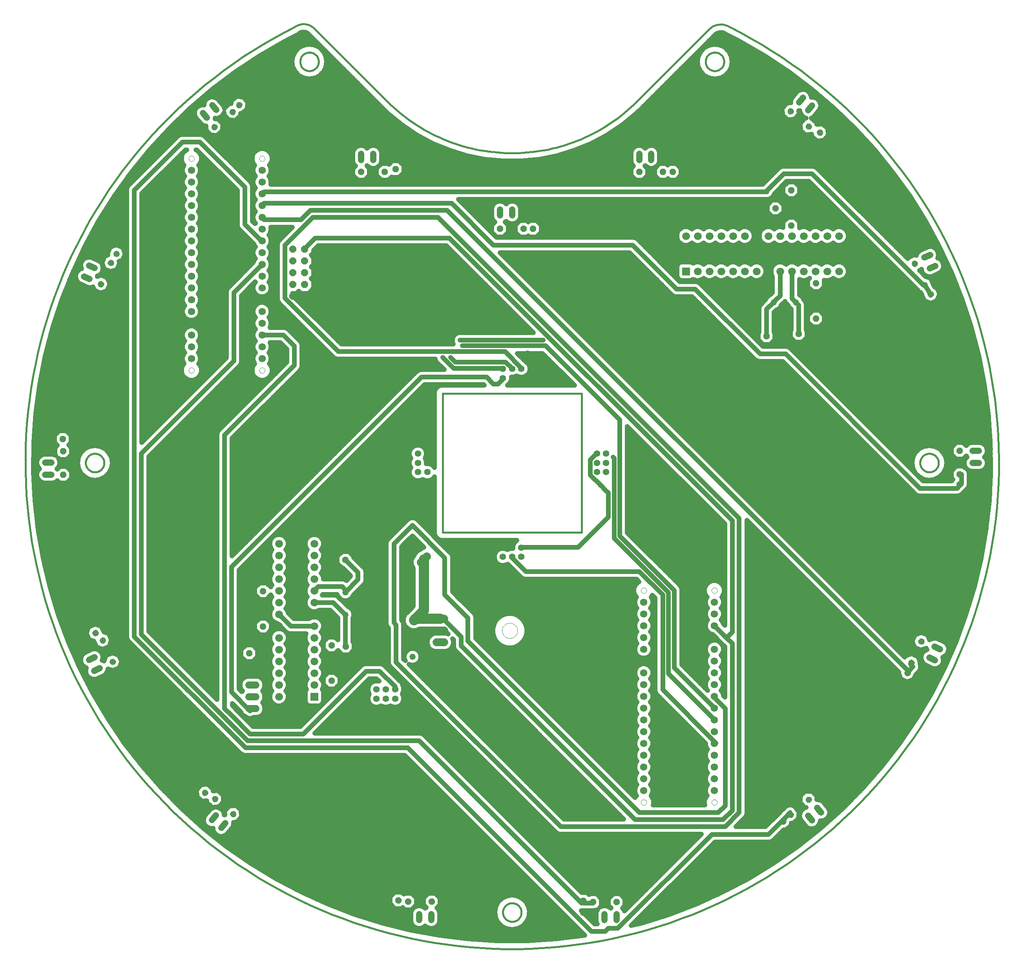
<source format=gbl>
G75*
%MOIN*%
%OFA0B0*%
%FSLAX24Y24*%
%IPPOS*%
%LPD*%
%AMOC8*
5,1,8,0,0,1.08239X$1,22.5*
%
%ADD10C,0.0160*%
%ADD11C,0.0520*%
%ADD12R,0.0660X0.0660*%
%ADD13C,0.0660*%
%ADD14OC8,0.0520*%
%ADD15C,0.0660*%
%ADD16C,0.0000*%
%ADD17C,0.0104*%
%ADD18C,0.0520*%
%ADD19C,0.0554*%
%ADD20C,0.0705*%
%ADD21C,0.0600*%
%ADD22C,0.0620*%
%ADD23OC8,0.0600*%
%ADD24C,0.0400*%
%ADD25C,0.0394*%
%ADD26R,0.0396X0.0396*%
%ADD27C,0.0396*%
%ADD28C,0.0860*%
%ADD29C,0.0260*%
D10*
X037702Y037702D02*
X049513Y037702D01*
X049513Y049513D01*
X037702Y049513D01*
X037702Y037702D01*
X025103Y080615D02*
X024205Y080152D01*
X023318Y079667D01*
X022443Y079160D01*
X021581Y078632D01*
X020733Y078083D01*
X019898Y077513D01*
X019077Y076923D01*
X018271Y076314D01*
X017480Y075684D01*
X016704Y075036D01*
X015945Y074369D01*
X015202Y073683D01*
X014476Y072980D01*
X013768Y072259D01*
X013077Y071521D01*
X012405Y070766D01*
X011751Y069995D01*
X011116Y069208D01*
X010501Y068406D01*
X009906Y067589D01*
X009331Y066758D01*
X008776Y065913D01*
X008242Y065055D01*
X007729Y064184D01*
X007238Y063301D01*
X006768Y062406D01*
X006321Y061499D01*
X005895Y060582D01*
X005493Y059655D01*
X005113Y058719D01*
X004756Y057773D01*
X004422Y056819D01*
X004112Y055857D01*
X003825Y054888D01*
X003562Y053912D01*
X003323Y052929D01*
X003108Y051942D01*
X002918Y050949D01*
X002751Y049952D01*
X002609Y048951D01*
X002492Y047947D01*
X002399Y046941D01*
X002331Y045932D01*
X002288Y044922D01*
X002269Y043912D01*
X002275Y042901D01*
X002305Y041891D01*
X002361Y040881D01*
X002441Y039874D01*
X002545Y038868D01*
X002675Y037866D01*
X002828Y036867D01*
X003006Y035872D01*
X003208Y034881D01*
X003435Y033896D01*
X003685Y032917D01*
X003960Y031944D01*
X004258Y030978D01*
X004579Y030020D01*
X004924Y029070D01*
X005292Y028129D01*
X005683Y027196D01*
X006097Y026274D01*
X006533Y025362D01*
X006991Y024461D01*
X007471Y023572D01*
X007973Y022694D01*
X008496Y021829D01*
X009040Y020977D01*
X009604Y020139D01*
X010189Y019315D01*
X010794Y018505D01*
X011419Y017710D01*
X012063Y016931D01*
X012725Y016168D01*
X013406Y015421D01*
X014106Y014691D01*
X014822Y013978D01*
X015556Y013283D01*
X016307Y012606D01*
X017074Y011948D01*
X017857Y011309D01*
X018656Y010689D01*
X019469Y010089D01*
X020297Y009509D01*
X021139Y008949D01*
X021994Y008410D01*
X022862Y007892D01*
X023742Y007396D01*
X024634Y006921D01*
X025538Y006468D01*
X026453Y006037D01*
X027377Y005629D01*
X028312Y005244D01*
X029255Y004881D01*
X030207Y004542D01*
X031168Y004226D01*
X032135Y003934D01*
X033110Y003665D01*
X034090Y003420D01*
X035077Y003200D01*
X036068Y003003D01*
X037064Y002831D01*
X038064Y002683D01*
X039067Y002560D01*
X040073Y002461D01*
X041082Y002387D01*
X042091Y002338D01*
X043102Y002313D01*
X044112Y002313D01*
X045123Y002338D01*
X046132Y002387D01*
X047141Y002461D01*
X048147Y002560D01*
X049150Y002683D01*
X050150Y002831D01*
X051146Y003003D01*
X052137Y003200D01*
X053124Y003420D01*
X054104Y003665D01*
X055079Y003934D01*
X056046Y004226D01*
X057007Y004542D01*
X057959Y004881D01*
X058902Y005244D01*
X059837Y005629D01*
X060761Y006037D01*
X061676Y006468D01*
X062580Y006921D01*
X063472Y007396D01*
X064352Y007892D01*
X065220Y008410D01*
X066075Y008949D01*
X066917Y009509D01*
X067745Y010089D01*
X068558Y010689D01*
X069357Y011309D01*
X070140Y011948D01*
X070907Y012606D01*
X071658Y013283D01*
X072392Y013978D01*
X073108Y014691D01*
X073808Y015421D01*
X074489Y016168D01*
X075151Y016931D01*
X075795Y017710D01*
X076420Y018505D01*
X077025Y019315D01*
X077610Y020139D01*
X078174Y020977D01*
X078718Y021829D01*
X079241Y022694D01*
X079743Y023572D01*
X080223Y024461D01*
X080681Y025362D01*
X081117Y026274D01*
X081531Y027196D01*
X081922Y028129D01*
X082290Y029070D01*
X082635Y030020D01*
X082956Y030978D01*
X083254Y031944D01*
X083529Y032917D01*
X083779Y033896D01*
X084006Y034881D01*
X084208Y035872D01*
X084386Y036867D01*
X084539Y037866D01*
X084669Y038868D01*
X084773Y039874D01*
X084853Y040881D01*
X084909Y041891D01*
X084939Y042901D01*
X084945Y043912D01*
X084926Y044922D01*
X084883Y045932D01*
X084815Y046941D01*
X084722Y047947D01*
X084605Y048951D01*
X084463Y049952D01*
X084296Y050949D01*
X084106Y051942D01*
X083891Y052929D01*
X083652Y053912D01*
X083389Y054888D01*
X083102Y055857D01*
X082792Y056819D01*
X082458Y057773D01*
X082101Y058719D01*
X081721Y059655D01*
X081319Y060582D01*
X080893Y061499D01*
X080446Y062406D01*
X079976Y063301D01*
X079485Y064184D01*
X078972Y065055D01*
X078438Y065913D01*
X077883Y066758D01*
X077308Y067589D01*
X076713Y068406D01*
X076098Y069208D01*
X075463Y069995D01*
X074809Y070766D01*
X074137Y071521D01*
X073446Y072259D01*
X072738Y072980D01*
X072012Y073683D01*
X071269Y074369D01*
X070510Y075036D01*
X069734Y075684D01*
X068943Y076314D01*
X068137Y076923D01*
X067316Y077513D01*
X066481Y078083D01*
X065633Y078632D01*
X064771Y079160D01*
X063896Y079667D01*
X063009Y080152D01*
X062111Y080615D01*
X062049Y080655D01*
X061986Y080692D01*
X061921Y080725D01*
X061855Y080754D01*
X061786Y080780D01*
X061717Y080803D01*
X061646Y080822D01*
X061575Y080837D01*
X061503Y080848D01*
X061430Y080855D01*
X061357Y080859D01*
X061284Y080858D01*
X061212Y080854D01*
X061139Y080846D01*
X061067Y080834D01*
X060996Y080819D01*
X060925Y080799D01*
X060856Y080776D01*
X060788Y080750D01*
X060722Y080719D01*
X060657Y080686D01*
X060594Y080649D01*
X060533Y080608D01*
X060475Y080565D01*
X060419Y080518D01*
X054225Y074328D01*
X060037Y077694D02*
X060039Y077750D01*
X060045Y077805D01*
X060055Y077859D01*
X060068Y077913D01*
X060086Y077966D01*
X060107Y078017D01*
X060131Y078067D01*
X060159Y078115D01*
X060191Y078161D01*
X060225Y078205D01*
X060263Y078246D01*
X060303Y078284D01*
X060346Y078319D01*
X060391Y078351D01*
X060439Y078380D01*
X060488Y078406D01*
X060539Y078428D01*
X060591Y078446D01*
X060645Y078460D01*
X060700Y078471D01*
X060755Y078478D01*
X060810Y078481D01*
X060866Y078480D01*
X060921Y078475D01*
X060976Y078466D01*
X061030Y078454D01*
X061083Y078437D01*
X061135Y078417D01*
X061185Y078393D01*
X061233Y078366D01*
X061280Y078336D01*
X061324Y078302D01*
X061366Y078265D01*
X061404Y078225D01*
X061441Y078183D01*
X061474Y078138D01*
X061503Y078092D01*
X061530Y078043D01*
X061552Y077992D01*
X061572Y077940D01*
X061587Y077886D01*
X061599Y077832D01*
X061607Y077777D01*
X061611Y077722D01*
X061611Y077666D01*
X061607Y077611D01*
X061599Y077556D01*
X061587Y077502D01*
X061572Y077448D01*
X061552Y077396D01*
X061530Y077345D01*
X061503Y077296D01*
X061474Y077250D01*
X061441Y077205D01*
X061404Y077163D01*
X061366Y077123D01*
X061324Y077086D01*
X061280Y077052D01*
X061233Y077022D01*
X061185Y076995D01*
X061135Y076971D01*
X061083Y076951D01*
X061030Y076934D01*
X060976Y076922D01*
X060921Y076913D01*
X060866Y076908D01*
X060810Y076907D01*
X060755Y076910D01*
X060700Y076917D01*
X060645Y076928D01*
X060591Y076942D01*
X060539Y076960D01*
X060488Y076982D01*
X060439Y077008D01*
X060391Y077037D01*
X060346Y077069D01*
X060303Y077104D01*
X060263Y077142D01*
X060225Y077183D01*
X060191Y077227D01*
X060159Y077273D01*
X060131Y077321D01*
X060107Y077371D01*
X060086Y077422D01*
X060068Y077475D01*
X060055Y077529D01*
X060045Y077583D01*
X060039Y077638D01*
X060037Y077694D01*
X054225Y074328D02*
X053965Y074075D01*
X053700Y073827D01*
X053428Y073587D01*
X053151Y073353D01*
X052868Y073126D01*
X052579Y072905D01*
X052286Y072692D01*
X051987Y072486D01*
X051684Y072287D01*
X051375Y072096D01*
X051063Y071912D01*
X050745Y071735D01*
X050424Y071567D01*
X050099Y071406D01*
X049770Y071253D01*
X049437Y071108D01*
X049101Y070971D01*
X048762Y070842D01*
X048419Y070722D01*
X048074Y070610D01*
X047727Y070506D01*
X047376Y070411D01*
X047024Y070324D01*
X046670Y070246D01*
X046314Y070176D01*
X045956Y070115D01*
X045597Y070062D01*
X045237Y070019D01*
X044876Y069984D01*
X044514Y069957D01*
X044151Y069940D01*
X043788Y069931D01*
X043426Y069931D01*
X043063Y069940D01*
X042700Y069957D01*
X042338Y069984D01*
X041977Y070019D01*
X041617Y070062D01*
X041258Y070115D01*
X040900Y070176D01*
X040544Y070246D01*
X040190Y070324D01*
X039838Y070411D01*
X039487Y070506D01*
X039140Y070610D01*
X038795Y070722D01*
X038452Y070842D01*
X038113Y070971D01*
X037777Y071108D01*
X037444Y071253D01*
X037115Y071406D01*
X036790Y071567D01*
X036469Y071735D01*
X036151Y071912D01*
X035839Y072096D01*
X035530Y072287D01*
X035227Y072486D01*
X034928Y072692D01*
X034635Y072905D01*
X034346Y073126D01*
X034063Y073353D01*
X033786Y073587D01*
X033514Y073827D01*
X033249Y074075D01*
X032989Y074328D01*
X026836Y080476D01*
X026787Y080527D01*
X026736Y080576D01*
X026681Y080621D01*
X026624Y080663D01*
X026565Y080702D01*
X026504Y080738D01*
X026440Y080770D01*
X026376Y080799D01*
X026309Y080824D01*
X026241Y080845D01*
X026173Y080862D01*
X026103Y080876D01*
X026033Y080886D01*
X025962Y080891D01*
X025891Y080893D01*
X025820Y080891D01*
X025750Y080885D01*
X025679Y080874D01*
X025610Y080860D01*
X025541Y080842D01*
X025474Y080821D01*
X025408Y080795D01*
X025343Y080766D01*
X025280Y080733D01*
X025219Y080697D01*
X025160Y080658D01*
X025103Y080615D01*
X025604Y077694D02*
X025606Y077750D01*
X025612Y077805D01*
X025622Y077859D01*
X025635Y077913D01*
X025653Y077966D01*
X025674Y078017D01*
X025698Y078067D01*
X025726Y078115D01*
X025758Y078161D01*
X025792Y078205D01*
X025830Y078246D01*
X025870Y078284D01*
X025913Y078319D01*
X025958Y078351D01*
X026006Y078380D01*
X026055Y078406D01*
X026106Y078428D01*
X026158Y078446D01*
X026212Y078460D01*
X026267Y078471D01*
X026322Y078478D01*
X026377Y078481D01*
X026433Y078480D01*
X026488Y078475D01*
X026543Y078466D01*
X026597Y078454D01*
X026650Y078437D01*
X026702Y078417D01*
X026752Y078393D01*
X026800Y078366D01*
X026847Y078336D01*
X026891Y078302D01*
X026933Y078265D01*
X026971Y078225D01*
X027008Y078183D01*
X027041Y078138D01*
X027070Y078092D01*
X027097Y078043D01*
X027119Y077992D01*
X027139Y077940D01*
X027154Y077886D01*
X027166Y077832D01*
X027174Y077777D01*
X027178Y077722D01*
X027178Y077666D01*
X027174Y077611D01*
X027166Y077556D01*
X027154Y077502D01*
X027139Y077448D01*
X027119Y077396D01*
X027097Y077345D01*
X027070Y077296D01*
X027041Y077250D01*
X027008Y077205D01*
X026971Y077163D01*
X026933Y077123D01*
X026891Y077086D01*
X026847Y077052D01*
X026800Y077022D01*
X026752Y076995D01*
X026702Y076971D01*
X026650Y076951D01*
X026597Y076934D01*
X026543Y076922D01*
X026488Y076913D01*
X026433Y076908D01*
X026377Y076907D01*
X026322Y076910D01*
X026267Y076917D01*
X026212Y076928D01*
X026158Y076942D01*
X026106Y076960D01*
X026055Y076982D01*
X026006Y077008D01*
X025958Y077037D01*
X025913Y077069D01*
X025870Y077104D01*
X025830Y077142D01*
X025792Y077183D01*
X025758Y077227D01*
X025726Y077273D01*
X025698Y077321D01*
X025674Y077371D01*
X025653Y077422D01*
X025635Y077475D01*
X025622Y077529D01*
X025612Y077583D01*
X025606Y077638D01*
X025604Y077694D01*
X007387Y043607D02*
X007389Y043663D01*
X007395Y043718D01*
X007405Y043772D01*
X007418Y043826D01*
X007436Y043879D01*
X007457Y043930D01*
X007481Y043980D01*
X007509Y044028D01*
X007541Y044074D01*
X007575Y044118D01*
X007613Y044159D01*
X007653Y044197D01*
X007696Y044232D01*
X007741Y044264D01*
X007789Y044293D01*
X007838Y044319D01*
X007889Y044341D01*
X007941Y044359D01*
X007995Y044373D01*
X008050Y044384D01*
X008105Y044391D01*
X008160Y044394D01*
X008216Y044393D01*
X008271Y044388D01*
X008326Y044379D01*
X008380Y044367D01*
X008433Y044350D01*
X008485Y044330D01*
X008535Y044306D01*
X008583Y044279D01*
X008630Y044249D01*
X008674Y044215D01*
X008716Y044178D01*
X008754Y044138D01*
X008791Y044096D01*
X008824Y044051D01*
X008853Y044005D01*
X008880Y043956D01*
X008902Y043905D01*
X008922Y043853D01*
X008937Y043799D01*
X008949Y043745D01*
X008957Y043690D01*
X008961Y043635D01*
X008961Y043579D01*
X008957Y043524D01*
X008949Y043469D01*
X008937Y043415D01*
X008922Y043361D01*
X008902Y043309D01*
X008880Y043258D01*
X008853Y043209D01*
X008824Y043163D01*
X008791Y043118D01*
X008754Y043076D01*
X008716Y043036D01*
X008674Y042999D01*
X008630Y042965D01*
X008583Y042935D01*
X008535Y042908D01*
X008485Y042884D01*
X008433Y042864D01*
X008380Y042847D01*
X008326Y042835D01*
X008271Y042826D01*
X008216Y042821D01*
X008160Y042820D01*
X008105Y042823D01*
X008050Y042830D01*
X007995Y042841D01*
X007941Y042855D01*
X007889Y042873D01*
X007838Y042895D01*
X007789Y042921D01*
X007741Y042950D01*
X007696Y042982D01*
X007653Y043017D01*
X007613Y043055D01*
X007575Y043096D01*
X007541Y043140D01*
X007509Y043186D01*
X007481Y043234D01*
X007457Y043284D01*
X007436Y043335D01*
X007418Y043388D01*
X007405Y043442D01*
X007395Y043496D01*
X007389Y043551D01*
X007387Y043607D01*
X042820Y005418D02*
X042822Y005474D01*
X042828Y005529D01*
X042838Y005583D01*
X042851Y005637D01*
X042869Y005690D01*
X042890Y005741D01*
X042914Y005791D01*
X042942Y005839D01*
X042974Y005885D01*
X043008Y005929D01*
X043046Y005970D01*
X043086Y006008D01*
X043129Y006043D01*
X043174Y006075D01*
X043222Y006104D01*
X043271Y006130D01*
X043322Y006152D01*
X043374Y006170D01*
X043428Y006184D01*
X043483Y006195D01*
X043538Y006202D01*
X043593Y006205D01*
X043649Y006204D01*
X043704Y006199D01*
X043759Y006190D01*
X043813Y006178D01*
X043866Y006161D01*
X043918Y006141D01*
X043968Y006117D01*
X044016Y006090D01*
X044063Y006060D01*
X044107Y006026D01*
X044149Y005989D01*
X044187Y005949D01*
X044224Y005907D01*
X044257Y005862D01*
X044286Y005816D01*
X044313Y005767D01*
X044335Y005716D01*
X044355Y005664D01*
X044370Y005610D01*
X044382Y005556D01*
X044390Y005501D01*
X044394Y005446D01*
X044394Y005390D01*
X044390Y005335D01*
X044382Y005280D01*
X044370Y005226D01*
X044355Y005172D01*
X044335Y005120D01*
X044313Y005069D01*
X044286Y005020D01*
X044257Y004974D01*
X044224Y004929D01*
X044187Y004887D01*
X044149Y004847D01*
X044107Y004810D01*
X044063Y004776D01*
X044016Y004746D01*
X043968Y004719D01*
X043918Y004695D01*
X043866Y004675D01*
X043813Y004658D01*
X043759Y004646D01*
X043704Y004637D01*
X043649Y004632D01*
X043593Y004631D01*
X043538Y004634D01*
X043483Y004641D01*
X043428Y004652D01*
X043374Y004666D01*
X043322Y004684D01*
X043271Y004706D01*
X043222Y004732D01*
X043174Y004761D01*
X043129Y004793D01*
X043086Y004828D01*
X043046Y004866D01*
X043008Y004907D01*
X042974Y004951D01*
X042942Y004997D01*
X042914Y005045D01*
X042890Y005095D01*
X042869Y005146D01*
X042851Y005199D01*
X042838Y005253D01*
X042828Y005307D01*
X042822Y005362D01*
X042820Y005418D01*
X078253Y043607D02*
X078255Y043663D01*
X078261Y043718D01*
X078271Y043772D01*
X078284Y043826D01*
X078302Y043879D01*
X078323Y043930D01*
X078347Y043980D01*
X078375Y044028D01*
X078407Y044074D01*
X078441Y044118D01*
X078479Y044159D01*
X078519Y044197D01*
X078562Y044232D01*
X078607Y044264D01*
X078655Y044293D01*
X078704Y044319D01*
X078755Y044341D01*
X078807Y044359D01*
X078861Y044373D01*
X078916Y044384D01*
X078971Y044391D01*
X079026Y044394D01*
X079082Y044393D01*
X079137Y044388D01*
X079192Y044379D01*
X079246Y044367D01*
X079299Y044350D01*
X079351Y044330D01*
X079401Y044306D01*
X079449Y044279D01*
X079496Y044249D01*
X079540Y044215D01*
X079582Y044178D01*
X079620Y044138D01*
X079657Y044096D01*
X079690Y044051D01*
X079719Y044005D01*
X079746Y043956D01*
X079768Y043905D01*
X079788Y043853D01*
X079803Y043799D01*
X079815Y043745D01*
X079823Y043690D01*
X079827Y043635D01*
X079827Y043579D01*
X079823Y043524D01*
X079815Y043469D01*
X079803Y043415D01*
X079788Y043361D01*
X079768Y043309D01*
X079746Y043258D01*
X079719Y043209D01*
X079690Y043163D01*
X079657Y043118D01*
X079620Y043076D01*
X079582Y043036D01*
X079540Y042999D01*
X079496Y042965D01*
X079449Y042935D01*
X079401Y042908D01*
X079351Y042884D01*
X079299Y042864D01*
X079246Y042847D01*
X079192Y042835D01*
X079137Y042826D01*
X079082Y042821D01*
X079026Y042820D01*
X078971Y042823D01*
X078916Y042830D01*
X078861Y042841D01*
X078807Y042855D01*
X078755Y042873D01*
X078704Y042895D01*
X078655Y042921D01*
X078607Y042950D01*
X078562Y042982D01*
X078519Y043017D01*
X078479Y043055D01*
X078441Y043096D01*
X078407Y043140D01*
X078375Y043186D01*
X078347Y043234D01*
X078323Y043284D01*
X078302Y043335D01*
X078284Y043388D01*
X078271Y043442D01*
X078261Y043496D01*
X078255Y043551D01*
X078253Y043607D01*
D11*
X067711Y057243D03*
X065811Y057243D03*
X034271Y030225D03*
X035162Y027123D03*
X029451Y030702D03*
X029451Y032602D03*
D12*
X026812Y023738D03*
X058374Y059880D03*
D13*
X059374Y059880D03*
X060374Y059880D03*
X061374Y059880D03*
X062374Y059880D03*
X063374Y059880D03*
X064374Y059880D03*
X065374Y059880D03*
X066374Y059880D03*
X067374Y059880D03*
X068374Y059880D03*
X069374Y059880D03*
X070374Y059880D03*
X071374Y059880D03*
X071374Y062880D03*
X070374Y062880D03*
X069374Y062880D03*
X068374Y062880D03*
X067374Y062880D03*
X066374Y062880D03*
X065374Y062880D03*
X064374Y062880D03*
X063374Y062880D03*
X062374Y062880D03*
X061374Y062880D03*
X060374Y062880D03*
X059374Y062880D03*
X058374Y062880D03*
X026812Y036738D03*
X026812Y035738D03*
X026812Y034738D03*
X026812Y033738D03*
X026812Y032738D03*
X026812Y031738D03*
X026812Y030738D03*
X026812Y029738D03*
X026812Y028738D03*
X026812Y027738D03*
X026812Y026738D03*
X026812Y025738D03*
X026812Y024738D03*
X023812Y024738D03*
X023812Y023738D03*
X023812Y025738D03*
X023812Y026738D03*
X023812Y027738D03*
X023812Y028738D03*
X023812Y029738D03*
X023812Y030738D03*
X023812Y031738D03*
X023812Y032738D03*
X023812Y033738D03*
X023812Y034738D03*
X023812Y035738D03*
X023812Y036738D03*
D14*
X022461Y032711D03*
X022461Y029711D03*
X022301Y027425D03*
X021301Y027425D03*
X028268Y028110D03*
X029485Y028013D03*
X030485Y028013D03*
X028268Y025110D03*
X035162Y028123D03*
X035271Y030225D03*
X030461Y035367D03*
X029461Y035367D03*
X005487Y042589D03*
X005487Y044589D03*
X005450Y045633D03*
X004450Y045633D03*
X030801Y068332D03*
X032801Y068332D03*
X033713Y068558D03*
X033713Y069558D03*
X042583Y063494D03*
X044583Y063494D03*
X045394Y063498D03*
X045394Y064498D03*
X054419Y068318D03*
X056419Y068318D03*
X057251Y068338D03*
X057251Y069338D03*
X064971Y065220D03*
X065971Y065220D03*
X067334Y063764D03*
X067334Y066764D03*
X069431Y058857D03*
X069431Y055857D03*
X068955Y054553D03*
X067955Y054553D03*
X066215Y054348D03*
X065215Y054348D03*
X081622Y044623D03*
X081622Y042623D03*
X081621Y041760D03*
X082621Y041760D03*
X052501Y006286D03*
X050501Y006286D03*
X049666Y006401D03*
X049666Y005401D03*
X036782Y006346D03*
X034782Y006346D03*
X033943Y006446D03*
X033943Y005446D03*
D15*
X037183Y028351D02*
X037843Y028351D01*
X037843Y029351D02*
X037183Y029351D01*
X037183Y030351D02*
X037843Y030351D01*
D16*
X042763Y029351D02*
X042765Y029401D01*
X042771Y029451D01*
X042781Y029501D01*
X042794Y029549D01*
X042811Y029597D01*
X042832Y029643D01*
X042856Y029687D01*
X042884Y029729D01*
X042915Y029769D01*
X042949Y029806D01*
X042986Y029841D01*
X043025Y029872D01*
X043066Y029901D01*
X043110Y029926D01*
X043156Y029948D01*
X043203Y029966D01*
X043251Y029980D01*
X043300Y029991D01*
X043350Y029998D01*
X043400Y030001D01*
X043451Y030000D01*
X043501Y029995D01*
X043551Y029986D01*
X043599Y029974D01*
X043647Y029957D01*
X043693Y029937D01*
X043738Y029914D01*
X043781Y029887D01*
X043821Y029857D01*
X043859Y029824D01*
X043894Y029788D01*
X043927Y029749D01*
X043956Y029708D01*
X043982Y029665D01*
X044005Y029620D01*
X044024Y029573D01*
X044039Y029525D01*
X044051Y029476D01*
X044059Y029426D01*
X044063Y029376D01*
X044063Y029326D01*
X044059Y029276D01*
X044051Y029226D01*
X044039Y029177D01*
X044024Y029129D01*
X044005Y029082D01*
X043982Y029037D01*
X043956Y028994D01*
X043927Y028953D01*
X043894Y028914D01*
X043859Y028878D01*
X043821Y028845D01*
X043781Y028815D01*
X043738Y028788D01*
X043693Y028765D01*
X043647Y028745D01*
X043599Y028728D01*
X043551Y028716D01*
X043501Y028707D01*
X043451Y028702D01*
X043400Y028701D01*
X043350Y028704D01*
X043300Y028711D01*
X043251Y028722D01*
X043203Y028736D01*
X043156Y028754D01*
X043110Y028776D01*
X043066Y028801D01*
X043025Y028830D01*
X042986Y028861D01*
X042949Y028896D01*
X042915Y028933D01*
X042884Y028973D01*
X042856Y029015D01*
X042832Y029059D01*
X042811Y029105D01*
X042794Y029153D01*
X042781Y029201D01*
X042771Y029251D01*
X042765Y029301D01*
X042763Y029351D01*
X054554Y032769D02*
X054556Y032799D01*
X054562Y032829D01*
X054571Y032858D01*
X054584Y032885D01*
X054601Y032910D01*
X054620Y032933D01*
X054643Y032954D01*
X054668Y032971D01*
X054694Y032985D01*
X054723Y032995D01*
X054752Y033002D01*
X054782Y033005D01*
X054813Y033004D01*
X054843Y032999D01*
X054872Y032990D01*
X054899Y032978D01*
X054925Y032963D01*
X054949Y032944D01*
X054970Y032922D01*
X054988Y032898D01*
X055003Y032871D01*
X055014Y032843D01*
X055022Y032814D01*
X055026Y032784D01*
X055026Y032754D01*
X055022Y032724D01*
X055014Y032695D01*
X055003Y032667D01*
X054988Y032640D01*
X054970Y032616D01*
X054949Y032594D01*
X054925Y032575D01*
X054899Y032560D01*
X054872Y032548D01*
X054843Y032539D01*
X054813Y032534D01*
X054782Y032533D01*
X054752Y032536D01*
X054723Y032543D01*
X054694Y032553D01*
X054668Y032567D01*
X054643Y032584D01*
X054620Y032605D01*
X054601Y032628D01*
X054584Y032653D01*
X054571Y032680D01*
X054562Y032709D01*
X054556Y032739D01*
X054554Y032769D01*
X060554Y032769D02*
X060556Y032799D01*
X060562Y032829D01*
X060571Y032858D01*
X060584Y032885D01*
X060601Y032910D01*
X060620Y032933D01*
X060643Y032954D01*
X060668Y032971D01*
X060694Y032985D01*
X060723Y032995D01*
X060752Y033002D01*
X060782Y033005D01*
X060813Y033004D01*
X060843Y032999D01*
X060872Y032990D01*
X060899Y032978D01*
X060925Y032963D01*
X060949Y032944D01*
X060970Y032922D01*
X060988Y032898D01*
X061003Y032871D01*
X061014Y032843D01*
X061022Y032814D01*
X061026Y032784D01*
X061026Y032754D01*
X061022Y032724D01*
X061014Y032695D01*
X061003Y032667D01*
X060988Y032640D01*
X060970Y032616D01*
X060949Y032594D01*
X060925Y032575D01*
X060899Y032560D01*
X060872Y032548D01*
X060843Y032539D01*
X060813Y032534D01*
X060782Y032533D01*
X060752Y032536D01*
X060723Y032543D01*
X060694Y032553D01*
X060668Y032567D01*
X060643Y032584D01*
X060620Y032605D01*
X060601Y032628D01*
X060584Y032653D01*
X060571Y032680D01*
X060562Y032709D01*
X060556Y032739D01*
X060554Y032769D01*
X060554Y014769D02*
X060556Y014799D01*
X060562Y014829D01*
X060571Y014858D01*
X060584Y014885D01*
X060601Y014910D01*
X060620Y014933D01*
X060643Y014954D01*
X060668Y014971D01*
X060694Y014985D01*
X060723Y014995D01*
X060752Y015002D01*
X060782Y015005D01*
X060813Y015004D01*
X060843Y014999D01*
X060872Y014990D01*
X060899Y014978D01*
X060925Y014963D01*
X060949Y014944D01*
X060970Y014922D01*
X060988Y014898D01*
X061003Y014871D01*
X061014Y014843D01*
X061022Y014814D01*
X061026Y014784D01*
X061026Y014754D01*
X061022Y014724D01*
X061014Y014695D01*
X061003Y014667D01*
X060988Y014640D01*
X060970Y014616D01*
X060949Y014594D01*
X060925Y014575D01*
X060899Y014560D01*
X060872Y014548D01*
X060843Y014539D01*
X060813Y014534D01*
X060782Y014533D01*
X060752Y014536D01*
X060723Y014543D01*
X060694Y014553D01*
X060668Y014567D01*
X060643Y014584D01*
X060620Y014605D01*
X060601Y014628D01*
X060584Y014653D01*
X060571Y014680D01*
X060562Y014709D01*
X060556Y014739D01*
X060554Y014769D01*
X054554Y014769D02*
X054556Y014799D01*
X054562Y014829D01*
X054571Y014858D01*
X054584Y014885D01*
X054601Y014910D01*
X054620Y014933D01*
X054643Y014954D01*
X054668Y014971D01*
X054694Y014985D01*
X054723Y014995D01*
X054752Y015002D01*
X054782Y015005D01*
X054813Y015004D01*
X054843Y014999D01*
X054872Y014990D01*
X054899Y014978D01*
X054925Y014963D01*
X054949Y014944D01*
X054970Y014922D01*
X054988Y014898D01*
X055003Y014871D01*
X055014Y014843D01*
X055022Y014814D01*
X055026Y014784D01*
X055026Y014754D01*
X055022Y014724D01*
X055014Y014695D01*
X055003Y014667D01*
X054988Y014640D01*
X054970Y014616D01*
X054949Y014594D01*
X054925Y014575D01*
X054899Y014560D01*
X054872Y014548D01*
X054843Y014539D01*
X054813Y014534D01*
X054782Y014533D01*
X054752Y014536D01*
X054723Y014543D01*
X054694Y014553D01*
X054668Y014567D01*
X054643Y014584D01*
X054620Y014605D01*
X054601Y014628D01*
X054584Y014653D01*
X054571Y014680D01*
X054562Y014709D01*
X054556Y014739D01*
X054554Y014769D01*
X022140Y051465D02*
X022142Y051495D01*
X022148Y051525D01*
X022157Y051554D01*
X022170Y051581D01*
X022187Y051606D01*
X022206Y051629D01*
X022229Y051650D01*
X022254Y051667D01*
X022280Y051681D01*
X022309Y051691D01*
X022338Y051698D01*
X022368Y051701D01*
X022399Y051700D01*
X022429Y051695D01*
X022458Y051686D01*
X022485Y051674D01*
X022511Y051659D01*
X022535Y051640D01*
X022556Y051618D01*
X022574Y051594D01*
X022589Y051567D01*
X022600Y051539D01*
X022608Y051510D01*
X022612Y051480D01*
X022612Y051450D01*
X022608Y051420D01*
X022600Y051391D01*
X022589Y051363D01*
X022574Y051336D01*
X022556Y051312D01*
X022535Y051290D01*
X022511Y051271D01*
X022485Y051256D01*
X022458Y051244D01*
X022429Y051235D01*
X022399Y051230D01*
X022368Y051229D01*
X022338Y051232D01*
X022309Y051239D01*
X022280Y051249D01*
X022254Y051263D01*
X022229Y051280D01*
X022206Y051301D01*
X022187Y051324D01*
X022170Y051349D01*
X022157Y051376D01*
X022148Y051405D01*
X022142Y051435D01*
X022140Y051465D01*
X016140Y051465D02*
X016142Y051495D01*
X016148Y051525D01*
X016157Y051554D01*
X016170Y051581D01*
X016187Y051606D01*
X016206Y051629D01*
X016229Y051650D01*
X016254Y051667D01*
X016280Y051681D01*
X016309Y051691D01*
X016338Y051698D01*
X016368Y051701D01*
X016399Y051700D01*
X016429Y051695D01*
X016458Y051686D01*
X016485Y051674D01*
X016511Y051659D01*
X016535Y051640D01*
X016556Y051618D01*
X016574Y051594D01*
X016589Y051567D01*
X016600Y051539D01*
X016608Y051510D01*
X016612Y051480D01*
X016612Y051450D01*
X016608Y051420D01*
X016600Y051391D01*
X016589Y051363D01*
X016574Y051336D01*
X016556Y051312D01*
X016535Y051290D01*
X016511Y051271D01*
X016485Y051256D01*
X016458Y051244D01*
X016429Y051235D01*
X016399Y051230D01*
X016368Y051229D01*
X016338Y051232D01*
X016309Y051239D01*
X016280Y051249D01*
X016254Y051263D01*
X016229Y051280D01*
X016206Y051301D01*
X016187Y051324D01*
X016170Y051349D01*
X016157Y051376D01*
X016148Y051405D01*
X016142Y051435D01*
X016140Y051465D01*
X016140Y069465D02*
X016142Y069495D01*
X016148Y069525D01*
X016157Y069554D01*
X016170Y069581D01*
X016187Y069606D01*
X016206Y069629D01*
X016229Y069650D01*
X016254Y069667D01*
X016280Y069681D01*
X016309Y069691D01*
X016338Y069698D01*
X016368Y069701D01*
X016399Y069700D01*
X016429Y069695D01*
X016458Y069686D01*
X016485Y069674D01*
X016511Y069659D01*
X016535Y069640D01*
X016556Y069618D01*
X016574Y069594D01*
X016589Y069567D01*
X016600Y069539D01*
X016608Y069510D01*
X016612Y069480D01*
X016612Y069450D01*
X016608Y069420D01*
X016600Y069391D01*
X016589Y069363D01*
X016574Y069336D01*
X016556Y069312D01*
X016535Y069290D01*
X016511Y069271D01*
X016485Y069256D01*
X016458Y069244D01*
X016429Y069235D01*
X016399Y069230D01*
X016368Y069229D01*
X016338Y069232D01*
X016309Y069239D01*
X016280Y069249D01*
X016254Y069263D01*
X016229Y069280D01*
X016206Y069301D01*
X016187Y069324D01*
X016170Y069349D01*
X016157Y069376D01*
X016148Y069405D01*
X016142Y069435D01*
X016140Y069465D01*
X022140Y069465D02*
X022142Y069495D01*
X022148Y069525D01*
X022157Y069554D01*
X022170Y069581D01*
X022187Y069606D01*
X022206Y069629D01*
X022229Y069650D01*
X022254Y069667D01*
X022280Y069681D01*
X022309Y069691D01*
X022338Y069698D01*
X022368Y069701D01*
X022399Y069700D01*
X022429Y069695D01*
X022458Y069686D01*
X022485Y069674D01*
X022511Y069659D01*
X022535Y069640D01*
X022556Y069618D01*
X022574Y069594D01*
X022589Y069567D01*
X022600Y069539D01*
X022608Y069510D01*
X022612Y069480D01*
X022612Y069450D01*
X022608Y069420D01*
X022600Y069391D01*
X022589Y069363D01*
X022574Y069336D01*
X022556Y069312D01*
X022535Y069290D01*
X022511Y069271D01*
X022485Y069256D01*
X022458Y069244D01*
X022429Y069235D01*
X022399Y069230D01*
X022368Y069229D01*
X022338Y069232D01*
X022309Y069239D01*
X022280Y069249D01*
X022254Y069263D01*
X022229Y069280D01*
X022206Y069301D01*
X022187Y069324D01*
X022170Y069349D01*
X022157Y069376D01*
X022148Y069405D01*
X022142Y069435D01*
X022140Y069465D01*
D17*
X018164Y072123D02*
X018112Y072071D01*
X018127Y072242D01*
X018259Y072352D01*
X018430Y072337D01*
X018540Y072205D01*
X018525Y072034D01*
X018393Y071924D01*
X018222Y071939D01*
X018112Y072071D01*
X018193Y072096D01*
X018202Y072203D01*
X018284Y072271D01*
X018391Y072262D01*
X018459Y072180D01*
X018450Y072073D01*
X018368Y072005D01*
X018261Y072014D01*
X018193Y072096D01*
X018273Y072121D01*
X018277Y072164D01*
X018309Y072191D01*
X018352Y072187D01*
X018379Y072155D01*
X018375Y072112D01*
X018343Y072085D01*
X018300Y072089D01*
X018273Y072121D01*
X019696Y073409D02*
X019644Y073357D01*
X019659Y073528D01*
X019791Y073638D01*
X019962Y073623D01*
X020072Y073491D01*
X020057Y073320D01*
X019925Y073210D01*
X019754Y073225D01*
X019644Y073357D01*
X019725Y073382D01*
X019734Y073489D01*
X019816Y073557D01*
X019923Y073548D01*
X019991Y073466D01*
X019982Y073359D01*
X019900Y073291D01*
X019793Y073300D01*
X019725Y073382D01*
X019805Y073407D01*
X019809Y073450D01*
X019841Y073477D01*
X019884Y073473D01*
X019911Y073441D01*
X019907Y073398D01*
X019875Y073371D01*
X019832Y073375D01*
X019805Y073407D01*
X020417Y074171D02*
X020365Y074223D01*
X020536Y074208D01*
X020646Y074076D01*
X020631Y073905D01*
X020499Y073795D01*
X020328Y073810D01*
X020218Y073942D01*
X020233Y074113D01*
X020365Y074223D01*
X020390Y074142D01*
X020497Y074133D01*
X020565Y074051D01*
X020556Y073944D01*
X020474Y073876D01*
X020367Y073885D01*
X020299Y073967D01*
X020308Y074074D01*
X020390Y074142D01*
X020415Y074062D01*
X020458Y074058D01*
X020485Y074026D01*
X020481Y073983D01*
X020449Y073956D01*
X020406Y073960D01*
X020379Y073992D01*
X020383Y074035D01*
X020415Y074062D01*
X019775Y074937D02*
X019723Y074989D01*
X019894Y074974D01*
X020004Y074842D01*
X019989Y074671D01*
X019857Y074561D01*
X019686Y074576D01*
X019576Y074708D01*
X019591Y074879D01*
X019723Y074989D01*
X019748Y074908D01*
X019855Y074899D01*
X019923Y074817D01*
X019914Y074710D01*
X019832Y074642D01*
X019725Y074651D01*
X019657Y074733D01*
X019666Y074840D01*
X019748Y074908D01*
X019773Y074828D01*
X019816Y074824D01*
X019843Y074792D01*
X019839Y074749D01*
X019807Y074722D01*
X019764Y074726D01*
X019737Y074758D01*
X019741Y074801D01*
X019773Y074828D01*
X008989Y061911D02*
X008937Y061963D01*
X009098Y062022D01*
X009254Y061950D01*
X009313Y061789D01*
X009241Y061633D01*
X009080Y061574D01*
X008924Y061646D01*
X008865Y061807D01*
X008937Y061963D01*
X008994Y061900D01*
X009095Y061938D01*
X009191Y061893D01*
X009229Y061792D01*
X009184Y061696D01*
X009083Y061658D01*
X008987Y061703D01*
X008949Y061804D01*
X008994Y061900D01*
X009051Y061839D01*
X009091Y061854D01*
X009130Y061836D01*
X009145Y061796D01*
X009127Y061757D01*
X009087Y061742D01*
X009048Y061760D01*
X009033Y061800D01*
X009051Y061839D01*
X009895Y061489D02*
X009843Y061541D01*
X010004Y061600D01*
X010160Y061528D01*
X010219Y061367D01*
X010147Y061211D01*
X009986Y061152D01*
X009830Y061224D01*
X009771Y061385D01*
X009843Y061541D01*
X009900Y061478D01*
X010001Y061516D01*
X010097Y061471D01*
X010135Y061370D01*
X010090Y061274D01*
X009989Y061236D01*
X009893Y061281D01*
X009855Y061382D01*
X009900Y061478D01*
X009957Y061417D01*
X009997Y061432D01*
X010036Y061414D01*
X010051Y061374D01*
X010033Y061335D01*
X009993Y061320D01*
X009954Y061338D01*
X009939Y061378D01*
X009957Y061417D01*
X009412Y060505D02*
X009360Y060453D01*
X009301Y060614D01*
X009373Y060770D01*
X009534Y060829D01*
X009690Y060757D01*
X009749Y060596D01*
X009677Y060440D01*
X009516Y060381D01*
X009360Y060453D01*
X009423Y060510D01*
X009385Y060611D01*
X009430Y060707D01*
X009531Y060745D01*
X009627Y060700D01*
X009665Y060599D01*
X009620Y060503D01*
X009519Y060465D01*
X009423Y060510D01*
X009484Y060567D01*
X009469Y060607D01*
X009487Y060646D01*
X009527Y060661D01*
X009566Y060643D01*
X009581Y060603D01*
X009563Y060564D01*
X009523Y060549D01*
X009484Y060567D01*
X008567Y058693D02*
X008515Y058641D01*
X008456Y058802D01*
X008528Y058958D01*
X008689Y059017D01*
X008845Y058945D01*
X008904Y058784D01*
X008832Y058628D01*
X008671Y058569D01*
X008515Y058641D01*
X008578Y058698D01*
X008540Y058799D01*
X008585Y058895D01*
X008686Y058933D01*
X008782Y058888D01*
X008820Y058787D01*
X008775Y058691D01*
X008674Y058653D01*
X008578Y058698D01*
X008639Y058755D01*
X008624Y058795D01*
X008642Y058834D01*
X008682Y058849D01*
X008721Y058831D01*
X008736Y058791D01*
X008718Y058752D01*
X008678Y058737D01*
X008639Y058755D01*
X008040Y029200D02*
X007988Y029148D01*
X008047Y029309D01*
X008203Y029381D01*
X008364Y029322D01*
X008436Y029166D01*
X008377Y029005D01*
X008221Y028933D01*
X008060Y028992D01*
X007988Y029148D01*
X008072Y029151D01*
X008110Y029252D01*
X008206Y029297D01*
X008307Y029259D01*
X008352Y029163D01*
X008314Y029062D01*
X008218Y029017D01*
X008117Y029055D01*
X008072Y029151D01*
X008156Y029155D01*
X008171Y029195D01*
X008210Y029213D01*
X008250Y029198D01*
X008268Y029159D01*
X008253Y029119D01*
X008214Y029101D01*
X008174Y029116D01*
X008156Y029155D01*
X008876Y028698D02*
X008824Y028750D01*
X008985Y028691D01*
X009057Y028535D01*
X008998Y028374D01*
X008842Y028302D01*
X008681Y028361D01*
X008609Y028517D01*
X008668Y028678D01*
X008824Y028750D01*
X008827Y028666D01*
X008928Y028628D01*
X008973Y028532D01*
X008935Y028431D01*
X008839Y028386D01*
X008738Y028424D01*
X008693Y028520D01*
X008731Y028621D01*
X008827Y028666D01*
X008831Y028582D01*
X008871Y028567D01*
X008889Y028528D01*
X008874Y028488D01*
X008835Y028470D01*
X008795Y028485D01*
X008777Y028524D01*
X008792Y028564D01*
X008831Y028582D01*
X007133Y028778D02*
X007081Y028726D01*
X007140Y028887D01*
X007296Y028959D01*
X007457Y028900D01*
X007529Y028744D01*
X007470Y028583D01*
X007314Y028511D01*
X007153Y028570D01*
X007081Y028726D01*
X007165Y028729D01*
X007203Y028830D01*
X007299Y028875D01*
X007400Y028837D01*
X007445Y028741D01*
X007407Y028640D01*
X007311Y028595D01*
X007210Y028633D01*
X007165Y028729D01*
X007249Y028733D01*
X007264Y028773D01*
X007303Y028791D01*
X007343Y028776D01*
X007361Y028737D01*
X007346Y028697D01*
X007307Y028679D01*
X007267Y028694D01*
X007249Y028733D01*
X009721Y026885D02*
X009669Y026937D01*
X009830Y026878D01*
X009902Y026722D01*
X009843Y026561D01*
X009687Y026489D01*
X009526Y026548D01*
X009454Y026704D01*
X009513Y026865D01*
X009669Y026937D01*
X009672Y026853D01*
X009773Y026815D01*
X009818Y026719D01*
X009780Y026618D01*
X009684Y026573D01*
X009583Y026611D01*
X009538Y026707D01*
X009576Y026808D01*
X009672Y026853D01*
X009676Y026769D01*
X009716Y026754D01*
X009734Y026715D01*
X009719Y026675D01*
X009680Y026657D01*
X009640Y026672D01*
X009622Y026711D01*
X009637Y026751D01*
X009676Y026769D01*
X017380Y015530D02*
X017328Y015478D01*
X017313Y015649D01*
X017423Y015781D01*
X017594Y015796D01*
X017726Y015686D01*
X017741Y015515D01*
X017631Y015383D01*
X017460Y015368D01*
X017328Y015478D01*
X017403Y015517D01*
X017394Y015624D01*
X017462Y015706D01*
X017569Y015715D01*
X017651Y015647D01*
X017660Y015540D01*
X017592Y015458D01*
X017485Y015449D01*
X017403Y015517D01*
X017478Y015556D01*
X017474Y015599D01*
X017501Y015631D01*
X017544Y015635D01*
X017576Y015608D01*
X017580Y015565D01*
X017553Y015533D01*
X017510Y015529D01*
X017478Y015556D01*
X016738Y014764D02*
X016686Y014712D01*
X016671Y014883D01*
X016781Y015015D01*
X016952Y015030D01*
X017084Y014920D01*
X017099Y014749D01*
X016989Y014617D01*
X016818Y014602D01*
X016686Y014712D01*
X016761Y014751D01*
X016752Y014858D01*
X016820Y014940D01*
X016927Y014949D01*
X017009Y014881D01*
X017018Y014774D01*
X016950Y014692D01*
X016843Y014683D01*
X016761Y014751D01*
X016836Y014790D01*
X016832Y014833D01*
X016859Y014865D01*
X016902Y014869D01*
X016934Y014842D01*
X016938Y014799D01*
X016911Y014767D01*
X016868Y014763D01*
X016836Y014790D01*
X018431Y014910D02*
X018483Y014858D01*
X018312Y014843D01*
X018180Y014953D01*
X018165Y015124D01*
X018275Y015256D01*
X018446Y015271D01*
X018578Y015161D01*
X018593Y014990D01*
X018483Y014858D01*
X018444Y014933D01*
X018337Y014924D01*
X018255Y014992D01*
X018246Y015099D01*
X018314Y015181D01*
X018421Y015190D01*
X018503Y015122D01*
X018512Y015015D01*
X018444Y014933D01*
X018405Y015008D01*
X018362Y015004D01*
X018330Y015031D01*
X018326Y015074D01*
X018353Y015106D01*
X018396Y015110D01*
X018428Y015083D01*
X018432Y015040D01*
X018405Y015008D01*
X019963Y013625D02*
X020015Y013573D01*
X019844Y013558D01*
X019712Y013668D01*
X019697Y013839D01*
X019807Y013971D01*
X019978Y013986D01*
X020110Y013876D01*
X020125Y013705D01*
X020015Y013573D01*
X019976Y013648D01*
X019869Y013639D01*
X019787Y013707D01*
X019778Y013814D01*
X019846Y013896D01*
X019953Y013905D01*
X020035Y013837D01*
X020044Y013730D01*
X019976Y013648D01*
X019937Y013723D01*
X019894Y013719D01*
X019862Y013746D01*
X019858Y013789D01*
X019885Y013821D01*
X019928Y013825D01*
X019960Y013798D01*
X019964Y013755D01*
X019937Y013723D01*
X066648Y012984D02*
X066700Y012932D01*
X066529Y012947D01*
X066419Y013079D01*
X066434Y013250D01*
X066566Y013360D01*
X066737Y013345D01*
X066847Y013213D01*
X066832Y013042D01*
X066700Y012932D01*
X066675Y013013D01*
X066568Y013022D01*
X066500Y013104D01*
X066509Y013211D01*
X066591Y013279D01*
X066698Y013270D01*
X066766Y013188D01*
X066757Y013081D01*
X066675Y013013D01*
X066650Y013093D01*
X066607Y013097D01*
X066580Y013129D01*
X066584Y013172D01*
X066616Y013199D01*
X066659Y013195D01*
X066686Y013163D01*
X066682Y013120D01*
X066650Y013093D01*
X067418Y013730D02*
X067470Y013782D01*
X067455Y013611D01*
X067323Y013501D01*
X067152Y013516D01*
X067042Y013648D01*
X067057Y013819D01*
X067189Y013929D01*
X067360Y013914D01*
X067470Y013782D01*
X067389Y013757D01*
X067380Y013650D01*
X067298Y013582D01*
X067191Y013591D01*
X067123Y013673D01*
X067132Y013780D01*
X067214Y013848D01*
X067321Y013839D01*
X067389Y013757D01*
X067309Y013732D01*
X067305Y013689D01*
X067273Y013662D01*
X067230Y013666D01*
X067203Y013698D01*
X067207Y013741D01*
X067239Y013768D01*
X067282Y013764D01*
X067309Y013732D01*
X067291Y012218D02*
X067343Y012166D01*
X067172Y012181D01*
X067062Y012313D01*
X067077Y012484D01*
X067209Y012594D01*
X067380Y012579D01*
X067490Y012447D01*
X067475Y012276D01*
X067343Y012166D01*
X067318Y012247D01*
X067211Y012256D01*
X067143Y012338D01*
X067152Y012445D01*
X067234Y012513D01*
X067341Y012504D01*
X067409Y012422D01*
X067400Y012315D01*
X067318Y012247D01*
X067293Y012327D01*
X067250Y012331D01*
X067223Y012363D01*
X067227Y012406D01*
X067259Y012433D01*
X067302Y012429D01*
X067329Y012397D01*
X067325Y012354D01*
X067293Y012327D01*
X068950Y015015D02*
X069002Y015067D01*
X068987Y014896D01*
X068855Y014786D01*
X068684Y014801D01*
X068574Y014933D01*
X068589Y015104D01*
X068721Y015214D01*
X068892Y015199D01*
X069002Y015067D01*
X068921Y015042D01*
X068912Y014935D01*
X068830Y014867D01*
X068723Y014876D01*
X068655Y014958D01*
X068664Y015065D01*
X068746Y015133D01*
X068853Y015124D01*
X068921Y015042D01*
X068841Y015017D01*
X068837Y014974D01*
X068805Y014947D01*
X068762Y014951D01*
X068735Y014983D01*
X068739Y015026D01*
X068771Y015053D01*
X068814Y015049D01*
X068841Y015017D01*
X077284Y025650D02*
X077336Y025598D01*
X077175Y025539D01*
X077019Y025611D01*
X076960Y025772D01*
X077032Y025928D01*
X077193Y025987D01*
X077349Y025915D01*
X077408Y025754D01*
X077336Y025598D01*
X077279Y025661D01*
X077178Y025623D01*
X077082Y025668D01*
X077044Y025769D01*
X077089Y025865D01*
X077190Y025903D01*
X077286Y025858D01*
X077324Y025757D01*
X077279Y025661D01*
X077222Y025722D01*
X077182Y025707D01*
X077143Y025725D01*
X077128Y025765D01*
X077146Y025804D01*
X077186Y025819D01*
X077225Y025801D01*
X077240Y025761D01*
X077222Y025722D01*
X078190Y025227D02*
X078242Y025175D01*
X078081Y025116D01*
X077925Y025188D01*
X077866Y025349D01*
X077938Y025505D01*
X078099Y025564D01*
X078255Y025492D01*
X078314Y025331D01*
X078242Y025175D01*
X078185Y025238D01*
X078084Y025200D01*
X077988Y025245D01*
X077950Y025346D01*
X077995Y025442D01*
X078096Y025480D01*
X078192Y025435D01*
X078230Y025334D01*
X078185Y025238D01*
X078128Y025299D01*
X078088Y025284D01*
X078049Y025302D01*
X078034Y025342D01*
X078052Y025381D01*
X078092Y025396D01*
X078131Y025378D01*
X078146Y025338D01*
X078128Y025299D01*
X077400Y026527D02*
X077348Y026475D01*
X077289Y026636D01*
X077361Y026792D01*
X077522Y026851D01*
X077678Y026779D01*
X077737Y026618D01*
X077665Y026462D01*
X077504Y026403D01*
X077348Y026475D01*
X077411Y026532D01*
X077373Y026633D01*
X077418Y026729D01*
X077519Y026767D01*
X077615Y026722D01*
X077653Y026621D01*
X077608Y026525D01*
X077507Y026487D01*
X077411Y026532D01*
X077472Y026589D01*
X077457Y026629D01*
X077475Y026668D01*
X077515Y026683D01*
X077554Y026665D01*
X077569Y026625D01*
X077551Y026586D01*
X077511Y026571D01*
X077472Y026589D01*
X078245Y028339D02*
X078193Y028287D01*
X078134Y028448D01*
X078206Y028604D01*
X078367Y028663D01*
X078523Y028591D01*
X078582Y028430D01*
X078510Y028274D01*
X078349Y028215D01*
X078193Y028287D01*
X078256Y028344D01*
X078218Y028445D01*
X078263Y028541D01*
X078364Y028579D01*
X078460Y028534D01*
X078498Y028433D01*
X078453Y028337D01*
X078352Y028299D01*
X078256Y028344D01*
X078317Y028401D01*
X078302Y028441D01*
X078320Y028480D01*
X078360Y028495D01*
X078399Y028477D01*
X078414Y028437D01*
X078396Y028398D01*
X078356Y028383D01*
X078317Y028401D01*
X079329Y057891D02*
X079381Y057943D01*
X079322Y057782D01*
X079166Y057710D01*
X079005Y057769D01*
X078933Y057925D01*
X078992Y058086D01*
X079148Y058158D01*
X079309Y058099D01*
X079381Y057943D01*
X079297Y057940D01*
X079259Y057839D01*
X079163Y057794D01*
X079062Y057832D01*
X079017Y057928D01*
X079055Y058029D01*
X079151Y058074D01*
X079252Y058036D01*
X079297Y057940D01*
X079213Y057936D01*
X079198Y057896D01*
X079159Y057878D01*
X079119Y057893D01*
X079101Y057932D01*
X079116Y057972D01*
X079155Y057990D01*
X079195Y057975D01*
X079213Y057936D01*
X080235Y058314D02*
X080287Y058366D01*
X080228Y058205D01*
X080072Y058133D01*
X079911Y058192D01*
X079839Y058348D01*
X079898Y058509D01*
X080054Y058581D01*
X080215Y058522D01*
X080287Y058366D01*
X080203Y058363D01*
X080165Y058262D01*
X080069Y058217D01*
X079968Y058255D01*
X079923Y058351D01*
X079961Y058452D01*
X080057Y058497D01*
X080158Y058459D01*
X080203Y058363D01*
X080119Y058359D01*
X080104Y058319D01*
X080065Y058301D01*
X080025Y058316D01*
X080007Y058355D01*
X080022Y058395D01*
X080061Y058413D01*
X080101Y058398D01*
X080119Y058359D01*
X078683Y058894D02*
X078631Y058946D01*
X078792Y058887D01*
X078864Y058731D01*
X078805Y058570D01*
X078649Y058498D01*
X078488Y058557D01*
X078416Y058713D01*
X078475Y058874D01*
X078631Y058946D01*
X078634Y058862D01*
X078735Y058824D01*
X078780Y058728D01*
X078742Y058627D01*
X078646Y058582D01*
X078545Y058620D01*
X078500Y058716D01*
X078538Y058817D01*
X078634Y058862D01*
X078638Y058778D01*
X078678Y058763D01*
X078696Y058724D01*
X078681Y058684D01*
X078642Y058666D01*
X078602Y058681D01*
X078584Y058720D01*
X078599Y058760D01*
X078638Y058778D01*
X077838Y060707D02*
X077786Y060759D01*
X077947Y060700D01*
X078019Y060544D01*
X077960Y060383D01*
X077804Y060311D01*
X077643Y060370D01*
X077571Y060526D01*
X077630Y060687D01*
X077786Y060759D01*
X077789Y060675D01*
X077890Y060637D01*
X077935Y060541D01*
X077897Y060440D01*
X077801Y060395D01*
X077700Y060433D01*
X077655Y060529D01*
X077693Y060630D01*
X077789Y060675D01*
X077793Y060591D01*
X077833Y060576D01*
X077851Y060537D01*
X077836Y060497D01*
X077797Y060479D01*
X077757Y060494D01*
X077739Y060533D01*
X077754Y060573D01*
X077793Y060591D01*
X069885Y071723D02*
X069937Y071775D01*
X069952Y071604D01*
X069842Y071472D01*
X069671Y071457D01*
X069539Y071567D01*
X069524Y071738D01*
X069634Y071870D01*
X069805Y071885D01*
X069937Y071775D01*
X069862Y071736D01*
X069871Y071629D01*
X069803Y071547D01*
X069696Y071538D01*
X069614Y071606D01*
X069605Y071713D01*
X069673Y071795D01*
X069780Y071804D01*
X069862Y071736D01*
X069787Y071697D01*
X069791Y071654D01*
X069764Y071622D01*
X069721Y071618D01*
X069689Y071645D01*
X069685Y071688D01*
X069712Y071720D01*
X069755Y071724D01*
X069787Y071697D01*
X070528Y072489D02*
X070580Y072541D01*
X070595Y072370D01*
X070485Y072238D01*
X070314Y072223D01*
X070182Y072333D01*
X070167Y072504D01*
X070277Y072636D01*
X070448Y072651D01*
X070580Y072541D01*
X070505Y072502D01*
X070514Y072395D01*
X070446Y072313D01*
X070339Y072304D01*
X070257Y072372D01*
X070248Y072479D01*
X070316Y072561D01*
X070423Y072570D01*
X070505Y072502D01*
X070430Y072463D01*
X070434Y072420D01*
X070407Y072388D01*
X070364Y072384D01*
X070332Y072411D01*
X070328Y072454D01*
X070355Y072486D01*
X070398Y072490D01*
X070430Y072463D01*
X068740Y072343D02*
X068688Y072395D01*
X068859Y072410D01*
X068991Y072300D01*
X069006Y072129D01*
X068896Y071997D01*
X068725Y071982D01*
X068593Y072092D01*
X068578Y072263D01*
X068688Y072395D01*
X068727Y072320D01*
X068834Y072329D01*
X068916Y072261D01*
X068925Y072154D01*
X068857Y072072D01*
X068750Y072063D01*
X068668Y072131D01*
X068659Y072238D01*
X068727Y072320D01*
X068766Y072245D01*
X068809Y072249D01*
X068841Y072222D01*
X068845Y072179D01*
X068818Y072147D01*
X068775Y072143D01*
X068743Y072170D01*
X068739Y072213D01*
X068766Y072245D01*
X067208Y073629D02*
X067156Y073681D01*
X067327Y073696D01*
X067459Y073586D01*
X067474Y073415D01*
X067364Y073283D01*
X067193Y073268D01*
X067061Y073378D01*
X067046Y073549D01*
X067156Y073681D01*
X067195Y073606D01*
X067302Y073615D01*
X067384Y073547D01*
X067393Y073440D01*
X067325Y073358D01*
X067218Y073349D01*
X067136Y073417D01*
X067127Y073524D01*
X067195Y073606D01*
X067234Y073531D01*
X067277Y073535D01*
X067309Y073508D01*
X067313Y073465D01*
X067286Y073433D01*
X067243Y073429D01*
X067211Y073456D01*
X067207Y073499D01*
X067234Y073531D01*
D18*
X067972Y074226D02*
X068306Y074624D01*
X069097Y073961D02*
X068762Y073563D01*
X069502Y072915D02*
X069836Y073313D01*
X078633Y061060D02*
X079104Y061279D01*
X079540Y060344D02*
X079069Y060125D01*
X079465Y059225D02*
X079937Y059444D01*
X082728Y044622D02*
X083248Y044622D01*
X083248Y043591D02*
X082728Y043591D01*
X082707Y042608D02*
X083227Y042608D01*
X079491Y027995D02*
X079962Y027775D01*
X079526Y026840D02*
X079055Y027060D01*
X078621Y026178D02*
X079092Y025958D01*
X069528Y014293D02*
X069862Y013895D01*
X069072Y013232D02*
X068737Y013630D01*
X067971Y013014D02*
X068305Y012616D01*
X052496Y005274D02*
X052496Y004754D01*
X051465Y004754D02*
X051465Y005274D01*
X050482Y005295D02*
X050482Y004775D01*
X036748Y004754D02*
X036748Y005274D01*
X035717Y005274D02*
X035717Y004754D01*
X034734Y004775D02*
X034734Y005295D01*
X019242Y012988D02*
X018908Y012590D01*
X018118Y013253D02*
X018452Y013651D01*
X017712Y014299D02*
X017378Y013901D01*
X008581Y026155D02*
X008110Y025935D01*
X007674Y026870D02*
X008145Y027089D01*
X007749Y027989D02*
X007277Y027770D01*
X004487Y042592D02*
X003967Y042592D01*
X003967Y043623D02*
X004487Y043623D01*
X004507Y044607D02*
X003987Y044607D01*
X007723Y059219D02*
X007252Y059439D01*
X007688Y060374D02*
X008159Y060154D01*
X008594Y061036D02*
X008122Y061256D01*
X017687Y072921D02*
X017352Y073319D01*
X018143Y073982D02*
X018477Y073584D01*
X019243Y074200D02*
X018909Y074598D01*
X030781Y069862D02*
X030781Y069342D01*
X031812Y069342D02*
X031812Y069862D01*
X032796Y069841D02*
X032796Y069321D01*
X042592Y065137D02*
X042592Y064617D01*
X043623Y064617D02*
X043623Y065137D01*
X044607Y065116D02*
X044607Y064596D01*
X054403Y069342D02*
X054403Y069862D01*
X055434Y069862D02*
X055434Y069342D01*
X056418Y069321D02*
X056418Y069841D01*
D19*
X044394Y051599D03*
X043607Y051599D03*
X043607Y050812D03*
X042820Y050812D03*
X042820Y051599D03*
X044394Y050812D03*
X050812Y044394D03*
X050812Y043607D03*
X051599Y043607D03*
X051599Y042820D03*
X050812Y042820D03*
X051599Y044394D03*
X044394Y036402D03*
X043607Y036402D03*
X043607Y035615D03*
X042820Y035615D03*
X042820Y036402D03*
X044394Y035615D03*
X036402Y042820D03*
X035615Y042820D03*
X035615Y043607D03*
X036402Y043607D03*
X036402Y044394D03*
X035615Y044394D03*
X033670Y024359D03*
X033670Y023572D03*
X032882Y023572D03*
X032095Y023572D03*
X032095Y024359D03*
X032882Y024359D03*
D20*
X035855Y035164D02*
X036353Y035663D01*
X034961Y037054D02*
X034463Y036556D01*
D21*
X021859Y024729D02*
X021259Y024729D01*
X021259Y023729D02*
X021859Y023729D01*
X021859Y022729D02*
X021259Y022729D01*
X021259Y021729D02*
X021859Y021729D01*
D22*
X022376Y052465D03*
X022376Y053465D03*
X022376Y054465D03*
X022376Y055465D03*
X022376Y056465D03*
X022376Y057465D03*
X022376Y058465D03*
X022376Y059465D03*
X022376Y060465D03*
X022376Y061465D03*
X022376Y062465D03*
X022376Y063465D03*
X022376Y064465D03*
X022376Y065465D03*
X022376Y066465D03*
X022376Y067465D03*
X022376Y068465D03*
X016376Y068465D03*
X016376Y067465D03*
X016376Y066465D03*
X016376Y065465D03*
X016376Y064465D03*
X016376Y063465D03*
X016376Y062465D03*
X016376Y061465D03*
X016376Y060465D03*
X016376Y059465D03*
X016376Y058465D03*
X016376Y057465D03*
X016376Y056465D03*
X016376Y055465D03*
X016376Y054465D03*
X016376Y053465D03*
X016376Y052465D03*
X054790Y031769D03*
X054790Y030769D03*
X054790Y029769D03*
X054790Y028769D03*
X054790Y027769D03*
X054790Y026769D03*
X054790Y025769D03*
X054790Y024769D03*
X054790Y023769D03*
X054790Y022769D03*
X054790Y021769D03*
X054790Y020769D03*
X054790Y019769D03*
X054790Y018769D03*
X054790Y017769D03*
X054790Y016769D03*
X054790Y015769D03*
X060790Y015769D03*
X060790Y016769D03*
X060790Y017769D03*
X060790Y018769D03*
X060790Y019769D03*
X060790Y020769D03*
X060790Y021769D03*
X060790Y022769D03*
X060790Y023769D03*
X060790Y024769D03*
X060790Y025769D03*
X060790Y026769D03*
X060790Y027769D03*
X060790Y028769D03*
X060790Y029769D03*
X060790Y030769D03*
X060790Y031769D03*
D23*
X025997Y057749D03*
X025997Y058749D03*
X025997Y059749D03*
X025997Y060749D03*
X024997Y060749D03*
X024997Y059749D03*
X024997Y058749D03*
X024997Y057749D03*
X024997Y061749D03*
X025997Y061749D03*
D24*
X017233Y014915D02*
X014867Y014915D01*
X015261Y014517D02*
X017935Y014517D01*
X018151Y014335D02*
X018729Y014385D01*
X019102Y014830D01*
X019051Y015407D01*
X018607Y015780D01*
X018216Y015746D01*
X018199Y015932D01*
X017755Y016304D01*
X017178Y016254D01*
X016805Y015810D01*
X016855Y015232D01*
X017300Y014859D01*
X017691Y014893D01*
X017707Y014708D01*
X018151Y014335D01*
X018252Y014336D02*
X018005Y014208D01*
X017492Y013596D01*
X017408Y013331D01*
X017432Y013053D01*
X017561Y012806D01*
X017774Y012627D01*
X018040Y012543D01*
X018208Y012558D01*
X018223Y012390D01*
X018351Y012143D01*
X018565Y011964D01*
X018830Y011880D01*
X019108Y011905D01*
X019355Y012033D01*
X019868Y012645D01*
X019952Y012910D01*
X019937Y013071D01*
X020261Y013100D01*
X020634Y013544D01*
X020583Y014122D01*
X020139Y014494D01*
X019562Y014444D01*
X019189Y014000D01*
X019216Y013689D01*
X019152Y013683D01*
X019137Y013851D01*
X019009Y014098D01*
X018795Y014277D01*
X018530Y014361D01*
X018252Y014336D01*
X017930Y014118D02*
X015665Y014118D01*
X015577Y014196D02*
X013838Y015956D01*
X012209Y017817D01*
X010696Y019774D01*
X009305Y021820D01*
X008041Y023947D01*
X006909Y026146D01*
X005912Y028410D01*
X005055Y030731D01*
X004341Y033099D01*
X003772Y035507D01*
X003351Y037944D01*
X003078Y040403D01*
X002956Y042874D01*
X002984Y045347D01*
X003162Y047815D01*
X003491Y050267D01*
X003967Y052694D01*
X004591Y055088D01*
X005359Y057440D01*
X006268Y059740D01*
X007316Y061981D01*
X008498Y064154D01*
X009810Y066251D01*
X011247Y068265D01*
X012804Y070187D01*
X014475Y072011D01*
X016254Y073731D01*
X018134Y075338D01*
X020108Y076829D01*
X022169Y078197D01*
X024310Y079436D01*
X025357Y079980D01*
X025422Y079999D01*
X025472Y080039D01*
X025528Y080067D01*
X025566Y080111D01*
X025588Y080126D01*
X025723Y080187D01*
X025869Y080212D01*
X026016Y080201D01*
X026156Y080152D01*
X026279Y080071D01*
X026287Y080064D01*
X026344Y080007D01*
X026423Y079919D01*
X026439Y079912D01*
X032510Y073845D01*
X033053Y073301D01*
X033053Y073301D01*
X034246Y072323D01*
X035528Y071466D01*
X036888Y070739D01*
X038313Y070149D01*
X039789Y069701D01*
X041301Y069401D01*
X042836Y069249D01*
X044378Y069249D01*
X045913Y069401D01*
X047426Y069701D01*
X048901Y070149D01*
X048901Y070149D01*
X050326Y070739D01*
X050326Y070739D01*
X051686Y071466D01*
X051686Y071466D01*
X052969Y072323D01*
X054161Y073301D01*
X054705Y073845D01*
X060875Y080013D01*
X060940Y080062D01*
X061106Y080143D01*
X061287Y080177D01*
X061472Y080164D01*
X061646Y080102D01*
X061666Y080090D01*
X061686Y080067D01*
X061764Y080028D01*
X061837Y079978D01*
X061879Y079969D01*
X062904Y079436D01*
X065045Y078197D01*
X067106Y076829D01*
X069081Y075338D01*
X070961Y073731D01*
X072739Y072011D01*
X074410Y070187D01*
X075967Y068265D01*
X077404Y066251D01*
X078716Y064154D01*
X079898Y061981D01*
X080946Y059740D01*
X081856Y057440D01*
X082623Y055088D01*
X083247Y052694D01*
X083724Y050267D01*
X084052Y047815D01*
X084230Y045347D01*
X084258Y042874D01*
X084136Y040403D01*
X083863Y037944D01*
X083442Y035507D01*
X082873Y033099D01*
X082159Y030731D01*
X081302Y028410D01*
X080305Y026146D01*
X079173Y023947D01*
X077909Y021820D01*
X076518Y019774D01*
X075005Y017817D01*
X073376Y015956D01*
X071637Y014196D01*
X069794Y012546D01*
X067854Y011011D01*
X065824Y009597D01*
X063712Y008309D01*
X061526Y007152D01*
X059273Y006130D01*
X056962Y005246D01*
X054602Y004505D01*
X053725Y004287D01*
X060844Y011406D01*
X065520Y011406D01*
X065755Y011504D01*
X066690Y012438D01*
X066861Y012423D01*
X067305Y012796D01*
X067324Y013006D01*
X067484Y012992D01*
X067928Y013365D01*
X067979Y013943D01*
X067834Y014116D01*
X067798Y014174D01*
X067769Y014243D01*
X067732Y014280D01*
X067704Y014325D01*
X067643Y014369D01*
X067590Y014423D01*
X067541Y014443D01*
X067499Y014473D01*
X067426Y014491D01*
X067356Y014520D01*
X067303Y014520D01*
X067252Y014532D01*
X067178Y014520D01*
X067102Y014520D01*
X067054Y014499D01*
X067002Y014491D01*
X066938Y014451D01*
X066868Y014423D01*
X066831Y014386D01*
X066787Y014358D01*
X066743Y014297D01*
X066394Y013948D01*
X066386Y013945D01*
X066135Y013694D01*
X066113Y013673D01*
X066111Y013670D01*
X065128Y012686D01*
X062603Y012686D01*
X063259Y013343D01*
X063259Y013343D01*
X063438Y013522D01*
X063535Y013756D01*
X063535Y038723D01*
X076438Y025820D01*
X076427Y025796D01*
X076625Y025251D01*
X077151Y025006D01*
X077696Y025204D01*
X077881Y025603D01*
X078023Y025744D01*
X078202Y025924D01*
X078299Y026158D01*
X078299Y026411D01*
X078245Y026541D01*
X078269Y026594D01*
X078071Y027138D01*
X077546Y027384D01*
X077001Y027185D01*
X076961Y027099D01*
X042586Y061474D01*
X053580Y061474D01*
X057044Y058010D01*
X057223Y057831D01*
X057457Y057734D01*
X058894Y057734D01*
X064130Y052498D01*
X064309Y052319D01*
X064543Y052222D01*
X066572Y052222D01*
X077713Y041081D01*
X077892Y040902D01*
X078126Y040805D01*
X081529Y040805D01*
X081763Y040902D01*
X082009Y041148D01*
X082067Y041188D01*
X082098Y041237D01*
X082139Y041278D01*
X082144Y041290D01*
X082157Y041296D01*
X082160Y041299D01*
X082165Y041301D01*
X082250Y041388D01*
X082336Y041475D01*
X082338Y041479D01*
X082341Y041483D01*
X082386Y041596D01*
X082433Y041709D01*
X082433Y041714D01*
X082435Y041718D01*
X082433Y041840D01*
X082433Y042622D01*
X082433Y042747D01*
X082433Y042748D01*
X082433Y042750D01*
X082385Y042865D01*
X082337Y042982D01*
X082336Y042982D01*
X082336Y042984D01*
X082247Y043072D01*
X082159Y043161D01*
X082158Y043162D01*
X082157Y043163D01*
X082041Y043211D01*
X082013Y043223D01*
X081912Y043323D01*
X081332Y043323D01*
X080922Y042913D01*
X080922Y042334D01*
X081063Y042192D01*
X080950Y042079D01*
X078517Y042079D01*
X067196Y053399D01*
X066962Y053496D01*
X064934Y053496D01*
X059519Y058911D01*
X059285Y059008D01*
X057847Y059008D01*
X054204Y062651D01*
X053970Y062748D01*
X042296Y062748D01*
X039042Y066002D01*
X065015Y066002D01*
X065023Y065999D01*
X065277Y065999D01*
X065285Y066002D01*
X065387Y066002D01*
X065621Y066099D01*
X065801Y066278D01*
X065876Y066459D01*
X066934Y067518D01*
X068831Y067518D01*
X078078Y058271D01*
X078128Y058164D01*
X078276Y058110D01*
X078404Y057914D01*
X078400Y057901D01*
X078645Y057376D01*
X079190Y057177D01*
X079715Y057422D01*
X079914Y057967D01*
X079669Y058493D01*
X079520Y058547D01*
X079392Y058742D01*
X079397Y058755D01*
X079152Y059281D01*
X078722Y059437D01*
X078205Y059954D01*
X078353Y060023D01*
X078371Y060070D01*
X078376Y059955D01*
X078493Y059703D01*
X078699Y059515D01*
X078960Y059419D01*
X079239Y059431D01*
X079962Y059769D01*
X080150Y059974D01*
X080246Y060236D01*
X080233Y060514D01*
X080116Y060767D01*
X079910Y060955D01*
X079752Y061012D01*
X079810Y061171D01*
X079798Y061449D01*
X079680Y061701D01*
X079475Y061890D01*
X079213Y061985D01*
X078935Y061973D01*
X078211Y061635D01*
X078023Y061430D01*
X077948Y061224D01*
X077762Y061292D01*
X077236Y061047D01*
X077203Y060956D01*
X069459Y068700D01*
X069224Y068798D01*
X066542Y068798D01*
X066306Y068700D01*
X064882Y067275D01*
X023109Y067275D01*
X023126Y067316D01*
X023126Y067614D01*
X023011Y067890D01*
X022936Y067965D01*
X023011Y068040D01*
X023126Y068316D01*
X023126Y068614D01*
X023011Y068890D01*
X022997Y068904D01*
X023084Y068991D01*
X023212Y069299D01*
X023212Y069631D01*
X023084Y069939D01*
X022849Y070174D01*
X022542Y070301D01*
X022209Y070301D01*
X021902Y070174D01*
X021667Y069939D01*
X021539Y069631D01*
X021539Y069299D01*
X021667Y068991D01*
X021754Y068904D01*
X021740Y068890D01*
X021626Y068614D01*
X021626Y068316D01*
X021740Y068040D01*
X021815Y067965D01*
X021740Y067890D01*
X021626Y067614D01*
X021626Y067316D01*
X021740Y067040D01*
X021815Y066965D01*
X021740Y066890D01*
X021626Y066614D01*
X021626Y066316D01*
X021740Y066040D01*
X021815Y065965D01*
X021740Y065890D01*
X021626Y065614D01*
X021626Y065316D01*
X021740Y065040D01*
X021815Y064965D01*
X021740Y064890D01*
X021626Y064614D01*
X021626Y064316D01*
X021740Y064040D01*
X021815Y063965D01*
X021770Y063920D01*
X021548Y064143D01*
X021548Y067167D01*
X021451Y067402D01*
X021271Y067582D01*
X017458Y071394D01*
X017223Y071492D01*
X015478Y071492D01*
X015243Y071394D01*
X015063Y071214D01*
X010978Y067130D01*
X010880Y066894D01*
X010880Y061590D01*
X010884Y061582D01*
X010884Y028717D01*
X010981Y028483D01*
X020429Y019034D01*
X020609Y018855D01*
X020843Y018758D01*
X034485Y018758D01*
X049241Y004002D01*
X049244Y003994D01*
X049777Y003461D01*
X049769Y003460D01*
X047313Y003160D01*
X044844Y003009D01*
X042370Y003009D01*
X039901Y003160D01*
X037446Y003460D01*
X035013Y003909D01*
X032612Y004505D01*
X030252Y005246D01*
X027941Y006130D01*
X025688Y007152D01*
X023502Y008309D01*
X021390Y009597D01*
X019360Y011011D01*
X017420Y012546D01*
X015577Y014196D01*
X016110Y013720D02*
X017596Y013720D01*
X017409Y013321D02*
X016555Y013321D01*
X017000Y012923D02*
X017500Y012923D01*
X017448Y012524D02*
X018211Y012524D01*
X018372Y012126D02*
X017952Y012126D01*
X018456Y011727D02*
X041516Y011727D01*
X041914Y011329D02*
X018959Y011329D01*
X019477Y010930D02*
X042313Y010930D01*
X042711Y010532D02*
X020049Y010532D01*
X020621Y010133D02*
X043110Y010133D01*
X043508Y009735D02*
X021193Y009735D01*
X021818Y009336D02*
X043907Y009336D01*
X044305Y008938D02*
X022472Y008938D01*
X023125Y008539D02*
X044704Y008539D01*
X045102Y008141D02*
X023820Y008141D01*
X024573Y007742D02*
X045501Y007742D01*
X045899Y007344D02*
X025326Y007344D01*
X026144Y006945D02*
X033452Y006945D01*
X033653Y007146D02*
X033243Y006736D01*
X033243Y006156D01*
X033653Y005746D01*
X034233Y005746D01*
X034312Y005826D01*
X034492Y005646D01*
X035072Y005646D01*
X035482Y006056D01*
X035482Y006636D01*
X035072Y007046D01*
X034492Y007046D01*
X034413Y006966D01*
X034233Y007146D01*
X033653Y007146D01*
X033243Y006547D02*
X027022Y006547D01*
X027901Y006148D02*
X033251Y006148D01*
X033650Y005750D02*
X028936Y005750D01*
X029978Y005351D02*
X035017Y005351D01*
X035017Y005413D02*
X035123Y005670D01*
X035320Y005867D01*
X035578Y005974D01*
X035856Y005974D01*
X036113Y005867D01*
X036233Y005748D01*
X036311Y005827D01*
X036082Y006056D01*
X036082Y006636D01*
X036492Y007046D01*
X037072Y007046D01*
X037482Y006636D01*
X037482Y006056D01*
X037219Y005793D01*
X037342Y005670D01*
X037448Y005413D01*
X037448Y004615D01*
X037342Y004357D01*
X037145Y004161D01*
X036888Y004054D01*
X036609Y004054D01*
X036352Y004161D01*
X036233Y004280D01*
X036113Y004161D01*
X035856Y004054D01*
X035578Y004054D01*
X035320Y004161D01*
X035123Y004357D01*
X035017Y004615D01*
X035017Y005413D01*
X035176Y005750D02*
X035203Y005750D01*
X035482Y006148D02*
X036082Y006148D01*
X036082Y006547D02*
X035482Y006547D01*
X035173Y006945D02*
X036392Y006945D01*
X037173Y006945D02*
X046298Y006945D01*
X046696Y006547D02*
X044528Y006547D01*
X044470Y006605D02*
X044794Y006281D01*
X044794Y006281D01*
X045003Y005872D01*
X045003Y005872D01*
X045074Y005418D01*
X045003Y004965D01*
X045003Y004965D01*
X044794Y004556D01*
X044794Y004556D01*
X044470Y004231D01*
X044470Y004231D01*
X044061Y004023D01*
X043607Y003951D01*
X043154Y004023D01*
X042745Y004231D01*
X042420Y004556D01*
X042420Y004556D01*
X042212Y004965D01*
X042212Y004965D01*
X042140Y005418D01*
X042140Y005418D01*
X042212Y005872D01*
X042212Y005872D01*
X042420Y006281D01*
X042420Y006281D01*
X042745Y006605D01*
X042745Y006605D01*
X043154Y006814D01*
X043154Y006814D01*
X043607Y006886D01*
X043607Y006886D01*
X044061Y006814D01*
X044061Y006814D01*
X044470Y006605D01*
X044470Y006605D01*
X044862Y006148D02*
X047095Y006148D01*
X047493Y005750D02*
X045022Y005750D01*
X045064Y005351D02*
X047892Y005351D01*
X048290Y004953D02*
X044997Y004953D01*
X044793Y004554D02*
X048689Y004554D01*
X049087Y004156D02*
X044322Y004156D01*
X042893Y004156D02*
X037133Y004156D01*
X037423Y004554D02*
X042421Y004554D01*
X042420Y004556D02*
X042420Y004556D01*
X042218Y004953D02*
X037448Y004953D01*
X037448Y005351D02*
X042150Y005351D01*
X042192Y005750D02*
X037263Y005750D01*
X037482Y006148D02*
X042352Y006148D01*
X042686Y006547D02*
X037482Y006547D01*
X036234Y005750D02*
X036231Y005750D01*
X035017Y004953D02*
X031188Y004953D01*
X032457Y004554D02*
X035042Y004554D01*
X035332Y004156D02*
X034020Y004156D01*
X034236Y005750D02*
X034389Y005750D01*
X036101Y004156D02*
X036364Y004156D01*
X035836Y003757D02*
X049481Y003757D01*
X048939Y003359D02*
X038275Y003359D01*
X045689Y010930D02*
X058557Y010930D01*
X058159Y010532D02*
X046087Y010532D01*
X046486Y010133D02*
X057760Y010133D01*
X057362Y009735D02*
X046884Y009735D01*
X047283Y009336D02*
X056963Y009336D01*
X056565Y008938D02*
X047681Y008938D01*
X048080Y008539D02*
X056166Y008539D01*
X055768Y008141D02*
X048478Y008141D01*
X048877Y007742D02*
X055369Y007742D01*
X054971Y007344D02*
X049275Y007344D01*
X049518Y007101D02*
X036094Y020525D01*
X035860Y020622D01*
X026842Y020622D01*
X031480Y025260D01*
X032092Y025260D01*
X032302Y025050D01*
X032238Y025077D01*
X031952Y025077D01*
X031689Y024967D01*
X031487Y024766D01*
X031378Y024502D01*
X031378Y024217D01*
X031482Y023966D01*
X031378Y023715D01*
X031378Y023429D01*
X031487Y023166D01*
X031689Y022964D01*
X031952Y022855D01*
X032238Y022855D01*
X032489Y022959D01*
X032740Y022855D01*
X033025Y022855D01*
X033276Y022959D01*
X033527Y022855D01*
X033813Y022855D01*
X034076Y022964D01*
X034278Y023166D01*
X034387Y023429D01*
X034387Y023715D01*
X034283Y023966D01*
X034387Y024217D01*
X034387Y024502D01*
X034310Y024688D01*
X034310Y024715D01*
X034212Y024950D01*
X034032Y025130D01*
X032720Y026442D01*
X032485Y026540D01*
X031088Y026540D01*
X030852Y026442D01*
X030672Y026262D01*
X025622Y021212D01*
X021627Y021212D01*
X020334Y022505D01*
X020331Y022513D01*
X019838Y023006D01*
X019838Y023169D01*
X020586Y022421D01*
X020632Y022310D01*
X020840Y022102D01*
X020946Y022058D01*
X020987Y022015D01*
X020996Y022011D01*
X021002Y022004D01*
X021111Y021959D01*
X021218Y021911D01*
X021228Y021911D01*
X021236Y021907D01*
X021354Y021907D01*
X021472Y021904D01*
X021480Y021907D01*
X021490Y021907D01*
X021598Y021952D01*
X021695Y021989D01*
X022006Y021989D01*
X022278Y022102D01*
X022486Y022310D01*
X022599Y022582D01*
X022599Y022876D01*
X022486Y023148D01*
X022405Y023229D01*
X022486Y023310D01*
X022599Y023582D01*
X022599Y023876D01*
X022486Y024148D01*
X022405Y024229D01*
X022486Y024310D01*
X022599Y024582D01*
X022599Y024876D01*
X022486Y025148D01*
X022278Y025357D01*
X022006Y025469D01*
X021112Y025469D01*
X020840Y025357D01*
X020632Y025148D01*
X020519Y024876D01*
X020519Y024582D01*
X020632Y024310D01*
X020712Y024229D01*
X020645Y024162D01*
X020425Y024383D01*
X020425Y034485D01*
X036194Y050254D01*
X041178Y050254D01*
X041239Y050193D01*
X037566Y050193D01*
X037316Y050089D01*
X037125Y049898D01*
X037022Y049648D01*
X037022Y043199D01*
X037010Y043226D01*
X036809Y043428D01*
X036545Y043537D01*
X036332Y043537D01*
X036332Y043750D01*
X036228Y044001D01*
X036332Y044252D01*
X036332Y044537D01*
X036223Y044801D01*
X036021Y045002D01*
X035758Y045112D01*
X035472Y045112D01*
X035209Y045002D01*
X035007Y044801D01*
X034898Y044537D01*
X034898Y044252D01*
X035002Y044001D01*
X034898Y043750D01*
X034898Y043464D01*
X035002Y043213D01*
X034898Y042962D01*
X034898Y042677D01*
X035007Y042413D01*
X035209Y042212D01*
X035472Y042103D01*
X035758Y042103D01*
X036009Y042207D01*
X036260Y042103D01*
X036545Y042103D01*
X036809Y042212D01*
X037010Y042413D01*
X037022Y042441D01*
X037022Y037566D01*
X037125Y037316D01*
X037316Y037125D01*
X037566Y037022D01*
X044015Y037022D01*
X043988Y037010D01*
X043787Y036809D01*
X043677Y036545D01*
X043677Y036332D01*
X043464Y036332D01*
X043213Y036228D01*
X042962Y036332D01*
X042677Y036332D01*
X042413Y036223D01*
X042212Y036021D01*
X042103Y035758D01*
X042103Y035472D01*
X042212Y035209D01*
X042413Y035007D01*
X042677Y034898D01*
X042962Y034898D01*
X043213Y035002D01*
X043260Y034982D01*
X044248Y033994D01*
X044427Y033815D01*
X044662Y033718D01*
X054170Y033718D01*
X054383Y033505D01*
X054316Y033478D01*
X054081Y033243D01*
X053954Y032935D01*
X053954Y032603D01*
X054081Y032295D01*
X054168Y032208D01*
X054154Y032194D01*
X054040Y031918D01*
X054040Y031620D01*
X054154Y031344D01*
X054229Y031269D01*
X054154Y031194D01*
X054040Y030918D01*
X054040Y030620D01*
X054154Y030344D01*
X054229Y030269D01*
X054154Y030194D01*
X054040Y029918D01*
X054040Y029620D01*
X054154Y029344D01*
X054229Y029269D01*
X054154Y029194D01*
X054040Y028918D01*
X054040Y028620D01*
X054154Y028344D01*
X054229Y028269D01*
X054154Y028194D01*
X054040Y027918D01*
X054040Y027620D01*
X054154Y027344D01*
X054365Y027133D01*
X054641Y027019D01*
X054939Y027019D01*
X055215Y027133D01*
X055426Y027344D01*
X055540Y027620D01*
X055540Y027918D01*
X055426Y028194D01*
X055351Y028269D01*
X055426Y028344D01*
X055540Y028620D01*
X055540Y028918D01*
X055426Y029194D01*
X055351Y029269D01*
X055426Y029344D01*
X055540Y029620D01*
X055540Y029918D01*
X055426Y030194D01*
X055351Y030269D01*
X055426Y030344D01*
X055540Y030620D01*
X055540Y030918D01*
X055426Y031194D01*
X055351Y031269D01*
X055426Y031344D01*
X055540Y031620D01*
X055540Y031918D01*
X055426Y032194D01*
X055412Y032208D01*
X055499Y032295D01*
X055526Y032362D01*
X055766Y032123D01*
X055766Y024189D01*
X055862Y023955D01*
X060040Y019778D01*
X060040Y019620D01*
X060154Y019344D01*
X060229Y019269D01*
X060154Y019194D01*
X060040Y018918D01*
X060040Y018620D01*
X060154Y018344D01*
X060229Y018269D01*
X060154Y018194D01*
X060040Y017918D01*
X060040Y017620D01*
X060154Y017344D01*
X060229Y017269D01*
X060154Y017194D01*
X060040Y016918D01*
X060040Y016620D01*
X060154Y016344D01*
X060229Y016269D01*
X060154Y016194D01*
X060040Y015918D01*
X060040Y015620D01*
X060154Y015344D01*
X060168Y015330D01*
X060081Y015243D01*
X059954Y014935D01*
X059954Y014603D01*
X059988Y014520D01*
X055592Y014520D01*
X055626Y014603D01*
X055626Y014935D01*
X055499Y015243D01*
X055412Y015330D01*
X055426Y015344D01*
X055540Y015620D01*
X055540Y015918D01*
X055426Y016194D01*
X055351Y016269D01*
X055426Y016344D01*
X055540Y016620D01*
X055540Y016918D01*
X055426Y017194D01*
X055351Y017269D01*
X055426Y017344D01*
X055540Y017620D01*
X055540Y017918D01*
X055426Y018194D01*
X055351Y018269D01*
X055426Y018344D01*
X055540Y018620D01*
X055540Y018918D01*
X055426Y019194D01*
X055351Y019269D01*
X055426Y019344D01*
X055540Y019620D01*
X055540Y019918D01*
X055426Y020194D01*
X055351Y020269D01*
X055426Y020344D01*
X055540Y020620D01*
X055540Y020918D01*
X055426Y021194D01*
X055351Y021269D01*
X055426Y021344D01*
X055540Y021620D01*
X055540Y021918D01*
X055426Y022194D01*
X055351Y022269D01*
X055426Y022344D01*
X055540Y022620D01*
X055540Y022918D01*
X055426Y023194D01*
X055351Y023269D01*
X055426Y023344D01*
X055540Y023620D01*
X055540Y023918D01*
X055426Y024194D01*
X055351Y024269D01*
X055426Y024344D01*
X055540Y024620D01*
X055540Y024918D01*
X055426Y025194D01*
X055351Y025269D01*
X055426Y025344D01*
X055540Y025620D01*
X055540Y025918D01*
X055426Y026194D01*
X055215Y026405D01*
X054939Y026519D01*
X054641Y026519D01*
X054365Y026405D01*
X054154Y026194D01*
X054040Y025918D01*
X054040Y025620D01*
X054154Y025344D01*
X054229Y025269D01*
X054154Y025194D01*
X054040Y024918D01*
X054040Y024620D01*
X054154Y024344D01*
X054229Y024269D01*
X054154Y024194D01*
X054040Y023918D01*
X054040Y023620D01*
X054154Y023344D01*
X054229Y023269D01*
X054154Y023194D01*
X054040Y022918D01*
X054040Y022620D01*
X054154Y022344D01*
X054229Y022269D01*
X054154Y022194D01*
X054040Y021918D01*
X054040Y021620D01*
X054154Y021344D01*
X054229Y021269D01*
X054154Y021194D01*
X054040Y020918D01*
X054040Y020620D01*
X054154Y020344D01*
X054229Y020269D01*
X054154Y020194D01*
X054040Y019918D01*
X054040Y019620D01*
X054154Y019344D01*
X054229Y019269D01*
X054154Y019194D01*
X054040Y018918D01*
X054040Y018620D01*
X054154Y018344D01*
X054229Y018269D01*
X054154Y018194D01*
X054040Y017918D01*
X054040Y017620D01*
X054154Y017344D01*
X054229Y017269D01*
X054154Y017194D01*
X054040Y016918D01*
X054040Y016620D01*
X054154Y016344D01*
X054229Y016269D01*
X054154Y016194D01*
X054040Y015918D01*
X054040Y015620D01*
X054154Y015344D01*
X054168Y015330D01*
X054081Y015243D01*
X054050Y015167D01*
X040504Y028713D01*
X040504Y028905D01*
X040507Y028913D01*
X040507Y030545D01*
X040409Y030781D01*
X039273Y031917D01*
X039266Y031920D01*
X038535Y032650D01*
X038535Y035663D01*
X038438Y035897D01*
X038259Y036076D01*
X035503Y038832D01*
X035269Y038929D01*
X035016Y038929D01*
X034782Y038832D01*
X034603Y038653D01*
X033028Y037078D01*
X032931Y036844D01*
X032931Y029898D01*
X033028Y029664D01*
X033128Y029564D01*
X033128Y026551D01*
X033225Y026317D01*
X033404Y026138D01*
X047380Y012162D01*
X047614Y012065D01*
X059692Y012065D01*
X053151Y005523D01*
X053090Y005670D01*
X052982Y005778D01*
X053201Y005997D01*
X053201Y006576D01*
X052791Y006986D01*
X052211Y006986D01*
X051801Y006576D01*
X051801Y005997D01*
X052015Y005783D01*
X051981Y005748D01*
X051861Y005867D01*
X051604Y005974D01*
X051326Y005974D01*
X051075Y005870D01*
X051201Y005997D01*
X051201Y006576D01*
X050791Y006986D01*
X050211Y006986D01*
X050141Y006916D01*
X049956Y007101D01*
X049518Y007101D01*
X050112Y006945D02*
X050170Y006945D01*
X050833Y006945D02*
X052170Y006945D01*
X051801Y006547D02*
X051201Y006547D01*
X051201Y006148D02*
X051801Y006148D01*
X051979Y005750D02*
X051982Y005750D01*
X053011Y005750D02*
X053377Y005750D01*
X053201Y006148D02*
X053775Y006148D01*
X054174Y006547D02*
X053201Y006547D01*
X052833Y006945D02*
X054572Y006945D01*
X055585Y006148D02*
X059314Y006148D01*
X060192Y006547D02*
X055984Y006547D01*
X056382Y006945D02*
X061070Y006945D01*
X061888Y007344D02*
X056781Y007344D01*
X057179Y007742D02*
X062641Y007742D01*
X063394Y008141D02*
X057578Y008141D01*
X057976Y008539D02*
X064089Y008539D01*
X064743Y008938D02*
X058375Y008938D01*
X058773Y009336D02*
X065396Y009336D01*
X066021Y009735D02*
X059172Y009735D01*
X059570Y010133D02*
X066593Y010133D01*
X067165Y010532D02*
X059969Y010532D01*
X060368Y010930D02*
X067737Y010930D01*
X068255Y011329D02*
X060766Y011329D01*
X060578Y012046D02*
X052600Y004067D01*
X051801Y004067D01*
X051527Y003793D01*
X050350Y003793D01*
X049787Y004357D01*
X050142Y004902D02*
X049483Y005561D01*
X049551Y005569D01*
X049654Y005569D01*
X049724Y005556D01*
X049779Y005569D01*
X050480Y005569D01*
X050589Y005563D01*
X050606Y005569D01*
X050624Y005569D01*
X050666Y005586D01*
X050791Y005586D01*
X050869Y005664D01*
X050765Y005413D01*
X050765Y004615D01*
X050840Y004433D01*
X050615Y004433D01*
X050149Y004899D01*
X050142Y004902D01*
X050091Y004953D02*
X050765Y004953D01*
X050765Y005351D02*
X049693Y005351D01*
X050494Y004554D02*
X050790Y004554D01*
X053991Y004554D02*
X054757Y004554D01*
X054390Y004953D02*
X056027Y004953D01*
X055187Y005750D02*
X058279Y005750D01*
X057236Y005351D02*
X054788Y005351D01*
X058956Y011329D02*
X045290Y011329D01*
X044892Y011727D02*
X059354Y011727D01*
X060578Y012046D02*
X065393Y012046D01*
X066749Y013402D01*
X066161Y013720D02*
X063520Y013720D01*
X063535Y014118D02*
X066564Y014118D01*
X067095Y014517D02*
X063535Y014517D01*
X063535Y014915D02*
X068078Y014915D01*
X068066Y014773D02*
X068439Y014328D01*
X068583Y014316D01*
X068394Y014256D01*
X068181Y014077D01*
X068052Y013830D01*
X068028Y013553D01*
X068112Y013287D01*
X068625Y012675D01*
X068872Y012547D01*
X069149Y012523D01*
X069415Y012606D01*
X069628Y012785D01*
X069757Y013032D01*
X069772Y013200D01*
X069940Y013186D01*
X070205Y013269D01*
X070418Y013448D01*
X070547Y013695D01*
X070571Y013973D01*
X070488Y014238D01*
X069974Y014850D01*
X069727Y014979D01*
X069491Y014999D01*
X069511Y015228D01*
X069138Y015672D01*
X068561Y015723D01*
X068116Y015350D01*
X068066Y014773D01*
X068281Y014517D02*
X067363Y014517D01*
X067832Y014118D02*
X068230Y014118D01*
X068043Y013720D02*
X067959Y013720D01*
X067876Y013321D02*
X068101Y013321D01*
X068418Y012923D02*
X067316Y012923D01*
X066981Y012524D02*
X069132Y012524D01*
X069154Y012524D02*
X069766Y012524D01*
X069700Y012923D02*
X070214Y012923D01*
X070267Y013321D02*
X070659Y013321D01*
X070549Y013720D02*
X071104Y013720D01*
X071549Y014118D02*
X070525Y014118D01*
X070254Y014517D02*
X071953Y014517D01*
X071637Y014196D02*
X071637Y014196D01*
X072347Y014915D02*
X069849Y014915D01*
X069439Y015314D02*
X072741Y015314D01*
X073135Y015712D02*
X068686Y015712D01*
X068547Y015712D02*
X063535Y015712D01*
X063535Y015314D02*
X068113Y015314D01*
X065762Y013321D02*
X063237Y013321D01*
X062839Y012923D02*
X065364Y012923D01*
X065979Y011727D02*
X068758Y011727D01*
X069262Y012126D02*
X066377Y012126D01*
X063535Y016111D02*
X073512Y016111D01*
X073860Y016509D02*
X063535Y016509D01*
X063535Y016908D02*
X074209Y016908D01*
X074558Y017306D02*
X063535Y017306D01*
X063535Y017705D02*
X074907Y017705D01*
X075226Y018103D02*
X063535Y018103D01*
X063535Y018502D02*
X075534Y018502D01*
X075842Y018900D02*
X063535Y018900D01*
X063535Y019299D02*
X076150Y019299D01*
X076458Y019697D02*
X063535Y019697D01*
X063535Y020096D02*
X076736Y020096D01*
X077007Y020494D02*
X063535Y020494D01*
X063535Y020893D02*
X077278Y020893D01*
X077549Y021291D02*
X063535Y021291D01*
X063535Y021690D02*
X077820Y021690D01*
X078068Y022088D02*
X063535Y022088D01*
X063535Y022487D02*
X078305Y022487D01*
X078542Y022885D02*
X063535Y022885D01*
X063535Y023284D02*
X078779Y023284D01*
X079016Y023682D02*
X063535Y023682D01*
X063535Y024081D02*
X079242Y024081D01*
X079447Y024479D02*
X063535Y024479D01*
X063535Y024878D02*
X079652Y024878D01*
X079858Y025276D02*
X077729Y025276D01*
X077953Y025675D02*
X080063Y025675D01*
X080268Y026073D02*
X078264Y026073D01*
X078274Y026472D02*
X078661Y026472D01*
X078633Y026484D02*
X078445Y026690D01*
X078350Y026951D01*
X078362Y027230D01*
X078480Y027482D01*
X078685Y027670D01*
X078843Y027728D01*
X078797Y027854D01*
X078325Y027682D01*
X077799Y027927D01*
X077601Y028472D01*
X077846Y028998D01*
X078391Y029196D01*
X078916Y028951D01*
X079062Y028551D01*
X079121Y028605D01*
X079383Y028700D01*
X079661Y028688D01*
X080384Y028351D01*
X080573Y028145D01*
X080668Y027884D01*
X080656Y027605D01*
X080538Y027353D01*
X080333Y027165D01*
X080174Y027107D01*
X080232Y026949D01*
X080220Y026671D01*
X080102Y026418D01*
X079897Y026230D01*
X079635Y026135D01*
X079357Y026147D01*
X078633Y026484D01*
X078379Y026870D02*
X078169Y026870D01*
X078380Y027269D02*
X077792Y027269D01*
X077230Y027269D02*
X076791Y027269D01*
X076393Y027667D02*
X078682Y027667D01*
X077749Y028066D02*
X075994Y028066D01*
X075596Y028464D02*
X077604Y028464D01*
X077783Y028863D02*
X075197Y028863D01*
X074799Y029261D02*
X081616Y029261D01*
X081469Y028863D02*
X078949Y028863D01*
X080141Y028464D02*
X081322Y028464D01*
X081150Y028066D02*
X080602Y028066D01*
X080658Y027667D02*
X080975Y027667D01*
X080799Y027269D02*
X080446Y027269D01*
X080624Y026870D02*
X080228Y026870D01*
X080127Y026472D02*
X080449Y026472D01*
X081763Y029660D02*
X074400Y029660D01*
X074002Y030058D02*
X081910Y030058D01*
X082058Y030457D02*
X073603Y030457D01*
X073205Y030855D02*
X082196Y030855D01*
X082317Y031254D02*
X072806Y031254D01*
X072408Y031652D02*
X082437Y031652D01*
X082557Y032051D02*
X072009Y032051D01*
X071611Y032449D02*
X082677Y032449D01*
X082797Y032848D02*
X071212Y032848D01*
X070814Y033246D02*
X082908Y033246D01*
X083002Y033645D02*
X070415Y033645D01*
X070017Y034043D02*
X083096Y034043D01*
X083190Y034442D02*
X069618Y034442D01*
X069220Y034840D02*
X083285Y034840D01*
X083379Y035239D02*
X068821Y035239D01*
X068423Y035637D02*
X083465Y035637D01*
X083533Y036036D02*
X068024Y036036D01*
X067626Y036434D02*
X083602Y036434D01*
X083671Y036833D02*
X067227Y036833D01*
X066829Y037231D02*
X083740Y037231D01*
X083809Y037630D02*
X066430Y037630D01*
X066032Y038028D02*
X083873Y038028D01*
X083917Y038427D02*
X065633Y038427D01*
X065235Y038825D02*
X083961Y038825D01*
X084005Y039224D02*
X064836Y039224D01*
X064438Y039622D02*
X084049Y039622D01*
X084094Y040021D02*
X064039Y040021D01*
X063641Y040419D02*
X084137Y040419D01*
X084156Y040818D02*
X081560Y040818D01*
X082085Y041216D02*
X084176Y041216D01*
X084196Y041615D02*
X082394Y041615D01*
X082433Y042013D02*
X084216Y042013D01*
X084235Y042412D02*
X082433Y042412D01*
X082408Y042810D02*
X084255Y042810D01*
X084254Y043209D02*
X083847Y043209D01*
X083841Y043194D02*
X083948Y043452D01*
X083948Y043730D01*
X083841Y043987D01*
X083722Y044107D01*
X083841Y044226D01*
X083948Y044483D01*
X083948Y044762D01*
X083841Y045019D01*
X083644Y045216D01*
X083387Y045322D01*
X082588Y045322D01*
X082331Y045216D01*
X082175Y045060D01*
X081912Y045323D01*
X081332Y045323D01*
X080922Y044913D01*
X080922Y044334D01*
X081332Y043923D01*
X081912Y043923D01*
X082174Y044186D01*
X082253Y044107D01*
X082134Y043987D01*
X082028Y043730D01*
X082028Y043452D01*
X082134Y043194D01*
X082331Y042997D01*
X082588Y042891D01*
X083387Y042891D01*
X083644Y042997D01*
X083841Y043194D01*
X083948Y043607D02*
X084250Y043607D01*
X084245Y044006D02*
X083823Y044006D01*
X083915Y044404D02*
X084241Y044404D01*
X084236Y044803D02*
X083931Y044803D01*
X083659Y045201D02*
X084232Y045201D01*
X084212Y045600D02*
X074996Y045600D01*
X075394Y045201D02*
X081210Y045201D01*
X080922Y044803D02*
X079886Y044803D01*
X079903Y044794D02*
X079494Y045003D01*
X079040Y045074D01*
X078587Y045003D01*
X078587Y045003D01*
X078178Y044794D01*
X078178Y044794D01*
X077853Y044470D01*
X077853Y044470D01*
X077645Y044061D01*
X077645Y044061D01*
X077573Y043607D01*
X077645Y043154D01*
X077645Y043154D01*
X077853Y042745D01*
X077853Y042745D01*
X078178Y042420D01*
X078587Y042212D01*
X079040Y042140D01*
X079040Y042140D01*
X079494Y042212D01*
X079903Y042420D01*
X080227Y042745D01*
X080436Y043154D01*
X080508Y043607D01*
X082028Y043607D01*
X082046Y043209D02*
X082128Y043209D01*
X082152Y044006D02*
X081994Y044006D01*
X081250Y044006D02*
X080444Y044006D01*
X080436Y044061D02*
X080508Y043607D01*
X080508Y043607D01*
X080444Y043209D02*
X081217Y043209D01*
X080922Y042810D02*
X080261Y042810D01*
X079903Y042420D02*
X079903Y042420D01*
X079886Y042412D02*
X080922Y042412D01*
X080436Y044061D02*
X080436Y044061D01*
X080227Y044470D01*
X079903Y044794D01*
X079903Y044794D01*
X080227Y044470D02*
X080227Y044470D01*
X080261Y044404D02*
X080922Y044404D01*
X079494Y045003D02*
X079494Y045003D01*
X079040Y045074D02*
X079040Y045074D01*
X078194Y044803D02*
X075793Y044803D01*
X076191Y044404D02*
X077820Y044404D01*
X077636Y044006D02*
X076590Y044006D01*
X076988Y043607D02*
X077573Y043607D01*
X077573Y043607D01*
X077636Y043209D02*
X077387Y043209D01*
X077785Y042810D02*
X077820Y042810D01*
X078178Y042420D02*
X078178Y042420D01*
X078184Y042412D02*
X078194Y042412D01*
X078587Y042212D02*
X078587Y042212D01*
X078095Y040818D02*
X063242Y040818D01*
X062844Y041216D02*
X077578Y041216D01*
X077179Y041615D02*
X062445Y041615D01*
X062047Y042013D02*
X076781Y042013D01*
X076382Y042412D02*
X061648Y042412D01*
X061250Y042810D02*
X075984Y042810D01*
X075585Y043209D02*
X060851Y043209D01*
X060453Y043607D02*
X075187Y043607D01*
X074788Y044006D02*
X060054Y044006D01*
X059656Y044404D02*
X074390Y044404D01*
X073991Y044803D02*
X059257Y044803D01*
X058859Y045201D02*
X073593Y045201D01*
X073194Y045600D02*
X058460Y045600D01*
X058062Y045998D02*
X072796Y045998D01*
X072397Y046397D02*
X057663Y046397D01*
X057265Y046795D02*
X071999Y046795D01*
X071600Y047194D02*
X056866Y047194D01*
X056468Y047592D02*
X071202Y047592D01*
X070803Y047991D02*
X056069Y047991D01*
X055671Y048389D02*
X070405Y048389D01*
X070006Y048788D02*
X055272Y048788D01*
X054874Y049186D02*
X069608Y049186D01*
X069209Y049585D02*
X054475Y049585D01*
X054077Y049983D02*
X068811Y049983D01*
X068412Y050382D02*
X053678Y050382D01*
X053280Y050780D02*
X068014Y050780D01*
X067615Y051179D02*
X052881Y051179D01*
X052483Y051577D02*
X067217Y051577D01*
X066818Y051976D02*
X052084Y051976D01*
X051686Y052374D02*
X064254Y052374D01*
X063856Y052773D02*
X051287Y052773D01*
X050889Y053171D02*
X063457Y053171D01*
X063059Y053570D02*
X050490Y053570D01*
X050092Y053968D02*
X062660Y053968D01*
X062262Y054367D02*
X049693Y054367D01*
X049295Y054765D02*
X061863Y054765D01*
X061465Y055164D02*
X048896Y055164D01*
X048498Y055562D02*
X061066Y055562D01*
X060668Y055961D02*
X048099Y055961D01*
X047701Y056359D02*
X060269Y056359D01*
X059871Y056758D02*
X047302Y056758D01*
X046904Y057156D02*
X059472Y057156D01*
X059074Y057555D02*
X046505Y057555D01*
X046107Y057953D02*
X057101Y057953D01*
X057044Y058010D02*
X057044Y058010D01*
X056702Y058352D02*
X045708Y058352D01*
X045310Y058750D02*
X056304Y058750D01*
X055905Y059149D02*
X044911Y059149D01*
X044513Y059547D02*
X055507Y059547D01*
X055108Y059946D02*
X044114Y059946D01*
X043716Y060344D02*
X054710Y060344D01*
X054311Y060743D02*
X043317Y060743D01*
X042919Y061141D02*
X053913Y061141D01*
X054917Y061938D02*
X074411Y061938D01*
X074013Y062337D02*
X071920Y062337D01*
X072027Y062443D02*
X072144Y062726D01*
X072144Y063033D01*
X072027Y063316D01*
X071811Y063532D01*
X072817Y063532D01*
X072419Y063931D02*
X068034Y063931D01*
X068034Y064054D02*
X067624Y064464D01*
X067044Y064464D01*
X066634Y064054D01*
X066634Y063606D01*
X066528Y063650D01*
X066221Y063650D01*
X065938Y063532D01*
X065811Y063532D01*
X065528Y063650D01*
X065221Y063650D01*
X064938Y063532D01*
X063811Y063532D01*
X063528Y063650D01*
X063221Y063650D01*
X062938Y063532D01*
X062811Y063532D01*
X062528Y063650D01*
X062221Y063650D01*
X061938Y063532D01*
X061811Y063532D01*
X061528Y063650D01*
X061221Y063650D01*
X060938Y063532D01*
X060811Y063532D01*
X060528Y063650D01*
X060221Y063650D01*
X059938Y063532D01*
X059811Y063532D01*
X059528Y063650D01*
X059221Y063650D01*
X058938Y063532D01*
X058811Y063532D01*
X058528Y063650D01*
X058221Y063650D01*
X057938Y063532D01*
X046094Y063532D01*
X046094Y063788D02*
X045684Y064198D01*
X045104Y064198D01*
X044987Y064080D01*
X044873Y064194D01*
X044293Y064194D01*
X043883Y063784D01*
X043883Y063204D01*
X044293Y062794D01*
X044873Y062794D01*
X044990Y062911D01*
X045104Y062798D01*
X045684Y062798D01*
X046094Y063208D01*
X046094Y063788D01*
X045951Y063931D02*
X066634Y063931D01*
X066909Y064329D02*
X044262Y064329D01*
X044217Y064221D02*
X044323Y064478D01*
X044323Y065277D01*
X044217Y065534D01*
X044020Y065731D01*
X043763Y065837D01*
X043484Y065837D01*
X043227Y065731D01*
X043108Y065612D01*
X042988Y065731D01*
X042731Y065837D01*
X042453Y065837D01*
X042195Y065731D01*
X041998Y065534D01*
X041892Y065277D01*
X041892Y064478D01*
X041998Y064221D01*
X042159Y064060D01*
X041883Y063784D01*
X041883Y063204D01*
X042293Y062794D01*
X042873Y062794D01*
X043283Y063204D01*
X043283Y063784D01*
X043016Y064052D01*
X043108Y064143D01*
X043227Y064024D01*
X043484Y063917D01*
X043763Y063917D01*
X044020Y064024D01*
X044217Y064221D01*
X044030Y063931D02*
X043794Y063931D01*
X043452Y063931D02*
X043137Y063931D01*
X043283Y063532D02*
X043883Y063532D01*
X043954Y063134D02*
X043213Y063134D01*
X041954Y063134D02*
X041910Y063134D01*
X041883Y063532D02*
X041512Y063532D01*
X041113Y063931D02*
X042030Y063931D01*
X041954Y064329D02*
X040715Y064329D01*
X040316Y064728D02*
X041892Y064728D01*
X041892Y065126D02*
X039918Y065126D01*
X039519Y065525D02*
X041995Y065525D01*
X044221Y065525D02*
X065286Y065525D01*
X065271Y065510D02*
X065271Y064930D01*
X065681Y064520D01*
X066261Y064520D01*
X066671Y064930D01*
X066671Y065510D01*
X066261Y065920D01*
X065681Y065920D01*
X065271Y065510D01*
X065271Y065126D02*
X044323Y065126D01*
X044323Y064728D02*
X065474Y064728D01*
X066468Y064728D02*
X071622Y064728D01*
X071223Y065126D02*
X066671Y065126D01*
X066656Y065525D02*
X070825Y065525D01*
X070426Y065923D02*
X039121Y065923D01*
X039789Y069701D02*
X039789Y069701D01*
X039107Y069908D02*
X032512Y069908D01*
X032512Y070001D02*
X032512Y069203D01*
X032406Y068945D01*
X032209Y068748D01*
X031952Y068642D01*
X031673Y068642D01*
X031416Y068748D01*
X031297Y068868D01*
X031276Y068847D01*
X031501Y068622D01*
X031501Y068042D01*
X031091Y067632D01*
X030511Y067632D01*
X030101Y068042D01*
X030101Y068622D01*
X030306Y068827D01*
X030187Y068945D01*
X030081Y069203D01*
X030081Y070001D01*
X030187Y070258D01*
X030384Y070455D01*
X030642Y070562D01*
X030920Y070562D01*
X031177Y070455D01*
X031297Y070336D01*
X031416Y070455D01*
X031673Y070562D01*
X031952Y070562D01*
X032209Y070455D01*
X032406Y070258D01*
X032512Y070001D01*
X032357Y070307D02*
X037933Y070307D01*
X038313Y070149D02*
X038313Y070149D01*
X036971Y070705D02*
X018147Y070705D01*
X017749Y071104D02*
X036206Y071104D01*
X035528Y071466D02*
X035528Y071466D01*
X035474Y071502D02*
X018657Y071502D01*
X018554Y071415D02*
X018998Y071788D01*
X019049Y072366D01*
X018676Y072810D01*
X018382Y072836D01*
X018386Y072889D01*
X018554Y072874D01*
X018820Y072958D01*
X019033Y073137D01*
X019150Y073361D01*
X019136Y073196D01*
X019508Y072752D01*
X020086Y072701D01*
X020530Y073074D01*
X020550Y073296D01*
X020660Y073287D01*
X021104Y073659D01*
X021155Y074237D01*
X020782Y074681D01*
X020205Y074732D01*
X019760Y074359D01*
X019741Y074137D01*
X019630Y074146D01*
X019186Y073773D01*
X019178Y073686D01*
X019102Y073927D01*
X018589Y074539D01*
X018342Y074667D01*
X018065Y074692D01*
X017799Y074608D01*
X017586Y074429D01*
X017457Y074182D01*
X017443Y074014D01*
X017275Y074029D01*
X017009Y073945D01*
X016796Y073766D01*
X016667Y073519D01*
X016643Y073241D01*
X016727Y072976D01*
X017240Y072364D01*
X017487Y072236D01*
X017631Y072223D01*
X017603Y071910D01*
X017976Y071466D01*
X018554Y071415D01*
X017946Y071502D02*
X014008Y071502D01*
X013643Y071104D02*
X014952Y071104D01*
X014553Y070705D02*
X013278Y070705D01*
X012913Y070307D02*
X014155Y070307D01*
X013756Y069908D02*
X012578Y069908D01*
X012255Y069510D02*
X013358Y069510D01*
X012959Y069111D02*
X011932Y069111D01*
X011610Y068713D02*
X012561Y068713D01*
X012162Y068314D02*
X011287Y068314D01*
X010998Y067916D02*
X011764Y067916D01*
X011365Y067517D02*
X010713Y067517D01*
X010973Y067119D02*
X010429Y067119D01*
X010144Y066720D02*
X010880Y066720D01*
X010880Y066322D02*
X009860Y066322D01*
X009604Y065923D02*
X010880Y065923D01*
X010880Y065525D02*
X009355Y065525D01*
X009106Y065126D02*
X010880Y065126D01*
X010880Y064728D02*
X008857Y064728D01*
X008607Y064329D02*
X010880Y064329D01*
X010880Y063931D02*
X008376Y063931D01*
X008159Y063532D02*
X010880Y063532D01*
X010880Y063134D02*
X007943Y063134D01*
X007726Y062735D02*
X010880Y062735D01*
X010880Y062337D02*
X007509Y062337D01*
X007296Y061938D02*
X009493Y061938D01*
X009483Y061934D02*
X010028Y062133D01*
X010554Y061888D01*
X010752Y061343D01*
X010507Y060817D01*
X010230Y060716D01*
X010282Y060572D01*
X010037Y060047D01*
X009492Y059848D01*
X008967Y060093D01*
X008769Y060638D01*
X009014Y061164D01*
X009290Y061265D01*
X009238Y061409D01*
X009483Y061934D01*
X009299Y061540D02*
X007109Y061540D01*
X006923Y061141D02*
X009003Y061141D01*
X008817Y060743D02*
X008553Y060743D01*
X008581Y060730D02*
X008769Y060524D01*
X008864Y060263D01*
X008852Y059984D01*
X008735Y059732D01*
X008529Y059544D01*
X008371Y059486D01*
X008391Y059432D01*
X008713Y059549D01*
X009239Y059304D01*
X009437Y058759D01*
X009192Y058234D01*
X008647Y058036D01*
X008122Y058281D01*
X008013Y058580D01*
X007832Y058514D01*
X007553Y058526D01*
X006830Y058863D01*
X006642Y059069D01*
X006546Y059330D01*
X006559Y059609D01*
X006676Y059861D01*
X006882Y060049D01*
X007040Y060107D01*
X006982Y060265D01*
X006994Y060544D01*
X007112Y060796D01*
X007317Y060984D01*
X007579Y061079D01*
X007857Y061067D01*
X008581Y060730D01*
X008835Y060344D02*
X008876Y060344D01*
X008834Y059946D02*
X009284Y059946D01*
X009760Y059946D02*
X010884Y059946D01*
X010884Y060344D02*
X010176Y060344D01*
X010302Y060743D02*
X010884Y060743D01*
X010884Y061141D02*
X010658Y061141D01*
X010680Y061540D02*
X010884Y061540D01*
X010880Y061938D02*
X010445Y061938D01*
X011520Y061717D02*
X011520Y066767D01*
X015605Y070852D01*
X017096Y070852D01*
X020908Y067039D01*
X020908Y063878D01*
X022321Y062465D01*
X022376Y062465D01*
X023075Y062735D02*
X024039Y062735D01*
X023776Y062472D02*
X024944Y063640D01*
X023115Y063640D01*
X023126Y063614D01*
X023126Y063316D01*
X023011Y063040D01*
X022936Y062965D01*
X023011Y062890D01*
X023126Y062614D01*
X023126Y062316D01*
X023011Y062040D01*
X022936Y061965D01*
X023011Y061890D01*
X023126Y061614D01*
X023126Y061316D01*
X023011Y061040D01*
X022936Y060965D01*
X023011Y060890D01*
X023126Y060614D01*
X023126Y060316D01*
X023011Y060040D01*
X022936Y059965D01*
X023011Y059890D01*
X023126Y059614D01*
X023126Y059316D01*
X023011Y059040D01*
X022936Y058965D01*
X023011Y058890D01*
X023126Y058614D01*
X023126Y058316D01*
X023011Y058040D01*
X022800Y057829D01*
X022525Y057715D01*
X022226Y057715D01*
X021951Y057829D01*
X021740Y058040D01*
X021626Y058316D01*
X021626Y058614D01*
X021740Y058890D01*
X021815Y058965D01*
X021798Y058982D01*
X020625Y057809D01*
X020625Y054307D01*
X020622Y054299D01*
X020622Y052142D01*
X020525Y051908D01*
X012748Y044131D01*
X012748Y029304D01*
X018558Y023494D01*
X018558Y025130D01*
X018561Y025138D01*
X018561Y045834D01*
X018558Y045842D01*
X018558Y046097D01*
X018655Y046332D01*
X024476Y052152D01*
X024476Y053264D01*
X023915Y053825D01*
X023038Y053825D01*
X023126Y053614D01*
X023126Y053316D01*
X023011Y053040D01*
X022936Y052965D01*
X023011Y052890D01*
X023126Y052614D01*
X023126Y052316D01*
X023011Y052040D01*
X022997Y052026D01*
X023084Y051939D01*
X023212Y051631D01*
X023212Y051299D01*
X023084Y050991D01*
X022849Y050756D01*
X022542Y050629D01*
X022209Y050629D01*
X021902Y050756D01*
X021667Y050991D01*
X021539Y051299D01*
X021539Y051631D01*
X021667Y051939D01*
X021754Y052026D01*
X021740Y052040D01*
X021626Y052316D01*
X021626Y052614D01*
X021740Y052890D01*
X021815Y052965D01*
X021740Y053040D01*
X021626Y053316D01*
X021626Y053614D01*
X021740Y053890D01*
X021815Y053965D01*
X021740Y054040D01*
X021626Y054316D01*
X021626Y054614D01*
X021740Y054890D01*
X021815Y054965D01*
X021740Y055040D01*
X021626Y055316D01*
X021626Y055614D01*
X021740Y055890D01*
X021815Y055965D01*
X021740Y056040D01*
X021626Y056316D01*
X021626Y056614D01*
X021740Y056890D01*
X021951Y057101D01*
X022226Y057215D01*
X022525Y057215D01*
X022800Y057101D01*
X023011Y056890D01*
X023126Y056614D01*
X023126Y056316D01*
X023011Y056040D01*
X022936Y055965D01*
X023011Y055890D01*
X023126Y055614D01*
X023126Y055316D01*
X023038Y055105D01*
X024308Y055105D01*
X024543Y055008D01*
X024723Y054828D01*
X025658Y053892D01*
X025756Y053657D01*
X025756Y051760D01*
X025658Y051525D01*
X025478Y051345D01*
X019834Y045701D01*
X019834Y035696D01*
X035390Y051251D01*
X035569Y051430D01*
X035803Y051527D01*
X037837Y051527D01*
X037162Y052203D01*
X037072Y052419D01*
X028717Y052419D01*
X028483Y052516D01*
X023955Y057044D01*
X023776Y057223D01*
X023679Y057457D01*
X023679Y062238D01*
X023776Y062472D01*
X023720Y062337D02*
X023126Y062337D01*
X022963Y061938D02*
X023679Y061938D01*
X023679Y061540D02*
X023126Y061540D01*
X023053Y061141D02*
X023679Y061141D01*
X023679Y060743D02*
X023072Y060743D01*
X023126Y060344D02*
X023679Y060344D01*
X023679Y059946D02*
X022956Y059946D01*
X023126Y059547D02*
X023679Y059547D01*
X023679Y059149D02*
X023056Y059149D01*
X023069Y058750D02*
X023679Y058750D01*
X023679Y058352D02*
X023126Y058352D01*
X022924Y057953D02*
X023679Y057953D01*
X023679Y057555D02*
X020625Y057555D01*
X020625Y057156D02*
X022084Y057156D01*
X021685Y056758D02*
X020625Y056758D01*
X020625Y056359D02*
X021626Y056359D01*
X021811Y055961D02*
X020625Y055961D01*
X020625Y055562D02*
X021626Y055562D01*
X021689Y055164D02*
X020625Y055164D01*
X020625Y054765D02*
X021688Y054765D01*
X021626Y054367D02*
X020625Y054367D01*
X020622Y053968D02*
X021812Y053968D01*
X021626Y053570D02*
X020622Y053570D01*
X020622Y053171D02*
X021685Y053171D01*
X021691Y052773D02*
X020622Y052773D01*
X020622Y052374D02*
X021626Y052374D01*
X021704Y051976D02*
X020553Y051976D01*
X020194Y051577D02*
X021539Y051577D01*
X021589Y051179D02*
X019796Y051179D01*
X019397Y050780D02*
X021878Y050780D01*
X022306Y049983D02*
X018600Y049983D01*
X018202Y049585D02*
X021908Y049585D01*
X021509Y049186D02*
X017803Y049186D01*
X017405Y048788D02*
X021111Y048788D01*
X020712Y048389D02*
X017006Y048389D01*
X016608Y047991D02*
X020314Y047991D01*
X019915Y047592D02*
X016209Y047592D01*
X015811Y047194D02*
X019517Y047194D01*
X019118Y046795D02*
X015412Y046795D01*
X015014Y046397D02*
X018720Y046397D01*
X018558Y045998D02*
X014615Y045998D01*
X014217Y045600D02*
X018561Y045600D01*
X018561Y045201D02*
X013818Y045201D01*
X013420Y044803D02*
X018561Y044803D01*
X018561Y044404D02*
X013021Y044404D01*
X012748Y044006D02*
X018561Y044006D01*
X018561Y043607D02*
X012748Y043607D01*
X012748Y043209D02*
X018561Y043209D01*
X018561Y042810D02*
X012748Y042810D01*
X012748Y042412D02*
X018561Y042412D01*
X018561Y042013D02*
X012748Y042013D01*
X012748Y041615D02*
X018561Y041615D01*
X018561Y041216D02*
X012748Y041216D01*
X012748Y040818D02*
X018561Y040818D01*
X018561Y040419D02*
X012748Y040419D01*
X012748Y040021D02*
X018561Y040021D01*
X018561Y039622D02*
X012748Y039622D01*
X012748Y039224D02*
X018561Y039224D01*
X018561Y038825D02*
X012748Y038825D01*
X012748Y038427D02*
X018561Y038427D01*
X018561Y038028D02*
X012748Y038028D01*
X012748Y037630D02*
X018561Y037630D01*
X018561Y037231D02*
X012748Y037231D01*
X012748Y036833D02*
X018561Y036833D01*
X018561Y036434D02*
X012748Y036434D01*
X012748Y036036D02*
X018561Y036036D01*
X018561Y035637D02*
X012748Y035637D01*
X012748Y035239D02*
X018561Y035239D01*
X018561Y034840D02*
X012748Y034840D01*
X012748Y034442D02*
X018561Y034442D01*
X018561Y034043D02*
X012748Y034043D01*
X012748Y033645D02*
X018561Y033645D01*
X018561Y033246D02*
X012748Y033246D01*
X012748Y032848D02*
X018561Y032848D01*
X018561Y032449D02*
X012748Y032449D01*
X012748Y032051D02*
X018561Y032051D01*
X018561Y031652D02*
X012748Y031652D01*
X012748Y031254D02*
X018561Y031254D01*
X018561Y030855D02*
X012748Y030855D01*
X012748Y030457D02*
X018561Y030457D01*
X018561Y030058D02*
X012748Y030058D01*
X012748Y029660D02*
X018561Y029660D01*
X018561Y029261D02*
X012791Y029261D01*
X013189Y028863D02*
X018561Y028863D01*
X018561Y028464D02*
X013588Y028464D01*
X013986Y028066D02*
X018561Y028066D01*
X018561Y027667D02*
X014385Y027667D01*
X014783Y027269D02*
X018561Y027269D01*
X018561Y026870D02*
X015182Y026870D01*
X015580Y026472D02*
X018561Y026472D01*
X018561Y026073D02*
X015979Y026073D01*
X016377Y025675D02*
X018561Y025675D01*
X018561Y025276D02*
X016776Y025276D01*
X017174Y024878D02*
X018558Y024878D01*
X018558Y024479D02*
X017573Y024479D01*
X017971Y024081D02*
X018558Y024081D01*
X018558Y023682D02*
X018370Y023682D01*
X019198Y022741D02*
X019198Y025003D01*
X020425Y024878D02*
X020519Y024878D01*
X020562Y024479D02*
X020425Y024479D01*
X020425Y025276D02*
X020759Y025276D01*
X020425Y025675D02*
X023042Y025675D01*
X023042Y025585D02*
X023160Y025302D01*
X023223Y025238D01*
X023160Y025174D01*
X023042Y024891D01*
X023042Y024585D01*
X023160Y024302D01*
X023223Y024238D01*
X023160Y024174D01*
X023042Y023891D01*
X023042Y023585D01*
X023160Y023302D01*
X023376Y023085D01*
X023659Y022968D01*
X023965Y022968D01*
X024248Y023085D01*
X024465Y023302D01*
X024582Y023585D01*
X024582Y023891D01*
X024465Y024174D01*
X024401Y024238D01*
X024465Y024302D01*
X024582Y024585D01*
X024582Y024891D01*
X024465Y025174D01*
X024401Y025238D01*
X024465Y025302D01*
X024582Y025585D01*
X024582Y025891D01*
X024465Y026174D01*
X024401Y026238D01*
X024465Y026302D01*
X024582Y026585D01*
X024582Y026891D01*
X024465Y027174D01*
X024401Y027238D01*
X024465Y027302D01*
X024582Y027585D01*
X024582Y027891D01*
X024465Y028174D01*
X024401Y028238D01*
X024465Y028302D01*
X024582Y028585D01*
X024582Y028891D01*
X024465Y029174D01*
X024248Y029391D01*
X023965Y029508D01*
X023659Y029508D01*
X023376Y029391D01*
X023160Y029174D01*
X023042Y028891D01*
X023042Y028585D01*
X023160Y028302D01*
X023223Y028238D01*
X023160Y028174D01*
X023042Y027891D01*
X023042Y027585D01*
X023160Y027302D01*
X023223Y027238D01*
X023160Y027174D01*
X023042Y026891D01*
X023042Y026585D01*
X023160Y026302D01*
X023223Y026238D01*
X023160Y026174D01*
X023042Y025891D01*
X023042Y025585D01*
X023185Y025276D02*
X022359Y025276D01*
X022598Y024878D02*
X023042Y024878D01*
X023086Y024479D02*
X022556Y024479D01*
X022514Y024081D02*
X023121Y024081D01*
X023042Y023682D02*
X022599Y023682D01*
X022460Y023284D02*
X023178Y023284D01*
X022595Y022885D02*
X027295Y022885D01*
X027230Y022968D02*
X027392Y023035D01*
X027515Y023159D01*
X027582Y023320D01*
X027582Y024156D01*
X027515Y024317D01*
X027484Y024348D01*
X027582Y024585D01*
X027582Y024806D01*
X027978Y024410D01*
X028558Y024410D01*
X028968Y024820D01*
X028968Y025400D01*
X028558Y025810D01*
X027978Y025810D01*
X027568Y025400D01*
X027568Y024926D01*
X027465Y025174D01*
X027401Y025238D01*
X027465Y025302D01*
X027582Y025585D01*
X027582Y025891D01*
X027465Y026174D01*
X027401Y026238D01*
X027465Y026302D01*
X027582Y026585D01*
X027582Y026891D01*
X027465Y027174D01*
X027401Y027238D01*
X027465Y027302D01*
X027582Y027585D01*
X027582Y027806D01*
X027978Y027410D01*
X028558Y027410D01*
X028828Y027680D01*
X029195Y027313D01*
X029774Y027313D01*
X030185Y027723D01*
X030185Y028303D01*
X030091Y028396D01*
X030091Y030418D01*
X030151Y030562D01*
X030151Y030841D01*
X030045Y031098D01*
X029848Y031295D01*
X029703Y031355D01*
X028777Y032281D01*
X028542Y032378D01*
X027497Y032378D01*
X027525Y032447D01*
X028758Y032447D01*
X028858Y032205D01*
X029055Y032008D01*
X029312Y031902D01*
X029591Y031902D01*
X029848Y032008D01*
X030045Y032205D01*
X030105Y032350D01*
X031075Y033320D01*
X031173Y033556D01*
X031173Y034422D01*
X031075Y034657D01*
X030895Y034837D01*
X030161Y035572D01*
X030161Y035656D01*
X029751Y036067D01*
X029171Y036067D01*
X028761Y035656D01*
X028761Y035077D01*
X029171Y034667D01*
X029256Y034667D01*
X029893Y034030D01*
X029893Y033948D01*
X029555Y033610D01*
X029535Y033630D01*
X029300Y033727D01*
X027582Y033727D01*
X027582Y033891D01*
X027465Y034174D01*
X027401Y034238D01*
X027465Y034302D01*
X027582Y034585D01*
X027582Y034891D01*
X027465Y035174D01*
X027401Y035238D01*
X027465Y035302D01*
X027582Y035585D01*
X027582Y035891D01*
X027465Y036174D01*
X027401Y036238D01*
X027465Y036302D01*
X027582Y036585D01*
X027582Y036891D01*
X027465Y037174D01*
X027248Y037391D01*
X026965Y037508D01*
X026659Y037508D01*
X026376Y037391D01*
X026160Y037174D01*
X026042Y036891D01*
X026042Y036585D01*
X026160Y036302D01*
X026223Y036238D01*
X026160Y036174D01*
X026042Y035891D01*
X026042Y035585D01*
X026160Y035302D01*
X026223Y035238D01*
X026160Y035174D01*
X026042Y034891D01*
X026042Y034585D01*
X026160Y034302D01*
X026223Y034238D01*
X026160Y034174D01*
X026042Y033891D01*
X026042Y033585D01*
X026160Y033302D01*
X026223Y033238D01*
X026160Y033174D01*
X026042Y032891D01*
X026042Y032585D01*
X026160Y032302D01*
X026223Y032238D01*
X026160Y032174D01*
X026042Y031891D01*
X026042Y031585D01*
X026160Y031302D01*
X026376Y031085D01*
X026659Y030968D01*
X026965Y030968D01*
X027248Y031085D01*
X027261Y031098D01*
X028150Y031098D01*
X028798Y030450D01*
X028811Y030418D01*
X028811Y028557D01*
X028558Y028810D01*
X027978Y028810D01*
X027568Y028400D01*
X027568Y027926D01*
X027465Y028174D01*
X027401Y028238D01*
X027465Y028302D01*
X027582Y028585D01*
X027582Y028891D01*
X027465Y029174D01*
X027401Y029238D01*
X027465Y029302D01*
X027582Y029585D01*
X027582Y029891D01*
X027465Y030174D01*
X027248Y030391D01*
X026965Y030508D01*
X026659Y030508D01*
X026376Y030391D01*
X026363Y030378D01*
X025077Y030378D01*
X024582Y030873D01*
X024582Y030891D01*
X024465Y031174D01*
X024401Y031238D01*
X024465Y031302D01*
X024582Y031585D01*
X024582Y031891D01*
X024465Y032174D01*
X024401Y032238D01*
X024465Y032302D01*
X024582Y032585D01*
X024582Y032891D01*
X024465Y033174D01*
X024401Y033238D01*
X024465Y033302D01*
X024582Y033585D01*
X024582Y033891D01*
X024465Y034174D01*
X024401Y034238D01*
X024465Y034302D01*
X024582Y034585D01*
X024582Y034891D01*
X024465Y035174D01*
X024401Y035238D01*
X024465Y035302D01*
X024582Y035585D01*
X024582Y035891D01*
X024465Y036174D01*
X024401Y036238D01*
X024465Y036302D01*
X024582Y036585D01*
X024582Y036891D01*
X024465Y037174D01*
X024248Y037391D01*
X023965Y037508D01*
X023659Y037508D01*
X023376Y037391D01*
X023160Y037174D01*
X023042Y036891D01*
X023042Y036585D01*
X023160Y036302D01*
X023223Y036238D01*
X023160Y036174D01*
X023042Y035891D01*
X023042Y035585D01*
X023160Y035302D01*
X023223Y035238D01*
X023160Y035174D01*
X023042Y034891D01*
X023042Y034585D01*
X023160Y034302D01*
X023223Y034238D01*
X023160Y034174D01*
X023042Y033891D01*
X023042Y033585D01*
X023160Y033302D01*
X023223Y033238D01*
X023160Y033174D01*
X023109Y033053D01*
X022751Y033411D01*
X022171Y033411D01*
X021761Y033001D01*
X021761Y032422D01*
X022171Y032011D01*
X022751Y032011D01*
X023125Y032385D01*
X023160Y032302D01*
X023223Y032238D01*
X023160Y032174D01*
X023042Y031891D01*
X023042Y031585D01*
X023160Y031302D01*
X023223Y031238D01*
X023160Y031174D01*
X023042Y030891D01*
X023042Y030585D01*
X023160Y030302D01*
X023376Y030085D01*
X023659Y029968D01*
X023677Y029968D01*
X024270Y029375D01*
X024450Y029195D01*
X024685Y029098D01*
X026128Y029098D01*
X026042Y028891D01*
X026042Y028585D01*
X026160Y028302D01*
X026223Y028238D01*
X026160Y028174D01*
X026042Y027891D01*
X026042Y027585D01*
X026160Y027302D01*
X026223Y027238D01*
X026160Y027174D01*
X026042Y026891D01*
X026042Y026585D01*
X026160Y026302D01*
X026223Y026238D01*
X026160Y026174D01*
X026042Y025891D01*
X026042Y025585D01*
X026160Y025302D01*
X026223Y025238D01*
X026160Y025174D01*
X026042Y024891D01*
X026042Y024585D01*
X026140Y024348D01*
X026109Y024317D01*
X026042Y024156D01*
X026042Y023320D01*
X026109Y023159D01*
X026233Y023035D01*
X026395Y022968D01*
X027230Y022968D01*
X027567Y023284D02*
X027693Y023284D01*
X027582Y023682D02*
X028092Y023682D01*
X028490Y024081D02*
X027582Y024081D01*
X027539Y024479D02*
X027909Y024479D01*
X028627Y024479D02*
X028889Y024479D01*
X028968Y024878D02*
X029287Y024878D01*
X028968Y025276D02*
X029686Y025276D01*
X030084Y025675D02*
X028694Y025675D01*
X027842Y025675D02*
X027582Y025675D01*
X027568Y025276D02*
X027439Y025276D01*
X027507Y026073D02*
X030483Y026073D01*
X030923Y026472D02*
X027535Y026472D01*
X027582Y026870D02*
X033128Y026870D01*
X033128Y027269D02*
X027432Y027269D01*
X027582Y027667D02*
X027721Y027667D01*
X027568Y028066D02*
X027510Y028066D01*
X027532Y028464D02*
X027632Y028464D01*
X027582Y028863D02*
X028811Y028863D01*
X028811Y029261D02*
X027424Y029261D01*
X027582Y029660D02*
X028811Y029660D01*
X028811Y030058D02*
X027513Y030058D01*
X027090Y030457D02*
X028791Y030457D01*
X028393Y030855D02*
X024600Y030855D01*
X024417Y031254D02*
X026208Y031254D01*
X026042Y031652D02*
X024582Y031652D01*
X024516Y032051D02*
X026108Y032051D01*
X026099Y032449D02*
X024526Y032449D01*
X024582Y032848D02*
X026042Y032848D01*
X026215Y033246D02*
X024409Y033246D01*
X024582Y033645D02*
X026042Y033645D01*
X026105Y034043D02*
X024519Y034043D01*
X024523Y034442D02*
X026102Y034442D01*
X026042Y034840D02*
X024582Y034840D01*
X024402Y035239D02*
X026223Y035239D01*
X026042Y035637D02*
X024582Y035637D01*
X024523Y036036D02*
X026102Y036036D01*
X026105Y036434D02*
X024520Y036434D01*
X024582Y036833D02*
X026042Y036833D01*
X026216Y037231D02*
X024408Y037231D01*
X023968Y038028D02*
X033978Y038028D01*
X034376Y038427D02*
X024367Y038427D01*
X024765Y038825D02*
X034775Y038825D01*
X035510Y038825D02*
X037022Y038825D01*
X037022Y038427D02*
X035909Y038427D01*
X036307Y038028D02*
X037022Y038028D01*
X037022Y037630D02*
X036706Y037630D01*
X037104Y037231D02*
X037210Y037231D01*
X037503Y036833D02*
X043810Y036833D01*
X043677Y036434D02*
X037901Y036434D01*
X038300Y036036D02*
X042226Y036036D01*
X042103Y035637D02*
X038535Y035637D01*
X038535Y035239D02*
X042199Y035239D01*
X043403Y034840D02*
X038535Y034840D01*
X038535Y034442D02*
X043801Y034442D01*
X044200Y034043D02*
X038535Y034043D01*
X038535Y033645D02*
X054244Y033645D01*
X054085Y033246D02*
X038535Y033246D01*
X038535Y032848D02*
X053954Y032848D01*
X054017Y032449D02*
X038737Y032449D01*
X039135Y032051D02*
X054095Y032051D01*
X054040Y031652D02*
X039538Y031652D01*
X039937Y031254D02*
X054214Y031254D01*
X054040Y030855D02*
X040335Y030855D01*
X040507Y030457D02*
X042483Y030457D01*
X042529Y030503D02*
X042261Y030235D01*
X042071Y029906D01*
X041973Y029540D01*
X041973Y029161D01*
X042071Y028795D01*
X042261Y028466D01*
X042529Y028198D01*
X042857Y028009D01*
X043223Y027911D01*
X043603Y027911D01*
X043969Y028009D01*
X044297Y028198D01*
X044565Y028466D01*
X044755Y028795D01*
X044853Y029161D01*
X044853Y029540D01*
X044755Y029906D01*
X044565Y030235D01*
X044297Y030503D01*
X043969Y030692D01*
X043603Y030791D01*
X043223Y030791D01*
X042857Y030692D01*
X042529Y030503D01*
X042159Y030058D02*
X040507Y030058D01*
X040507Y029660D02*
X042005Y029660D01*
X041973Y029261D02*
X040507Y029261D01*
X040504Y028863D02*
X042053Y028863D01*
X042263Y028464D02*
X040753Y028464D01*
X041152Y028066D02*
X042759Y028066D01*
X041949Y027269D02*
X054230Y027269D01*
X054040Y027667D02*
X041550Y027667D01*
X042347Y026870D02*
X055766Y026870D01*
X055766Y026472D02*
X055053Y026472D01*
X054527Y026472D02*
X042746Y026472D01*
X043144Y026073D02*
X054104Y026073D01*
X054040Y025675D02*
X043543Y025675D01*
X043941Y025276D02*
X054222Y025276D01*
X054040Y024878D02*
X044340Y024878D01*
X044738Y024479D02*
X054098Y024479D01*
X054107Y024081D02*
X045137Y024081D01*
X045535Y023682D02*
X054040Y023682D01*
X054215Y023284D02*
X045934Y023284D01*
X046332Y022885D02*
X054040Y022885D01*
X054095Y022487D02*
X046731Y022487D01*
X047129Y022088D02*
X054110Y022088D01*
X054040Y021690D02*
X047528Y021690D01*
X047926Y021291D02*
X054207Y021291D01*
X054040Y020893D02*
X048325Y020893D01*
X048723Y020494D02*
X054092Y020494D01*
X054113Y020096D02*
X049122Y020096D01*
X049520Y019697D02*
X054040Y019697D01*
X054200Y019299D02*
X049919Y019299D01*
X050317Y018900D02*
X054040Y018900D01*
X054089Y018502D02*
X050716Y018502D01*
X051114Y018103D02*
X054117Y018103D01*
X054040Y017705D02*
X051513Y017705D01*
X051911Y017306D02*
X054192Y017306D01*
X054040Y016908D02*
X052310Y016908D01*
X052708Y016509D02*
X054086Y016509D01*
X054120Y016111D02*
X053107Y016111D01*
X053505Y015712D02*
X054040Y015712D01*
X054152Y015314D02*
X053904Y015314D01*
X055428Y015314D02*
X060152Y015314D01*
X060040Y015712D02*
X055540Y015712D01*
X055460Y016111D02*
X060120Y016111D01*
X060086Y016509D02*
X055494Y016509D01*
X055540Y016908D02*
X060040Y016908D01*
X060192Y017306D02*
X055388Y017306D01*
X055540Y017705D02*
X060040Y017705D01*
X060117Y018103D02*
X055463Y018103D01*
X055491Y018502D02*
X060089Y018502D01*
X060040Y018900D02*
X055540Y018900D01*
X055380Y019299D02*
X060200Y019299D01*
X060040Y019697D02*
X055540Y019697D01*
X055466Y020096D02*
X059722Y020096D01*
X059323Y020494D02*
X055488Y020494D01*
X055540Y020893D02*
X058925Y020893D01*
X058526Y021291D02*
X055373Y021291D01*
X055540Y021690D02*
X058128Y021690D01*
X057729Y022088D02*
X055470Y022088D01*
X055485Y022487D02*
X057331Y022487D01*
X056932Y022885D02*
X055540Y022885D01*
X055365Y023284D02*
X056534Y023284D01*
X056135Y023682D02*
X055540Y023682D01*
X055473Y024081D02*
X055810Y024081D01*
X055766Y024479D02*
X055482Y024479D01*
X055540Y024878D02*
X055766Y024878D01*
X055766Y025276D02*
X055358Y025276D01*
X055540Y025675D02*
X055766Y025675D01*
X055766Y026073D02*
X055476Y026073D01*
X055350Y027269D02*
X055766Y027269D01*
X055766Y027667D02*
X055540Y027667D01*
X055479Y028066D02*
X055766Y028066D01*
X055766Y028464D02*
X055475Y028464D01*
X055540Y028863D02*
X055766Y028863D01*
X055766Y029261D02*
X055358Y029261D01*
X055540Y029660D02*
X055766Y029660D01*
X055766Y030058D02*
X055482Y030058D01*
X055472Y030457D02*
X055766Y030457D01*
X055766Y030855D02*
X055540Y030855D01*
X055366Y031254D02*
X055766Y031254D01*
X055766Y031652D02*
X055540Y031652D01*
X055485Y032051D02*
X055766Y032051D01*
X057423Y033645D02*
X061671Y033645D01*
X061671Y034043D02*
X057024Y034043D01*
X056626Y034442D02*
X061671Y034442D01*
X061671Y034840D02*
X056227Y034840D01*
X055829Y035239D02*
X061671Y035239D01*
X061671Y035637D02*
X055430Y035637D01*
X055032Y036036D02*
X061671Y036036D01*
X061671Y036434D02*
X054633Y036434D01*
X054235Y036833D02*
X061671Y036833D01*
X061671Y037231D02*
X053836Y037231D01*
X053438Y037630D02*
X061671Y037630D01*
X061671Y038028D02*
X053397Y038028D01*
X053397Y037670D02*
X053397Y041307D01*
X053401Y041314D01*
X053401Y046692D01*
X061671Y038422D01*
X061671Y029790D01*
X061538Y029924D01*
X061426Y030194D01*
X061351Y030269D01*
X061426Y030344D01*
X061540Y030620D01*
X061540Y030918D01*
X061426Y031194D01*
X061351Y031269D01*
X061426Y031344D01*
X061540Y031620D01*
X061540Y031918D01*
X061426Y032194D01*
X061412Y032208D01*
X061499Y032295D01*
X061626Y032603D01*
X061626Y032935D01*
X061499Y033243D01*
X061264Y033478D01*
X060956Y033605D01*
X060624Y033605D01*
X060316Y033478D01*
X060081Y033243D01*
X059954Y032935D01*
X059954Y032603D01*
X060081Y032295D01*
X060168Y032208D01*
X060154Y032194D01*
X060040Y031918D01*
X060040Y031620D01*
X060154Y031344D01*
X060229Y031269D01*
X060154Y031194D01*
X060040Y030918D01*
X060040Y030620D01*
X060154Y030344D01*
X060229Y030269D01*
X060154Y030194D01*
X060040Y029918D01*
X060040Y029620D01*
X060154Y029344D01*
X060365Y029133D01*
X060641Y029019D01*
X061455Y028205D01*
X061671Y027989D01*
X061671Y023688D01*
X061540Y023819D01*
X061540Y023918D01*
X061426Y024194D01*
X061351Y024269D01*
X061426Y024344D01*
X061540Y024620D01*
X061540Y024918D01*
X061426Y025194D01*
X061351Y025269D01*
X061426Y025344D01*
X061540Y025620D01*
X061540Y025918D01*
X061426Y026194D01*
X061351Y026269D01*
X061426Y026344D01*
X061540Y026620D01*
X061540Y026918D01*
X061426Y027194D01*
X061351Y027269D01*
X061426Y027344D01*
X061540Y027620D01*
X061540Y027918D01*
X061426Y028194D01*
X061215Y028405D01*
X060939Y028519D01*
X060641Y028519D01*
X060365Y028405D01*
X060154Y028194D01*
X060040Y027918D01*
X060040Y027620D01*
X060154Y027344D01*
X060229Y027269D01*
X060154Y027194D01*
X060040Y026918D01*
X060040Y026620D01*
X060154Y026344D01*
X060229Y026269D01*
X060154Y026194D01*
X060040Y025918D01*
X060040Y025620D01*
X060154Y025344D01*
X060229Y025269D01*
X060154Y025194D01*
X060040Y024918D01*
X060040Y024620D01*
X060154Y024344D01*
X060229Y024269D01*
X060217Y024256D01*
X058023Y026450D01*
X058023Y032907D01*
X057927Y033141D01*
X057747Y033320D01*
X053397Y037670D01*
X053397Y038427D02*
X061666Y038427D01*
X061268Y038825D02*
X053397Y038825D01*
X053397Y039224D02*
X060869Y039224D01*
X060471Y039622D02*
X053397Y039622D01*
X053397Y040021D02*
X060072Y040021D01*
X059674Y040419D02*
X053397Y040419D01*
X053397Y040818D02*
X059275Y040818D01*
X058877Y041216D02*
X053397Y041216D01*
X053401Y041615D02*
X058478Y041615D01*
X058080Y042013D02*
X053401Y042013D01*
X053401Y042412D02*
X057681Y042412D01*
X057283Y042810D02*
X053401Y042810D01*
X053401Y043209D02*
X056884Y043209D01*
X056486Y043607D02*
X053401Y043607D01*
X053401Y044006D02*
X056087Y044006D01*
X055689Y044404D02*
X053401Y044404D01*
X053401Y044803D02*
X055290Y044803D01*
X054892Y045201D02*
X053401Y045201D01*
X053401Y045600D02*
X054493Y045600D01*
X054095Y045998D02*
X053401Y045998D01*
X053401Y046397D02*
X053696Y046397D01*
X052761Y047249D02*
X049848Y050161D01*
X048916Y050193D02*
X043219Y050193D01*
X043360Y050333D01*
X043363Y050341D01*
X043428Y050406D01*
X043537Y050669D01*
X043537Y050882D01*
X043750Y050882D01*
X044001Y050986D01*
X044252Y050882D01*
X044537Y050882D01*
X044801Y050991D01*
X045002Y051193D01*
X045112Y051457D01*
X045112Y051742D01*
X045002Y052005D01*
X044801Y052207D01*
X044741Y052232D01*
X044062Y052911D01*
X046198Y052911D01*
X048916Y050193D01*
X048727Y050382D02*
X043404Y050382D01*
X043537Y050780D02*
X048329Y050780D01*
X047930Y051179D02*
X044988Y051179D01*
X045112Y051577D02*
X047532Y051577D01*
X047133Y051976D02*
X045015Y051976D01*
X044599Y052374D02*
X046735Y052374D01*
X046336Y052773D02*
X044200Y052773D01*
X045416Y054677D02*
X039051Y054677D01*
X038817Y054580D01*
X038638Y054401D01*
X038541Y054167D01*
X038541Y053913D01*
X038633Y053693D01*
X029107Y053693D01*
X024953Y057847D01*
X024953Y058009D01*
X025303Y058009D01*
X025497Y058202D01*
X025690Y058009D01*
X026303Y058009D01*
X026737Y058442D01*
X026737Y059055D01*
X026543Y059249D01*
X026737Y059442D01*
X026737Y060055D01*
X026543Y060249D01*
X026737Y060442D01*
X026737Y061055D01*
X026543Y061249D01*
X026737Y061442D01*
X026737Y061663D01*
X027139Y062065D01*
X038028Y062065D01*
X045416Y054677D01*
X045328Y054765D02*
X028035Y054765D01*
X028433Y054367D02*
X038624Y054367D01*
X038541Y053968D02*
X028832Y053968D01*
X028226Y052773D02*
X025756Y052773D01*
X025756Y053171D02*
X027827Y053171D01*
X027429Y053570D02*
X025756Y053570D01*
X025582Y053968D02*
X027030Y053968D01*
X026632Y054367D02*
X025184Y054367D01*
X024785Y054765D02*
X026233Y054765D01*
X025835Y055164D02*
X023063Y055164D01*
X023126Y055562D02*
X025436Y055562D01*
X025038Y055961D02*
X022941Y055961D01*
X023126Y056359D02*
X024639Y056359D01*
X024241Y056758D02*
X023066Y056758D01*
X022667Y057156D02*
X023842Y057156D01*
X024953Y057953D02*
X042140Y057953D01*
X042538Y057555D02*
X025245Y057555D01*
X025644Y057156D02*
X042937Y057156D01*
X043335Y056758D02*
X026042Y056758D01*
X026441Y056359D02*
X043734Y056359D01*
X044132Y055961D02*
X026839Y055961D01*
X027238Y055562D02*
X044531Y055562D01*
X044929Y055164D02*
X027636Y055164D01*
X025116Y053530D02*
X024180Y054465D01*
X022376Y054465D01*
X023126Y053570D02*
X024171Y053570D01*
X024476Y053171D02*
X023066Y053171D01*
X023060Y052773D02*
X024476Y052773D01*
X024476Y052374D02*
X023126Y052374D01*
X023048Y051976D02*
X024299Y051976D01*
X023900Y051577D02*
X023212Y051577D01*
X023162Y051179D02*
X023502Y051179D01*
X023103Y050780D02*
X022873Y050780D01*
X022705Y050382D02*
X018999Y050382D01*
X017994Y051179D02*
X017162Y051179D01*
X017212Y051299D02*
X017212Y051631D01*
X017084Y051939D01*
X016997Y052026D01*
X017011Y052040D01*
X017126Y052316D01*
X017126Y052614D01*
X017011Y052890D01*
X016936Y052965D01*
X017011Y053040D01*
X017126Y053316D01*
X017126Y053614D01*
X017011Y053890D01*
X016936Y053965D01*
X017011Y054040D01*
X017126Y054316D01*
X017126Y054614D01*
X017011Y054890D01*
X016800Y055101D01*
X016525Y055215D01*
X016226Y055215D01*
X015951Y055101D01*
X015740Y054890D01*
X015626Y054614D01*
X015626Y054316D01*
X015740Y054040D01*
X015815Y053965D01*
X015740Y053890D01*
X015626Y053614D01*
X015626Y053316D01*
X015740Y053040D01*
X015815Y052965D01*
X015740Y052890D01*
X015626Y052614D01*
X015626Y052316D01*
X015740Y052040D01*
X015754Y052026D01*
X015667Y051939D01*
X015539Y051631D01*
X015539Y051299D01*
X015667Y050991D01*
X015902Y050756D01*
X016209Y050629D01*
X016542Y050629D01*
X016849Y050756D01*
X017084Y050991D01*
X017212Y051299D01*
X017212Y051577D02*
X018393Y051577D01*
X018791Y051976D02*
X017048Y051976D01*
X017126Y052374D02*
X019190Y052374D01*
X019348Y052532D02*
X012157Y045341D01*
X012157Y061582D01*
X012160Y061590D01*
X012160Y066502D01*
X015870Y070212D01*
X015993Y070212D01*
X015902Y070174D01*
X015667Y069939D01*
X015539Y069631D01*
X015539Y069299D01*
X015667Y068991D01*
X015754Y068904D01*
X015740Y068890D01*
X015626Y068614D01*
X015626Y068316D01*
X015740Y068040D01*
X015815Y067965D01*
X015740Y067890D01*
X015626Y067614D01*
X015626Y067316D01*
X015740Y067040D01*
X015815Y066965D01*
X015740Y066890D01*
X015626Y066614D01*
X015626Y066316D01*
X015740Y066040D01*
X015815Y065965D01*
X015740Y065890D01*
X015626Y065614D01*
X015626Y065316D01*
X015740Y065040D01*
X015815Y064965D01*
X015740Y064890D01*
X015626Y064614D01*
X015626Y064316D01*
X015740Y064040D01*
X015815Y063965D01*
X015740Y063890D01*
X015626Y063614D01*
X015626Y063316D01*
X015740Y063040D01*
X015815Y062965D01*
X015740Y062890D01*
X015626Y062614D01*
X015626Y062316D01*
X015740Y062040D01*
X015815Y061965D01*
X015740Y061890D01*
X015626Y061614D01*
X015626Y061316D01*
X015740Y061040D01*
X015815Y060965D01*
X015740Y060890D01*
X015626Y060614D01*
X015626Y060316D01*
X015740Y060040D01*
X015815Y059965D01*
X015740Y059890D01*
X015626Y059614D01*
X015626Y059316D01*
X015740Y059040D01*
X015815Y058965D01*
X015740Y058890D01*
X015626Y058614D01*
X015626Y058316D01*
X015740Y058040D01*
X015815Y057965D01*
X015740Y057890D01*
X015626Y057614D01*
X015626Y057316D01*
X015740Y057040D01*
X015815Y056965D01*
X015740Y056890D01*
X015626Y056614D01*
X015626Y056316D01*
X015740Y056040D01*
X015951Y055829D01*
X016226Y055715D01*
X016525Y055715D01*
X016800Y055829D01*
X017011Y056040D01*
X017126Y056316D01*
X017126Y056614D01*
X017011Y056890D01*
X016936Y056965D01*
X017011Y057040D01*
X017126Y057316D01*
X017126Y057614D01*
X017011Y057890D01*
X016936Y057965D01*
X017011Y058040D01*
X017126Y058316D01*
X017126Y058614D01*
X017011Y058890D01*
X016936Y058965D01*
X017011Y059040D01*
X017126Y059316D01*
X017126Y059614D01*
X017011Y059890D01*
X016936Y059965D01*
X017011Y060040D01*
X017126Y060316D01*
X017126Y060614D01*
X017011Y060890D01*
X016936Y060965D01*
X017011Y061040D01*
X017126Y061316D01*
X017126Y061614D01*
X017011Y061890D01*
X016936Y061965D01*
X017011Y062040D01*
X017126Y062316D01*
X017126Y062614D01*
X017011Y062890D01*
X016936Y062965D01*
X017011Y063040D01*
X017126Y063316D01*
X017126Y063614D01*
X017011Y063890D01*
X016936Y063965D01*
X017011Y064040D01*
X017126Y064316D01*
X017126Y064614D01*
X017011Y064890D01*
X016936Y064965D01*
X017011Y065040D01*
X017126Y065316D01*
X017126Y065614D01*
X017011Y065890D01*
X016936Y065965D01*
X017011Y066040D01*
X017126Y066316D01*
X017126Y066614D01*
X017011Y066890D01*
X016936Y066965D01*
X017011Y067040D01*
X017126Y067316D01*
X017126Y067614D01*
X017011Y067890D01*
X016936Y067965D01*
X017011Y068040D01*
X017126Y068316D01*
X017126Y068614D01*
X017011Y068890D01*
X016997Y068904D01*
X017084Y068991D01*
X017212Y069299D01*
X017212Y069631D01*
X017084Y069939D01*
X016849Y070174D01*
X016758Y070212D01*
X016831Y070212D01*
X020268Y066774D01*
X020268Y063750D01*
X020366Y063515D01*
X021669Y062212D01*
X021740Y062040D01*
X021815Y061965D01*
X021740Y061890D01*
X021626Y061614D01*
X021626Y061316D01*
X021740Y061040D01*
X021815Y060965D01*
X021740Y060890D01*
X021630Y060624D01*
X019442Y058437D01*
X019345Y058202D01*
X019345Y054307D01*
X019348Y054299D01*
X019348Y052532D01*
X019348Y052773D02*
X017060Y052773D01*
X017066Y053171D02*
X019348Y053171D01*
X019348Y053570D02*
X017126Y053570D01*
X016939Y053968D02*
X019348Y053968D01*
X019345Y054367D02*
X017126Y054367D01*
X017063Y054765D02*
X019345Y054765D01*
X019345Y055164D02*
X016649Y055164D01*
X016102Y055164D02*
X012157Y055164D01*
X012157Y055562D02*
X019345Y055562D01*
X019345Y055961D02*
X016932Y055961D01*
X017126Y056359D02*
X019345Y056359D01*
X019345Y056758D02*
X017066Y056758D01*
X017059Y057156D02*
X019345Y057156D01*
X019345Y057555D02*
X017126Y057555D01*
X016948Y057953D02*
X019345Y057953D01*
X019407Y058352D02*
X017126Y058352D01*
X017069Y058750D02*
X019756Y058750D01*
X020154Y059149D02*
X017056Y059149D01*
X017126Y059547D02*
X020553Y059547D01*
X020951Y059946D02*
X016956Y059946D01*
X017126Y060344D02*
X021350Y060344D01*
X021679Y060743D02*
X017072Y060743D01*
X017053Y061141D02*
X021698Y061141D01*
X021626Y061540D02*
X017126Y061540D01*
X016963Y061938D02*
X021788Y061938D01*
X021544Y062337D02*
X017126Y062337D01*
X017075Y062735D02*
X021145Y062735D01*
X020747Y063134D02*
X017050Y063134D01*
X017126Y063532D02*
X020359Y063532D01*
X020268Y063931D02*
X016971Y063931D01*
X017126Y064329D02*
X020268Y064329D01*
X020268Y064728D02*
X017079Y064728D01*
X017047Y065126D02*
X020268Y065126D01*
X020268Y065525D02*
X017126Y065525D01*
X016978Y065923D02*
X020268Y065923D01*
X020268Y066322D02*
X017126Y066322D01*
X017082Y066720D02*
X020268Y066720D01*
X019924Y067119D02*
X017044Y067119D01*
X017126Y067517D02*
X019525Y067517D01*
X019127Y067916D02*
X016986Y067916D01*
X017125Y068314D02*
X018728Y068314D01*
X018330Y068713D02*
X017085Y068713D01*
X017134Y069111D02*
X017931Y069111D01*
X017533Y069510D02*
X017212Y069510D01*
X017134Y069908D02*
X017097Y069908D01*
X015654Y069908D02*
X015567Y069908D01*
X015539Y069510D02*
X015168Y069510D01*
X014770Y069111D02*
X015617Y069111D01*
X015666Y068713D02*
X014371Y068713D01*
X013973Y068314D02*
X015626Y068314D01*
X015766Y067916D02*
X013574Y067916D01*
X013176Y067517D02*
X015626Y067517D01*
X015707Y067119D02*
X012777Y067119D01*
X012379Y066720D02*
X015669Y066720D01*
X015626Y066322D02*
X012160Y066322D01*
X012160Y065923D02*
X015773Y065923D01*
X015626Y065525D02*
X012160Y065525D01*
X012160Y065126D02*
X015704Y065126D01*
X015673Y064728D02*
X012160Y064728D01*
X012160Y064329D02*
X015626Y064329D01*
X015781Y063931D02*
X012160Y063931D01*
X012160Y063532D02*
X015626Y063532D01*
X015701Y063134D02*
X012160Y063134D01*
X012160Y062735D02*
X015676Y062735D01*
X015626Y062337D02*
X012160Y062337D01*
X012160Y061938D02*
X015788Y061938D01*
X015626Y061540D02*
X012157Y061540D01*
X012157Y061141D02*
X015698Y061141D01*
X015679Y060743D02*
X012157Y060743D01*
X012157Y060344D02*
X015626Y060344D01*
X015796Y059946D02*
X012157Y059946D01*
X012157Y059547D02*
X015626Y059547D01*
X015695Y059149D02*
X012157Y059149D01*
X012157Y058750D02*
X015682Y058750D01*
X015626Y058352D02*
X012157Y058352D01*
X012157Y057953D02*
X015803Y057953D01*
X015626Y057555D02*
X012157Y057555D01*
X012157Y057156D02*
X015692Y057156D01*
X015685Y056758D02*
X012157Y056758D01*
X012157Y056359D02*
X015626Y056359D01*
X015819Y055961D02*
X012157Y055961D01*
X010884Y055961D02*
X004876Y055961D01*
X005006Y056359D02*
X010884Y056359D01*
X010884Y056758D02*
X005136Y056758D01*
X005266Y057156D02*
X010884Y057156D01*
X010884Y057555D02*
X005404Y057555D01*
X005562Y057953D02*
X010884Y057953D01*
X010884Y058352D02*
X009247Y058352D01*
X009433Y058750D02*
X010884Y058750D01*
X010884Y059149D02*
X009296Y059149D01*
X008718Y059547D02*
X010884Y059547D01*
X008707Y059547D02*
X008533Y059547D01*
X008096Y058352D02*
X005719Y058352D01*
X005877Y058750D02*
X007073Y058750D01*
X006613Y059149D02*
X006034Y059149D01*
X006192Y059547D02*
X006556Y059547D01*
X006364Y059946D02*
X006768Y059946D01*
X006551Y060344D02*
X006986Y060344D01*
X007087Y060743D02*
X006737Y060743D01*
X004746Y055562D02*
X010884Y055562D01*
X010884Y055164D02*
X004615Y055164D01*
X004591Y055088D02*
X004591Y055088D01*
X004507Y054765D02*
X010884Y054765D01*
X010884Y054367D02*
X004403Y054367D01*
X004299Y053968D02*
X010884Y053968D01*
X010884Y053570D02*
X004195Y053570D01*
X004092Y053171D02*
X010884Y053171D01*
X010884Y052773D02*
X003988Y052773D01*
X003905Y052374D02*
X010884Y052374D01*
X010884Y051976D02*
X003826Y051976D01*
X003748Y051577D02*
X010884Y051577D01*
X010884Y051179D02*
X003670Y051179D01*
X003591Y050780D02*
X010884Y050780D01*
X010884Y050382D02*
X003513Y050382D01*
X003453Y049983D02*
X010884Y049983D01*
X010884Y049585D02*
X003399Y049585D01*
X003346Y049186D02*
X010884Y049186D01*
X010884Y048788D02*
X003293Y048788D01*
X003239Y048389D02*
X010884Y048389D01*
X010884Y047991D02*
X003186Y047991D01*
X003146Y047592D02*
X010884Y047592D01*
X010884Y047194D02*
X003118Y047194D01*
X003089Y046795D02*
X010884Y046795D01*
X010884Y046397D02*
X003060Y046397D01*
X003031Y045998D02*
X004826Y045998D01*
X004750Y045923D02*
X004750Y045343D01*
X005001Y045093D01*
X004787Y044879D01*
X004787Y044299D01*
X004860Y044226D01*
X004626Y044323D01*
X003827Y044323D01*
X003570Y044217D01*
X003373Y044020D01*
X003267Y043763D01*
X003267Y043484D01*
X003373Y043227D01*
X003492Y043108D01*
X003373Y042988D01*
X003267Y042731D01*
X003267Y042453D01*
X003373Y042195D01*
X003570Y041998D01*
X003827Y041892D01*
X004626Y041892D01*
X004883Y041998D01*
X004985Y042101D01*
X005197Y041889D01*
X005777Y041889D01*
X006187Y042299D01*
X006187Y042879D01*
X005777Y043289D01*
X005197Y043289D01*
X004988Y043080D01*
X004961Y043108D01*
X005080Y043227D01*
X005187Y043484D01*
X005187Y043763D01*
X005090Y043996D01*
X005197Y043889D01*
X005777Y043889D01*
X006187Y044299D01*
X006187Y044879D01*
X005937Y045129D01*
X006150Y045343D01*
X006150Y045923D01*
X005740Y046333D01*
X005160Y046333D01*
X004750Y045923D01*
X004750Y045600D02*
X003002Y045600D01*
X002982Y045201D02*
X004892Y045201D01*
X004787Y044803D02*
X002978Y044803D01*
X002973Y044404D02*
X004787Y044404D01*
X005187Y043607D02*
X006707Y043607D01*
X006778Y043154D01*
X006778Y043154D01*
X006987Y042745D01*
X006987Y042745D01*
X007311Y042420D01*
X007311Y042420D01*
X007721Y042212D01*
X008174Y042140D01*
X008627Y042212D01*
X008627Y042212D01*
X009037Y042420D01*
X009361Y042745D01*
X009570Y043154D01*
X009641Y043607D01*
X009570Y044061D01*
X009361Y044470D01*
X009037Y044794D01*
X009037Y044794D01*
X008627Y045003D01*
X008174Y045074D01*
X007721Y045003D01*
X007721Y045003D01*
X007311Y044794D01*
X006987Y044470D01*
X006987Y044470D01*
X006778Y044061D01*
X006778Y044061D01*
X006707Y043607D01*
X006707Y043607D01*
X006770Y043209D02*
X005857Y043209D01*
X006187Y042810D02*
X006953Y042810D01*
X007328Y042412D02*
X006187Y042412D01*
X005901Y042013D02*
X010884Y042013D01*
X010884Y041615D02*
X003018Y041615D01*
X002999Y042013D02*
X003555Y042013D01*
X003284Y042412D02*
X002979Y042412D01*
X002959Y042810D02*
X003299Y042810D01*
X003391Y043209D02*
X002960Y043209D01*
X002964Y043607D02*
X003267Y043607D01*
X003367Y044006D02*
X002969Y044006D01*
X005062Y043209D02*
X005117Y043209D01*
X005894Y044006D02*
X006770Y044006D01*
X006953Y044404D02*
X006187Y044404D01*
X006187Y044803D02*
X007328Y044803D01*
X007311Y044794D02*
X007311Y044794D01*
X008174Y045074D02*
X008174Y045074D01*
X008627Y045003D02*
X008627Y045003D01*
X009020Y044803D02*
X010884Y044803D01*
X010884Y045201D02*
X006009Y045201D01*
X006150Y045600D02*
X010884Y045600D01*
X010884Y045998D02*
X006075Y045998D01*
X009361Y044470D02*
X009361Y044470D01*
X009395Y044404D02*
X010884Y044404D01*
X010884Y044006D02*
X009578Y044006D01*
X009570Y044061D02*
X009570Y044061D01*
X009641Y043607D02*
X010884Y043607D01*
X010884Y043209D02*
X009578Y043209D01*
X009570Y043154D02*
X009570Y043154D01*
X009395Y042810D02*
X010884Y042810D01*
X010884Y042412D02*
X009020Y042412D01*
X009037Y042420D02*
X009037Y042420D01*
X009361Y042745D02*
X009361Y042745D01*
X008174Y042140D02*
X008174Y042140D01*
X007721Y042212D02*
X007721Y042212D01*
X005073Y042013D02*
X004898Y042013D01*
X003038Y041216D02*
X010884Y041216D01*
X010884Y040818D02*
X003058Y040818D01*
X003077Y040419D02*
X010884Y040419D01*
X010884Y040021D02*
X003121Y040021D01*
X003165Y039622D02*
X010884Y039622D01*
X010884Y039224D02*
X003209Y039224D01*
X003253Y038825D02*
X010884Y038825D01*
X010884Y038427D02*
X003297Y038427D01*
X003341Y038028D02*
X010884Y038028D01*
X010884Y037630D02*
X003405Y037630D01*
X003474Y037231D02*
X010884Y037231D01*
X010884Y036833D02*
X003543Y036833D01*
X003612Y036434D02*
X010884Y036434D01*
X010884Y036036D02*
X003681Y036036D01*
X003750Y035637D02*
X010884Y035637D01*
X010884Y035239D02*
X003835Y035239D01*
X003930Y034840D02*
X010884Y034840D01*
X010884Y034442D02*
X004024Y034442D01*
X004118Y034043D02*
X010884Y034043D01*
X010884Y033645D02*
X004212Y033645D01*
X004306Y033246D02*
X010884Y033246D01*
X010884Y032848D02*
X004417Y032848D01*
X004537Y032449D02*
X010884Y032449D01*
X010884Y032051D02*
X004657Y032051D01*
X004777Y031652D02*
X010884Y031652D01*
X010884Y031254D02*
X004898Y031254D01*
X005018Y030855D02*
X010884Y030855D01*
X010884Y030457D02*
X005157Y030457D01*
X005304Y030058D02*
X010884Y030058D01*
X010884Y029660D02*
X008750Y029660D01*
X008724Y029716D02*
X008179Y029914D01*
X007653Y029669D01*
X007455Y029124D01*
X007700Y028599D01*
X008094Y028456D01*
X008321Y027967D01*
X008866Y027769D01*
X009392Y028014D01*
X009590Y028559D01*
X009345Y029085D01*
X008951Y029228D01*
X008724Y029716D01*
X008936Y029261D02*
X010884Y029261D01*
X010884Y028863D02*
X009449Y028863D01*
X009555Y028464D02*
X010999Y028464D01*
X011398Y028066D02*
X009410Y028066D01*
X009645Y027470D02*
X009120Y027225D01*
X008952Y026764D01*
X008951Y026765D01*
X008793Y026822D01*
X008851Y026981D01*
X008839Y027259D01*
X008721Y027511D01*
X008516Y027700D01*
X008254Y027795D01*
X007976Y027783D01*
X007252Y027445D01*
X007064Y027240D01*
X006969Y026978D01*
X006981Y026700D01*
X007098Y026448D01*
X007304Y026260D01*
X007462Y026202D01*
X007405Y026043D01*
X007417Y025765D01*
X007534Y025513D01*
X007740Y025325D01*
X008001Y025229D01*
X008280Y025242D01*
X009003Y025579D01*
X009191Y025784D01*
X009287Y026046D01*
X009284Y026112D01*
X009711Y025956D01*
X010237Y026202D01*
X010435Y026746D01*
X010190Y027272D01*
X009645Y027470D01*
X009213Y027269D02*
X008834Y027269D01*
X008810Y026870D02*
X008990Y026870D01*
X009285Y026073D02*
X009391Y026073D01*
X009091Y025675D02*
X013789Y025675D01*
X014187Y025276D02*
X008354Y025276D01*
X007873Y025276D02*
X007357Y025276D01*
X007459Y025675D02*
X007151Y025675D01*
X006946Y026073D02*
X007415Y026073D01*
X007087Y026472D02*
X006765Y026472D01*
X006590Y026870D02*
X006973Y026870D01*
X007090Y027269D02*
X006415Y027269D01*
X006239Y027667D02*
X007728Y027667D01*
X008275Y028066D02*
X006064Y028066D01*
X005892Y028464D02*
X008070Y028464D01*
X007577Y028863D02*
X005745Y028863D01*
X005598Y029261D02*
X007505Y029261D01*
X007650Y029660D02*
X005451Y029660D01*
X008551Y027667D02*
X011796Y027667D01*
X012195Y027269D02*
X010192Y027269D01*
X010378Y026870D02*
X012593Y026870D01*
X012992Y026472D02*
X010335Y026472D01*
X009961Y026073D02*
X013390Y026073D01*
X014586Y024878D02*
X007562Y024878D01*
X007767Y024479D02*
X014984Y024479D01*
X015383Y024081D02*
X007972Y024081D01*
X008198Y023682D02*
X015781Y023682D01*
X016180Y023284D02*
X008435Y023284D01*
X008672Y022885D02*
X016578Y022885D01*
X016977Y022487D02*
X008909Y022487D01*
X009146Y022088D02*
X017375Y022088D01*
X017774Y021690D02*
X009394Y021690D01*
X009665Y021291D02*
X018172Y021291D01*
X018571Y020893D02*
X009936Y020893D01*
X010207Y020494D02*
X018969Y020494D01*
X019368Y020096D02*
X010478Y020096D01*
X010756Y019697D02*
X019766Y019697D01*
X020165Y019299D02*
X011064Y019299D01*
X011372Y018900D02*
X020563Y018900D01*
X021548Y021291D02*
X025701Y021291D01*
X026099Y021690D02*
X021150Y021690D01*
X020873Y022088D02*
X020751Y022088D01*
X020520Y022487D02*
X020353Y022487D01*
X020121Y022885D02*
X019959Y022885D01*
X019788Y022150D02*
X019198Y022741D01*
X022245Y022088D02*
X026498Y022088D01*
X026896Y022487D02*
X022559Y022487D01*
X024447Y023284D02*
X026058Y023284D01*
X026042Y023682D02*
X024582Y023682D01*
X024504Y024081D02*
X026042Y024081D01*
X026086Y024479D02*
X024539Y024479D01*
X024582Y024878D02*
X026042Y024878D01*
X026185Y025276D02*
X024439Y025276D01*
X024582Y025675D02*
X026042Y025675D01*
X026118Y026073D02*
X024507Y026073D01*
X024535Y026472D02*
X026089Y026472D01*
X026042Y026870D02*
X024582Y026870D01*
X024432Y027269D02*
X026193Y027269D01*
X026042Y027667D02*
X024582Y027667D01*
X024510Y028066D02*
X026115Y028066D01*
X026092Y028464D02*
X024532Y028464D01*
X024582Y028863D02*
X026042Y028863D01*
X026812Y029738D02*
X024812Y029738D01*
X023812Y030738D01*
X023095Y030457D02*
X020425Y030457D01*
X020425Y030855D02*
X023042Y030855D01*
X023208Y031254D02*
X020425Y031254D01*
X020425Y031652D02*
X023042Y031652D01*
X023108Y032051D02*
X022790Y032051D01*
X022132Y032051D02*
X020425Y032051D01*
X020425Y032449D02*
X021761Y032449D01*
X021761Y032848D02*
X020425Y032848D01*
X020425Y033246D02*
X022006Y033246D01*
X022916Y033246D02*
X023215Y033246D01*
X023042Y033645D02*
X020425Y033645D01*
X020425Y034043D02*
X023105Y034043D01*
X023102Y034442D02*
X020425Y034442D01*
X020780Y034840D02*
X023042Y034840D01*
X023223Y035239D02*
X021179Y035239D01*
X021577Y035637D02*
X023042Y035637D01*
X023102Y036036D02*
X021976Y036036D01*
X022374Y036434D02*
X023105Y036434D01*
X023042Y036833D02*
X022773Y036833D01*
X023171Y037231D02*
X023216Y037231D01*
X023570Y037630D02*
X033579Y037630D01*
X033181Y037231D02*
X027408Y037231D01*
X027582Y036833D02*
X032931Y036833D01*
X032931Y036434D02*
X027520Y036434D01*
X027523Y036036D02*
X029140Y036036D01*
X028761Y035637D02*
X027582Y035637D01*
X027402Y035239D02*
X028761Y035239D01*
X028998Y034840D02*
X027582Y034840D01*
X027523Y034442D02*
X029481Y034442D01*
X029879Y034043D02*
X027519Y034043D01*
X027162Y033087D02*
X026812Y032738D01*
X027162Y033087D02*
X029173Y033087D01*
X029451Y032809D01*
X029451Y032602D01*
X030533Y033683D01*
X030533Y034295D01*
X029461Y035367D01*
X029782Y036036D02*
X032931Y036036D01*
X032931Y035637D02*
X030161Y035637D01*
X030494Y035239D02*
X032931Y035239D01*
X032931Y034840D02*
X030893Y034840D01*
X031165Y034442D02*
X032931Y034442D01*
X032931Y034043D02*
X031173Y034043D01*
X031173Y033645D02*
X032931Y033645D01*
X032931Y033246D02*
X031001Y033246D01*
X030602Y032848D02*
X032931Y032848D01*
X032931Y032449D02*
X030204Y032449D01*
X029890Y032051D02*
X032931Y032051D01*
X032931Y031652D02*
X029406Y031652D01*
X029012Y032051D02*
X029007Y032051D01*
X028415Y031738D02*
X029451Y030702D01*
X029451Y028046D01*
X029485Y028013D01*
X030185Y028066D02*
X033128Y028066D01*
X033128Y028464D02*
X030091Y028464D01*
X030091Y028863D02*
X033128Y028863D01*
X033128Y029261D02*
X030091Y029261D01*
X030091Y029660D02*
X033032Y029660D01*
X032931Y030058D02*
X030091Y030058D01*
X030108Y030457D02*
X032931Y030457D01*
X032931Y030855D02*
X030145Y030855D01*
X029889Y031254D02*
X032931Y031254D01*
X034205Y031254D02*
X035070Y031254D01*
X035234Y031418D02*
X034904Y031088D01*
X034534Y030718D01*
X034401Y030398D01*
X034401Y030052D01*
X034534Y029732D01*
X034778Y029487D01*
X035098Y029355D01*
X035444Y029355D01*
X035748Y029481D01*
X037686Y029481D01*
X037723Y029496D01*
X038171Y029048D01*
X037996Y029121D01*
X037030Y029121D01*
X036747Y029003D01*
X036530Y028787D01*
X036413Y028504D01*
X036413Y028197D01*
X036530Y027914D01*
X036747Y027698D01*
X037030Y027581D01*
X037996Y027581D01*
X038279Y027698D01*
X038496Y027914D01*
X038613Y028197D01*
X038613Y028504D01*
X038541Y028678D01*
X038640Y028580D01*
X038640Y027929D01*
X038736Y027695D01*
X038916Y027516D01*
X053093Y013338D01*
X048005Y013338D01*
X034847Y026496D01*
X035023Y026423D01*
X035301Y026423D01*
X035558Y026530D01*
X035755Y026727D01*
X035862Y026984D01*
X035862Y027263D01*
X035755Y027520D01*
X035558Y027717D01*
X035301Y027823D01*
X035023Y027823D01*
X034765Y027717D01*
X034568Y027520D01*
X034462Y027263D01*
X034462Y026984D01*
X034535Y026808D01*
X034401Y026942D01*
X034401Y029954D01*
X034304Y030188D01*
X034205Y030288D01*
X034205Y036454D01*
X035143Y037391D01*
X036113Y036421D01*
X035904Y036334D01*
X035798Y036228D01*
X035611Y036151D01*
X035366Y035906D01*
X035289Y035719D01*
X035183Y035613D01*
X035062Y035322D01*
X035062Y035006D01*
X035183Y034715D01*
X035234Y034664D01*
X035234Y031418D01*
X035234Y031652D02*
X034205Y031652D01*
X034205Y032051D02*
X035234Y032051D01*
X035234Y032449D02*
X034205Y032449D01*
X034205Y032848D02*
X035234Y032848D01*
X035234Y033246D02*
X034205Y033246D01*
X034205Y033645D02*
X035234Y033645D01*
X035234Y034043D02*
X034205Y034043D01*
X034205Y034442D02*
X035234Y034442D01*
X035131Y034840D02*
X034205Y034840D01*
X034205Y035239D02*
X035062Y035239D01*
X035207Y035637D02*
X034205Y035637D01*
X034205Y036036D02*
X035496Y036036D01*
X036100Y036434D02*
X034205Y036434D01*
X034584Y036833D02*
X035701Y036833D01*
X035303Y037231D02*
X034982Y037231D01*
X037022Y039224D02*
X025164Y039224D01*
X025562Y039622D02*
X037022Y039622D01*
X037022Y040021D02*
X025961Y040021D01*
X026359Y040419D02*
X037022Y040419D01*
X037022Y040818D02*
X026758Y040818D01*
X027156Y041216D02*
X037022Y041216D01*
X037022Y041615D02*
X027555Y041615D01*
X027953Y042013D02*
X037022Y042013D01*
X037008Y042412D02*
X037022Y042412D01*
X037018Y043209D02*
X037022Y043209D01*
X037022Y043607D02*
X036332Y043607D01*
X036230Y044006D02*
X037022Y044006D01*
X037022Y044404D02*
X036332Y044404D01*
X036221Y044803D02*
X037022Y044803D01*
X037022Y045201D02*
X031141Y045201D01*
X030743Y044803D02*
X035009Y044803D01*
X034898Y044404D02*
X030344Y044404D01*
X029946Y044006D02*
X035000Y044006D01*
X034898Y043607D02*
X029547Y043607D01*
X029149Y043209D02*
X035000Y043209D01*
X034898Y042810D02*
X028750Y042810D01*
X028352Y042412D02*
X035009Y042412D01*
X037022Y045600D02*
X031540Y045600D01*
X031938Y045998D02*
X037022Y045998D01*
X037022Y046397D02*
X032337Y046397D01*
X032735Y046795D02*
X037022Y046795D01*
X037022Y047194D02*
X033134Y047194D01*
X033532Y047592D02*
X037022Y047592D01*
X037022Y047991D02*
X033931Y047991D01*
X034329Y048389D02*
X037022Y048389D01*
X037022Y048788D02*
X034728Y048788D01*
X035126Y049186D02*
X037022Y049186D01*
X037022Y049585D02*
X035525Y049585D01*
X035923Y049983D02*
X037210Y049983D01*
X037788Y051577D02*
X025680Y051577D01*
X025756Y051976D02*
X037389Y051976D01*
X037091Y052374D02*
X025756Y052374D01*
X025116Y051887D02*
X025116Y053530D01*
X025116Y051887D02*
X019198Y045969D01*
X019834Y045600D02*
X029738Y045600D01*
X030137Y045998D02*
X020132Y045998D01*
X020530Y046397D02*
X030535Y046397D01*
X030934Y046795D02*
X020929Y046795D01*
X021327Y047194D02*
X031332Y047194D01*
X031731Y047592D02*
X021726Y047592D01*
X022124Y047991D02*
X032129Y047991D01*
X032528Y048389D02*
X022523Y048389D01*
X022921Y048788D02*
X032926Y048788D01*
X033325Y049186D02*
X023320Y049186D01*
X023718Y049585D02*
X033723Y049585D01*
X034122Y049983D02*
X024117Y049983D01*
X024515Y050382D02*
X034520Y050382D01*
X034919Y050780D02*
X024914Y050780D01*
X025312Y051179D02*
X035317Y051179D01*
X029340Y045201D02*
X019834Y045201D01*
X019834Y044803D02*
X028941Y044803D01*
X028543Y044404D02*
X019834Y044404D01*
X019834Y044006D02*
X028144Y044006D01*
X027746Y043607D02*
X019834Y043607D01*
X019834Y043209D02*
X027347Y043209D01*
X026949Y042810D02*
X019834Y042810D01*
X019834Y042412D02*
X026550Y042412D01*
X026152Y042013D02*
X019834Y042013D01*
X019834Y041615D02*
X025753Y041615D01*
X025355Y041216D02*
X019834Y041216D01*
X019834Y040818D02*
X024956Y040818D01*
X024558Y040419D02*
X019834Y040419D01*
X019834Y040021D02*
X024159Y040021D01*
X023761Y039622D02*
X019834Y039622D01*
X019834Y039224D02*
X023362Y039224D01*
X022964Y038825D02*
X019834Y038825D01*
X019834Y038427D02*
X022565Y038427D01*
X022167Y038028D02*
X019834Y038028D01*
X019834Y037630D02*
X021768Y037630D01*
X021370Y037231D02*
X019834Y037231D01*
X019834Y036833D02*
X020971Y036833D01*
X020573Y036434D02*
X019834Y036434D01*
X019834Y036036D02*
X020174Y036036D01*
X022171Y030411D02*
X021761Y030001D01*
X021761Y029422D01*
X022171Y029011D01*
X022751Y029011D01*
X023161Y029422D01*
X023161Y030001D01*
X022751Y030411D01*
X022171Y030411D01*
X021818Y030058D02*
X020425Y030058D01*
X020425Y029660D02*
X021761Y029660D01*
X021921Y029261D02*
X020425Y029261D01*
X020425Y028863D02*
X023042Y028863D01*
X023001Y029261D02*
X023246Y029261D01*
X023161Y029660D02*
X023986Y029660D01*
X024378Y029261D02*
X024384Y029261D01*
X023442Y030058D02*
X023104Y030058D01*
X023092Y028464D02*
X020425Y028464D01*
X020425Y028066D02*
X020951Y028066D01*
X021011Y028125D02*
X020601Y027715D01*
X020601Y027135D01*
X021011Y026725D01*
X021591Y026725D01*
X022001Y027135D01*
X022001Y027715D01*
X021591Y028125D01*
X021011Y028125D01*
X020601Y027667D02*
X020425Y027667D01*
X020425Y027269D02*
X020601Y027269D01*
X020425Y026870D02*
X020865Y026870D01*
X020425Y026472D02*
X023089Y026472D01*
X023118Y026073D02*
X020425Y026073D01*
X021736Y026870D02*
X023042Y026870D01*
X023193Y027269D02*
X022001Y027269D01*
X022001Y027667D02*
X023042Y027667D01*
X023115Y028066D02*
X021650Y028066D01*
X024999Y030457D02*
X026535Y030457D01*
X026812Y031738D02*
X028415Y031738D01*
X029500Y033645D02*
X029589Y033645D01*
X034205Y030855D02*
X034671Y030855D01*
X034425Y030457D02*
X034205Y030457D01*
X034358Y030058D02*
X034401Y030058D01*
X034401Y029660D02*
X034606Y029660D01*
X034401Y029261D02*
X037958Y029261D01*
X038613Y028464D02*
X038640Y028464D01*
X038640Y028066D02*
X038558Y028066D01*
X038765Y027667D02*
X038205Y027667D01*
X039163Y027269D02*
X035859Y027269D01*
X035815Y026870D02*
X039562Y026870D01*
X039960Y026472D02*
X035417Y026472D01*
X035270Y026073D02*
X040359Y026073D01*
X040757Y025675D02*
X035669Y025675D01*
X036067Y025276D02*
X041156Y025276D01*
X041554Y024878D02*
X036466Y024878D01*
X036864Y024479D02*
X041953Y024479D01*
X042351Y024081D02*
X037263Y024081D01*
X037661Y023682D02*
X042750Y023682D01*
X043148Y023284D02*
X038060Y023284D01*
X038458Y022885D02*
X043547Y022885D01*
X043945Y022487D02*
X038857Y022487D01*
X039255Y022088D02*
X044344Y022088D01*
X044742Y021690D02*
X039654Y021690D01*
X040052Y021291D02*
X045141Y021291D01*
X045539Y020893D02*
X040451Y020893D01*
X040849Y020494D02*
X045938Y020494D01*
X046336Y020096D02*
X041248Y020096D01*
X041646Y019697D02*
X046735Y019697D01*
X047133Y019299D02*
X042045Y019299D01*
X042443Y018900D02*
X047532Y018900D01*
X047930Y018502D02*
X042842Y018502D01*
X043240Y018103D02*
X048329Y018103D01*
X048727Y017705D02*
X043639Y017705D01*
X044037Y017306D02*
X049126Y017306D01*
X049524Y016908D02*
X044436Y016908D01*
X044834Y016509D02*
X049923Y016509D01*
X050321Y016111D02*
X045233Y016111D01*
X045631Y015712D02*
X050720Y015712D01*
X051118Y015314D02*
X046030Y015314D01*
X046428Y014915D02*
X051517Y014915D01*
X051915Y014517D02*
X046827Y014517D01*
X047225Y014118D02*
X052314Y014118D01*
X052712Y013720D02*
X047624Y013720D01*
X046619Y012923D02*
X043696Y012923D01*
X043298Y013321D02*
X046221Y013321D01*
X045822Y013720D02*
X042899Y013720D01*
X042501Y014118D02*
X045424Y014118D01*
X045025Y014517D02*
X042102Y014517D01*
X041704Y014915D02*
X044627Y014915D01*
X044228Y015314D02*
X041305Y015314D01*
X040907Y015712D02*
X043830Y015712D01*
X043431Y016111D02*
X040508Y016111D01*
X040110Y016509D02*
X043033Y016509D01*
X042634Y016908D02*
X039711Y016908D01*
X039313Y017306D02*
X042236Y017306D01*
X041837Y017705D02*
X038914Y017705D01*
X038516Y018103D02*
X041439Y018103D01*
X041040Y018502D02*
X038117Y018502D01*
X037719Y018900D02*
X040642Y018900D01*
X040243Y019299D02*
X037320Y019299D01*
X036922Y019697D02*
X039845Y019697D01*
X039446Y020096D02*
X036523Y020096D01*
X036125Y020494D02*
X039048Y020494D01*
X038649Y020893D02*
X027113Y020893D01*
X027511Y021291D02*
X038251Y021291D01*
X037852Y021690D02*
X027910Y021690D01*
X028308Y022088D02*
X037454Y022088D01*
X037055Y022487D02*
X028707Y022487D01*
X029105Y022885D02*
X031880Y022885D01*
X032311Y022885D02*
X032667Y022885D01*
X033098Y022885D02*
X033454Y022885D01*
X033885Y022885D02*
X036657Y022885D01*
X036258Y023284D02*
X034327Y023284D01*
X034387Y023682D02*
X035860Y023682D01*
X035461Y024081D02*
X034331Y024081D01*
X034387Y024479D02*
X035063Y024479D01*
X034664Y024878D02*
X034242Y024878D01*
X034266Y025276D02*
X033886Y025276D01*
X033867Y025675D02*
X033488Y025675D01*
X033469Y026073D02*
X033089Y026073D01*
X033404Y026138D02*
X033404Y026138D01*
X033161Y026472D02*
X032650Y026472D01*
X032357Y025900D02*
X033670Y024587D01*
X033670Y024359D01*
X032357Y025900D02*
X031215Y025900D01*
X025891Y020576D01*
X029504Y023284D02*
X031438Y023284D01*
X031378Y023682D02*
X029902Y023682D01*
X030301Y024081D02*
X031434Y024081D01*
X031378Y024479D02*
X030699Y024479D01*
X031098Y024878D02*
X031599Y024878D01*
X034473Y026870D02*
X034509Y026870D01*
X034464Y027269D02*
X034401Y027269D01*
X034401Y027667D02*
X034716Y027667D01*
X034401Y028066D02*
X036468Y028066D01*
X036413Y028464D02*
X034401Y028464D01*
X034401Y028863D02*
X036606Y028863D01*
X036821Y027667D02*
X035608Y027667D01*
X034907Y026472D02*
X034872Y026472D01*
X033128Y027667D02*
X030128Y027667D01*
X028841Y027667D02*
X028815Y027667D01*
X038911Y031374D02*
X039867Y030418D01*
X039867Y029040D01*
X044067Y028066D02*
X054101Y028066D01*
X054104Y028464D02*
X044563Y028464D01*
X044773Y028863D02*
X054040Y028863D01*
X054221Y029261D02*
X044853Y029261D01*
X044821Y029660D02*
X054040Y029660D01*
X054098Y030058D02*
X044667Y030058D01*
X044343Y030457D02*
X054107Y030457D01*
X058023Y030457D02*
X060107Y030457D01*
X060098Y030058D02*
X058023Y030058D01*
X058023Y029660D02*
X060040Y029660D01*
X060237Y029261D02*
X058023Y029261D01*
X058023Y028863D02*
X060797Y028863D01*
X060641Y029019D02*
X060641Y029019D01*
X060508Y028464D02*
X058023Y028464D01*
X058023Y028066D02*
X060101Y028066D01*
X060040Y027667D02*
X058023Y027667D01*
X058023Y027269D02*
X060229Y027269D01*
X060040Y026870D02*
X058023Y026870D01*
X058023Y026472D02*
X060101Y026472D01*
X060104Y026073D02*
X058400Y026073D01*
X058799Y025675D02*
X060040Y025675D01*
X060222Y025276D02*
X059197Y025276D01*
X059596Y024878D02*
X060040Y024878D01*
X059994Y024479D02*
X060098Y024479D01*
X061482Y024479D02*
X061671Y024479D01*
X061671Y024081D02*
X061473Y024081D01*
X061540Y024878D02*
X061671Y024878D01*
X061671Y025276D02*
X061358Y025276D01*
X061540Y025675D02*
X061671Y025675D01*
X061671Y026073D02*
X061476Y026073D01*
X061479Y026472D02*
X061671Y026472D01*
X061671Y026870D02*
X061540Y026870D01*
X061671Y027269D02*
X061351Y027269D01*
X061540Y027667D02*
X061671Y027667D01*
X061594Y028066D02*
X061479Y028066D01*
X061196Y028464D02*
X061071Y028464D01*
X061482Y030058D02*
X061671Y030058D01*
X061671Y030457D02*
X061472Y030457D01*
X061540Y030855D02*
X061671Y030855D01*
X061671Y031254D02*
X061366Y031254D01*
X061540Y031652D02*
X061671Y031652D01*
X061671Y032051D02*
X061485Y032051D01*
X061563Y032449D02*
X061671Y032449D01*
X061671Y032848D02*
X061626Y032848D01*
X061671Y033246D02*
X061495Y033246D01*
X060085Y033246D02*
X057821Y033246D01*
X058023Y032848D02*
X059954Y032848D01*
X060017Y032449D02*
X058023Y032449D01*
X058023Y032051D02*
X060095Y032051D01*
X060040Y031652D02*
X058023Y031652D01*
X058023Y031254D02*
X060214Y031254D01*
X060040Y030855D02*
X058023Y030855D01*
X063535Y030855D02*
X071403Y030855D01*
X071005Y031254D02*
X063535Y031254D01*
X063535Y031652D02*
X070606Y031652D01*
X070208Y032051D02*
X063535Y032051D01*
X063535Y032449D02*
X069809Y032449D01*
X069411Y032848D02*
X063535Y032848D01*
X063535Y033246D02*
X069012Y033246D01*
X068614Y033645D02*
X063535Y033645D01*
X063535Y034043D02*
X068215Y034043D01*
X067817Y034442D02*
X063535Y034442D01*
X063535Y034840D02*
X067418Y034840D01*
X067020Y035239D02*
X063535Y035239D01*
X063535Y035637D02*
X066621Y035637D01*
X066223Y036036D02*
X063535Y036036D01*
X063535Y036434D02*
X065824Y036434D01*
X065426Y036833D02*
X063535Y036833D01*
X063535Y037231D02*
X065027Y037231D01*
X064629Y037630D02*
X063535Y037630D01*
X063535Y038028D02*
X064230Y038028D01*
X063832Y038427D02*
X063535Y038427D01*
X063535Y030457D02*
X071802Y030457D01*
X072200Y030058D02*
X063535Y030058D01*
X063535Y029660D02*
X072599Y029660D01*
X072997Y029261D02*
X063535Y029261D01*
X063535Y028863D02*
X073396Y028863D01*
X073794Y028464D02*
X063535Y028464D01*
X063535Y028066D02*
X074193Y028066D01*
X074591Y027667D02*
X063535Y027667D01*
X063535Y027269D02*
X074990Y027269D01*
X075388Y026870D02*
X063535Y026870D01*
X063535Y026472D02*
X075787Y026472D01*
X076185Y026073D02*
X063535Y026073D01*
X063535Y025675D02*
X076471Y025675D01*
X076616Y025276D02*
X063535Y025276D01*
X059954Y014915D02*
X055626Y014915D01*
X047467Y012126D02*
X044493Y012126D01*
X044095Y012524D02*
X047018Y012524D01*
X041117Y012126D02*
X019432Y012126D01*
X019766Y012524D02*
X040719Y012524D01*
X040320Y012923D02*
X019950Y012923D01*
X020447Y013321D02*
X039922Y013321D01*
X039523Y013720D02*
X020619Y013720D01*
X020584Y014118D02*
X039125Y014118D01*
X038726Y014517D02*
X018839Y014517D01*
X018984Y014118D02*
X019288Y014118D01*
X019213Y013720D02*
X019149Y013720D01*
X019094Y014915D02*
X038328Y014915D01*
X037929Y015314D02*
X019060Y015314D01*
X018688Y015712D02*
X037531Y015712D01*
X037132Y016111D02*
X017986Y016111D01*
X017057Y016111D02*
X013702Y016111D01*
X013354Y016509D02*
X036734Y016509D01*
X036335Y016908D02*
X013005Y016908D01*
X012656Y017306D02*
X035937Y017306D01*
X035538Y017705D02*
X012308Y017705D01*
X011988Y018103D02*
X035140Y018103D01*
X034741Y018502D02*
X011680Y018502D01*
X014079Y015712D02*
X016813Y015712D01*
X016848Y015314D02*
X014473Y015314D01*
X012415Y045600D02*
X012157Y045600D01*
X012157Y045998D02*
X012814Y045998D01*
X013212Y046397D02*
X012157Y046397D01*
X012157Y046795D02*
X013611Y046795D01*
X014009Y047194D02*
X012157Y047194D01*
X012157Y047592D02*
X014408Y047592D01*
X014806Y047991D02*
X012157Y047991D01*
X012157Y048389D02*
X015205Y048389D01*
X015603Y048788D02*
X012157Y048788D01*
X012157Y049186D02*
X016002Y049186D01*
X016400Y049585D02*
X012157Y049585D01*
X012157Y049983D02*
X016799Y049983D01*
X017197Y050382D02*
X012157Y050382D01*
X012157Y050780D02*
X015878Y050780D01*
X015589Y051179D02*
X012157Y051179D01*
X012157Y051577D02*
X015539Y051577D01*
X015704Y051976D02*
X012157Y051976D01*
X012157Y052374D02*
X015626Y052374D01*
X015691Y052773D02*
X012157Y052773D01*
X012157Y053171D02*
X015685Y053171D01*
X015626Y053570D02*
X012157Y053570D01*
X012157Y053968D02*
X015812Y053968D01*
X015626Y054367D02*
X012157Y054367D01*
X012157Y054765D02*
X015688Y054765D01*
X016873Y050780D02*
X017596Y050780D01*
X019985Y054434D02*
X019985Y058074D01*
X022376Y060465D01*
X021682Y058750D02*
X021566Y058750D01*
X021626Y058352D02*
X021167Y058352D01*
X020769Y057953D02*
X021827Y057953D01*
X026646Y058352D02*
X041741Y058352D01*
X041343Y058750D02*
X026737Y058750D01*
X026644Y059149D02*
X040944Y059149D01*
X040546Y059547D02*
X026737Y059547D01*
X026737Y059946D02*
X040147Y059946D01*
X039749Y060344D02*
X026639Y060344D01*
X026737Y060743D02*
X039350Y060743D01*
X038952Y061141D02*
X026651Y061141D01*
X026737Y061540D02*
X038553Y061540D01*
X038155Y061938D02*
X027012Y061938D01*
X024836Y063532D02*
X023126Y063532D01*
X023050Y063134D02*
X024438Y063134D01*
X021781Y063931D02*
X021760Y063931D01*
X021626Y064329D02*
X021548Y064329D01*
X021548Y064728D02*
X021673Y064728D01*
X021704Y065126D02*
X021548Y065126D01*
X021548Y065525D02*
X021626Y065525D01*
X021548Y065923D02*
X021773Y065923D01*
X021626Y066322D02*
X021548Y066322D01*
X021548Y066720D02*
X021669Y066720D01*
X021707Y067119D02*
X021548Y067119D01*
X021626Y067517D02*
X021335Y067517D01*
X020937Y067916D02*
X021766Y067916D01*
X021626Y068314D02*
X020538Y068314D01*
X020140Y068713D02*
X021666Y068713D01*
X021617Y069111D02*
X019741Y069111D01*
X019343Y069510D02*
X021539Y069510D01*
X021654Y069908D02*
X018944Y069908D01*
X018546Y070307D02*
X030236Y070307D01*
X030081Y069908D02*
X023097Y069908D01*
X023212Y069510D02*
X030081Y069510D01*
X030119Y069111D02*
X023134Y069111D01*
X023085Y068713D02*
X030192Y068713D01*
X030101Y068314D02*
X023125Y068314D01*
X022986Y067916D02*
X030227Y067916D01*
X031375Y067916D02*
X032227Y067916D01*
X032101Y068042D02*
X032511Y067632D01*
X033091Y067632D01*
X033370Y067911D01*
X033423Y067858D01*
X034003Y067858D01*
X034413Y068268D01*
X034413Y068848D01*
X034003Y069258D01*
X033423Y069258D01*
X033144Y068979D01*
X033091Y069032D01*
X032511Y069032D01*
X032101Y068622D01*
X032101Y068042D01*
X032101Y068314D02*
X031501Y068314D01*
X031502Y068713D02*
X031410Y068713D01*
X032122Y068713D02*
X032192Y068713D01*
X032474Y069111D02*
X033276Y069111D01*
X032512Y069510D02*
X040753Y069510D01*
X041301Y069401D02*
X041301Y069401D01*
X036888Y070739D02*
X036888Y070739D01*
X034878Y071901D02*
X019008Y071901D01*
X019043Y072299D02*
X034281Y072299D01*
X034246Y072323D02*
X034246Y072323D01*
X033789Y072698D02*
X018770Y072698D01*
X018984Y073096D02*
X019219Y073096D01*
X019113Y073893D02*
X019329Y073893D01*
X019754Y074292D02*
X018797Y074292D01*
X018083Y074690D02*
X020155Y074690D01*
X020682Y074690D02*
X031664Y074690D01*
X031265Y075089D02*
X017841Y075089D01*
X018060Y074690D02*
X017375Y074690D01*
X017514Y074292D02*
X016910Y074292D01*
X016947Y073893D02*
X016444Y073893D01*
X016665Y073495D02*
X016009Y073495D01*
X015597Y073096D02*
X016689Y073096D01*
X016960Y072698D02*
X015185Y072698D01*
X014772Y072299D02*
X017365Y072299D01*
X017611Y071901D02*
X014373Y071901D01*
X018331Y075487D02*
X030867Y075487D01*
X030468Y075886D02*
X018858Y075886D01*
X019386Y076284D02*
X026026Y076284D01*
X025937Y076298D02*
X026391Y076226D01*
X026844Y076298D01*
X027253Y076507D01*
X027253Y076507D01*
X027578Y076831D01*
X027786Y077240D01*
X027786Y077240D01*
X027858Y077694D01*
X027786Y078147D01*
X027786Y078147D01*
X027578Y078556D01*
X027578Y078556D01*
X027253Y078881D01*
X026844Y079089D01*
X026391Y079161D01*
X026391Y079161D01*
X025937Y079089D01*
X025528Y078881D01*
X025528Y078881D01*
X025528Y078881D01*
X025203Y078556D01*
X024995Y078147D01*
X024923Y077694D01*
X024995Y077240D01*
X025203Y076831D01*
X025528Y076507D01*
X025937Y076298D01*
X025937Y076298D01*
X025528Y076507D02*
X025528Y076507D01*
X025352Y076683D02*
X019914Y076683D01*
X020488Y077081D02*
X025076Y077081D01*
X024957Y077480D02*
X021089Y077480D01*
X021689Y077878D02*
X024952Y077878D01*
X025061Y078277D02*
X022307Y078277D01*
X022995Y078675D02*
X025322Y078675D01*
X025203Y078556D02*
X025203Y078556D01*
X025906Y079074D02*
X023683Y079074D01*
X024379Y079472D02*
X026879Y079472D01*
X026844Y079089D02*
X026844Y079089D01*
X026875Y079074D02*
X027278Y079074D01*
X027253Y078881D02*
X027253Y078881D01*
X027459Y078675D02*
X027676Y078675D01*
X027720Y078277D02*
X028075Y078277D01*
X027829Y077878D02*
X028474Y077878D01*
X028873Y077480D02*
X027824Y077480D01*
X027705Y077081D02*
X029271Y077081D01*
X029670Y076683D02*
X027429Y076683D01*
X027578Y076831D02*
X027578Y076831D01*
X026844Y076298D02*
X026844Y076298D01*
X026756Y076284D02*
X030069Y076284D01*
X032063Y074292D02*
X021109Y074292D01*
X021125Y073893D02*
X032462Y073893D01*
X032860Y073495D02*
X020908Y073495D01*
X020532Y073096D02*
X033304Y073096D01*
X034150Y069111D02*
X053741Y069111D01*
X053703Y069203D02*
X053809Y068945D01*
X053933Y068822D01*
X053719Y068608D01*
X053719Y068028D01*
X054129Y067618D01*
X054709Y067618D01*
X055119Y068028D01*
X055119Y068608D01*
X054889Y068838D01*
X054919Y068868D01*
X055038Y068748D01*
X055295Y068642D01*
X055574Y068642D01*
X055831Y068748D01*
X056028Y068945D01*
X056134Y069203D01*
X056134Y070001D01*
X056028Y070258D01*
X055831Y070455D01*
X055574Y070562D01*
X055295Y070562D01*
X055038Y070455D01*
X054919Y070336D01*
X054799Y070455D01*
X054542Y070562D01*
X054264Y070562D01*
X054006Y070455D01*
X053809Y070258D01*
X053703Y070001D01*
X053703Y069203D01*
X053703Y069510D02*
X046461Y069510D01*
X045913Y069401D02*
X045913Y069401D01*
X047426Y069701D02*
X047426Y069701D01*
X048107Y069908D02*
X053703Y069908D01*
X053858Y070307D02*
X049282Y070307D01*
X050244Y070705D02*
X073936Y070705D01*
X074301Y070307D02*
X055979Y070307D01*
X056134Y069908D02*
X074636Y069908D01*
X074959Y069510D02*
X056134Y069510D01*
X056096Y069111D02*
X075282Y069111D01*
X075605Y068713D02*
X069429Y068713D01*
X069845Y068314D02*
X075927Y068314D01*
X076217Y067916D02*
X070244Y067916D01*
X070642Y067517D02*
X076501Y067517D01*
X076785Y067119D02*
X071041Y067119D01*
X071439Y066720D02*
X077070Y066720D01*
X077354Y066322D02*
X071838Y066322D01*
X072236Y065923D02*
X077610Y065923D01*
X077859Y065525D02*
X072635Y065525D01*
X073033Y065126D02*
X078108Y065126D01*
X078358Y064728D02*
X073432Y064728D01*
X073830Y064329D02*
X078607Y064329D01*
X078838Y063931D02*
X074229Y063931D01*
X074627Y063532D02*
X079055Y063532D01*
X079271Y063134D02*
X075026Y063134D01*
X075424Y062735D02*
X079488Y062735D01*
X079705Y062337D02*
X075823Y062337D01*
X076221Y061938D02*
X078861Y061938D01*
X079341Y061938D02*
X079918Y061938D01*
X079755Y061540D02*
X080105Y061540D01*
X080291Y061141D02*
X079799Y061141D01*
X080127Y060743D02*
X080477Y060743D01*
X080664Y060344D02*
X080241Y060344D01*
X080124Y059946D02*
X080850Y059946D01*
X081022Y059547D02*
X079487Y059547D01*
X079214Y059149D02*
X081180Y059149D01*
X081337Y058750D02*
X079395Y058750D01*
X079734Y058352D02*
X081495Y058352D01*
X081652Y057953D02*
X079908Y057953D01*
X079763Y057555D02*
X081810Y057555D01*
X081948Y057156D02*
X068583Y057156D01*
X068595Y057126D02*
X068498Y057361D01*
X068364Y057495D01*
X068304Y057640D01*
X068107Y057836D01*
X068014Y057875D01*
X068014Y059195D01*
X068221Y059110D01*
X068528Y059110D01*
X068811Y059227D01*
X068874Y059291D01*
X068875Y059290D01*
X068731Y059147D01*
X068731Y058567D01*
X069141Y058157D01*
X069721Y058157D01*
X070131Y058567D01*
X070131Y059147D01*
X070221Y059110D01*
X070528Y059110D01*
X070811Y059227D01*
X070874Y059291D01*
X070938Y059227D01*
X071221Y059110D01*
X071528Y059110D01*
X071811Y059227D01*
X072027Y059443D01*
X072144Y059726D01*
X072144Y060033D01*
X072027Y060316D01*
X071811Y060532D01*
X071528Y060650D01*
X071221Y060650D01*
X070938Y060532D01*
X070874Y060468D01*
X070811Y060532D01*
X070528Y060650D01*
X070221Y060650D01*
X069938Y060532D01*
X069874Y060468D01*
X069811Y060532D01*
X069528Y060650D01*
X069221Y060650D01*
X068938Y060532D01*
X068874Y060468D01*
X068811Y060532D01*
X068528Y060650D01*
X068221Y060650D01*
X067938Y060532D01*
X067874Y060468D01*
X067811Y060532D01*
X067528Y060650D01*
X067221Y060650D01*
X066938Y060532D01*
X066874Y060468D01*
X066811Y060532D01*
X066528Y060650D01*
X066221Y060650D01*
X065938Y060532D01*
X065722Y060316D01*
X065604Y060033D01*
X065604Y059726D01*
X065722Y059443D01*
X065734Y059431D01*
X065734Y058072D01*
X065559Y057896D01*
X065414Y057836D01*
X065217Y057640D01*
X065157Y057495D01*
X064673Y057010D01*
X064575Y056775D01*
X064575Y054698D01*
X064515Y054638D01*
X064515Y054058D01*
X064925Y053648D01*
X065505Y053648D01*
X065915Y054058D01*
X065915Y054638D01*
X065855Y054698D01*
X065855Y056383D01*
X066062Y056590D01*
X066207Y056650D01*
X066404Y056846D01*
X066464Y056991D01*
X066737Y057264D01*
X066790Y057317D01*
X066832Y057217D01*
X067057Y056991D01*
X067117Y056846D01*
X067314Y056650D01*
X067315Y056649D01*
X067315Y054903D01*
X067255Y054843D01*
X067255Y054263D01*
X067665Y053853D01*
X068245Y053853D01*
X068655Y054263D01*
X068655Y054843D01*
X068595Y054903D01*
X068595Y057126D01*
X068595Y056758D02*
X082078Y056758D01*
X082208Y056359D02*
X069919Y056359D01*
X069721Y056557D02*
X070131Y056147D01*
X070131Y055567D01*
X069721Y055157D01*
X069141Y055157D01*
X068731Y055567D01*
X068731Y056147D01*
X069141Y056557D01*
X069721Y056557D01*
X070131Y055961D02*
X082338Y055961D01*
X082469Y055562D02*
X070126Y055562D01*
X069728Y055164D02*
X082599Y055164D01*
X082707Y054765D02*
X068655Y054765D01*
X068655Y054367D02*
X082811Y054367D01*
X082915Y053968D02*
X068361Y053968D01*
X067955Y054553D02*
X067955Y056998D01*
X067711Y057243D01*
X067374Y057579D01*
X067374Y059880D01*
X068014Y059149D02*
X068127Y059149D01*
X068014Y058750D02*
X068731Y058750D01*
X068733Y059149D02*
X068622Y059149D01*
X068947Y058352D02*
X068014Y058352D01*
X068014Y057953D02*
X078379Y057953D01*
X078561Y057555D02*
X068339Y057555D01*
X067206Y056758D02*
X066315Y056758D01*
X066629Y057156D02*
X066892Y057156D01*
X066374Y057807D02*
X066374Y059880D01*
X065679Y059547D02*
X065070Y059547D01*
X065027Y059443D02*
X065144Y059726D01*
X065144Y060033D01*
X065027Y060316D01*
X064811Y060532D01*
X064528Y060650D01*
X064221Y060650D01*
X063938Y060532D01*
X063874Y060468D01*
X063811Y060532D01*
X063528Y060650D01*
X063221Y060650D01*
X062938Y060532D01*
X062874Y060468D01*
X062811Y060532D01*
X062528Y060650D01*
X062221Y060650D01*
X061938Y060532D01*
X061874Y060468D01*
X061811Y060532D01*
X061528Y060650D01*
X061221Y060650D01*
X060938Y060532D01*
X060874Y060468D01*
X060811Y060532D01*
X060528Y060650D01*
X060221Y060650D01*
X059938Y060532D01*
X059874Y060468D01*
X059811Y060532D01*
X059528Y060650D01*
X059221Y060650D01*
X058985Y060552D01*
X058954Y060583D01*
X058792Y060650D01*
X057957Y060650D01*
X057795Y060583D01*
X057671Y060459D01*
X057604Y060297D01*
X057604Y059462D01*
X057671Y059300D01*
X057795Y059176D01*
X057957Y059110D01*
X058792Y059110D01*
X058954Y059176D01*
X058985Y059208D01*
X059221Y059110D01*
X059528Y059110D01*
X059811Y059227D01*
X059874Y059291D01*
X059938Y059227D01*
X060221Y059110D01*
X060528Y059110D01*
X060811Y059227D01*
X060874Y059291D01*
X060938Y059227D01*
X061221Y059110D01*
X061528Y059110D01*
X061811Y059227D01*
X061874Y059291D01*
X061938Y059227D01*
X062221Y059110D01*
X062528Y059110D01*
X062811Y059227D01*
X062874Y059291D01*
X062938Y059227D01*
X063221Y059110D01*
X063528Y059110D01*
X063811Y059227D01*
X063874Y059291D01*
X063938Y059227D01*
X064221Y059110D01*
X064528Y059110D01*
X064811Y059227D01*
X065027Y059443D01*
X064622Y059149D02*
X065734Y059149D01*
X065734Y058750D02*
X059680Y058750D01*
X059622Y059149D02*
X060127Y059149D01*
X060622Y059149D02*
X061127Y059149D01*
X061622Y059149D02*
X062127Y059149D01*
X062622Y059149D02*
X063127Y059149D01*
X063622Y059149D02*
X064127Y059149D01*
X065144Y059946D02*
X065604Y059946D01*
X065750Y060344D02*
X064999Y060344D01*
X065221Y062110D02*
X065528Y062110D01*
X065811Y062227D01*
X065874Y062291D01*
X065938Y062227D01*
X066221Y062110D01*
X066528Y062110D01*
X066811Y062227D01*
X066874Y062291D01*
X066938Y062227D01*
X067221Y062110D01*
X067528Y062110D01*
X067811Y062227D01*
X067874Y062291D01*
X067938Y062227D01*
X068221Y062110D01*
X068528Y062110D01*
X068811Y062227D01*
X068874Y062291D01*
X068938Y062227D01*
X069221Y062110D01*
X069528Y062110D01*
X069811Y062227D01*
X069874Y062291D01*
X069938Y062227D01*
X070221Y062110D01*
X070528Y062110D01*
X070811Y062227D01*
X070874Y062291D01*
X070938Y062227D01*
X071221Y062110D01*
X071528Y062110D01*
X071811Y062227D01*
X072027Y062443D01*
X072144Y062735D02*
X073614Y062735D01*
X073216Y063134D02*
X072103Y063134D01*
X071811Y063532D02*
X071528Y063650D01*
X071221Y063650D01*
X070938Y063532D01*
X070811Y063532D01*
X070528Y063650D01*
X070221Y063650D01*
X069938Y063532D01*
X069811Y063532D01*
X069528Y063650D01*
X069221Y063650D01*
X068938Y063532D01*
X068811Y063532D01*
X068528Y063650D01*
X068221Y063650D01*
X068034Y063572D01*
X068034Y064054D01*
X067758Y064329D02*
X072020Y064329D01*
X070938Y063532D02*
X070874Y063468D01*
X070811Y063532D01*
X069938Y063532D02*
X069874Y063468D01*
X069811Y063532D01*
X068938Y063532D02*
X068874Y063468D01*
X068811Y063532D01*
X067624Y066064D02*
X067044Y066064D01*
X066634Y066474D01*
X066634Y067054D01*
X067044Y067464D01*
X067624Y067464D01*
X068034Y067054D01*
X068034Y066474D01*
X067624Y066064D01*
X067881Y066322D02*
X070028Y066322D01*
X069629Y066720D02*
X068034Y066720D01*
X067969Y067119D02*
X069231Y067119D01*
X068832Y067517D02*
X066933Y067517D01*
X066699Y067119D02*
X066535Y067119D01*
X066634Y066720D02*
X066136Y066720D01*
X065819Y066322D02*
X066786Y066322D01*
X065150Y066639D02*
X066669Y068158D01*
X069097Y068158D01*
X078532Y058722D01*
X078640Y058722D01*
X079157Y057934D01*
X077998Y058352D02*
X069916Y058352D01*
X070131Y058750D02*
X077599Y058750D01*
X077201Y059149D02*
X071622Y059149D01*
X071127Y059149D02*
X070622Y059149D01*
X072070Y059547D02*
X076802Y059547D01*
X076404Y059946D02*
X072144Y059946D01*
X071999Y060344D02*
X076005Y060344D01*
X075607Y060743D02*
X056112Y060743D01*
X055714Y061141D02*
X075208Y061141D01*
X074810Y061540D02*
X055315Y061540D01*
X054518Y062337D02*
X057828Y062337D01*
X057722Y062443D02*
X057938Y062227D01*
X058221Y062110D01*
X058528Y062110D01*
X058811Y062227D01*
X058874Y062291D01*
X058938Y062227D01*
X059221Y062110D01*
X059528Y062110D01*
X059811Y062227D01*
X059874Y062291D01*
X059938Y062227D01*
X060221Y062110D01*
X060528Y062110D01*
X060811Y062227D01*
X060874Y062291D01*
X060938Y062227D01*
X061221Y062110D01*
X061528Y062110D01*
X061811Y062227D01*
X061874Y062291D01*
X061938Y062227D01*
X062221Y062110D01*
X062528Y062110D01*
X062811Y062227D01*
X062874Y062291D01*
X062938Y062227D01*
X063221Y062110D01*
X063528Y062110D01*
X063811Y062227D01*
X064027Y062443D01*
X064144Y062726D01*
X064144Y063033D01*
X064027Y063316D01*
X063811Y063532D01*
X064103Y063134D02*
X064646Y063134D01*
X064604Y063033D02*
X064604Y062726D01*
X064722Y062443D01*
X064938Y062227D01*
X065221Y062110D01*
X064828Y062337D02*
X063920Y062337D01*
X064144Y062735D02*
X064604Y062735D01*
X064604Y063033D02*
X064722Y063316D01*
X064938Y063532D01*
X065811Y063532D02*
X065874Y063468D01*
X065938Y063532D01*
X062938Y063532D02*
X062874Y063468D01*
X062811Y063532D01*
X061938Y063532D02*
X061874Y063468D01*
X061811Y063532D01*
X060938Y063532D02*
X060874Y063468D01*
X060811Y063532D01*
X059938Y063532D02*
X059874Y063468D01*
X059811Y063532D01*
X058938Y063532D02*
X058874Y063468D01*
X058811Y063532D01*
X057938Y063532D02*
X057722Y063316D01*
X057604Y063033D01*
X057604Y062726D01*
X057722Y062443D01*
X057604Y062735D02*
X054001Y062735D01*
X056511Y060344D02*
X057624Y060344D01*
X057604Y059946D02*
X056909Y059946D01*
X057308Y059547D02*
X057604Y059547D01*
X057706Y059149D02*
X057863Y059149D01*
X058886Y059149D02*
X059127Y059149D01*
X060078Y058352D02*
X065734Y058352D01*
X065616Y057953D02*
X060477Y057953D01*
X060875Y057555D02*
X065182Y057555D01*
X064819Y057156D02*
X061274Y057156D01*
X061672Y056758D02*
X064575Y056758D01*
X064575Y056359D02*
X062071Y056359D01*
X062469Y055961D02*
X064575Y055961D01*
X064575Y055562D02*
X062868Y055562D01*
X063266Y055164D02*
X064575Y055164D01*
X064575Y054765D02*
X063665Y054765D01*
X064063Y054367D02*
X064515Y054367D01*
X064462Y053968D02*
X064605Y053968D01*
X064860Y053570D02*
X083019Y053570D01*
X083123Y053171D02*
X067424Y053171D01*
X067823Y052773D02*
X083226Y052773D01*
X083310Y052374D02*
X068221Y052374D01*
X068620Y051976D02*
X083388Y051976D01*
X083466Y051577D02*
X069018Y051577D01*
X069417Y051179D02*
X083544Y051179D01*
X083623Y050780D02*
X069815Y050780D01*
X070214Y050382D02*
X083701Y050382D01*
X083761Y049983D02*
X070612Y049983D01*
X071011Y049585D02*
X083815Y049585D01*
X083868Y049186D02*
X071409Y049186D01*
X071808Y048788D02*
X083921Y048788D01*
X083975Y048389D02*
X072206Y048389D01*
X072605Y047991D02*
X084028Y047991D01*
X084068Y047592D02*
X073003Y047592D01*
X073402Y047194D02*
X084097Y047194D01*
X084125Y046795D02*
X073800Y046795D01*
X074199Y046397D02*
X084154Y046397D01*
X084183Y045998D02*
X074597Y045998D01*
X082034Y045201D02*
X082316Y045201D01*
X069135Y055164D02*
X068595Y055164D01*
X068595Y055562D02*
X068736Y055562D01*
X068731Y055961D02*
X068595Y055961D01*
X068595Y056359D02*
X068943Y056359D01*
X067315Y056359D02*
X065855Y056359D01*
X065855Y055961D02*
X067315Y055961D01*
X067315Y055562D02*
X065855Y055562D01*
X065855Y055164D02*
X067315Y055164D01*
X067255Y054765D02*
X065855Y054765D01*
X065915Y054367D02*
X067255Y054367D01*
X067550Y053968D02*
X065825Y053968D01*
X065215Y054348D02*
X065215Y056648D01*
X065811Y057243D01*
X065951Y057383D01*
X066374Y057807D01*
X057646Y063134D02*
X046020Y063134D01*
X053832Y067916D02*
X034061Y067916D01*
X034413Y068314D02*
X053719Y068314D01*
X053824Y068713D02*
X034413Y068713D01*
X026391Y076226D02*
X026391Y076226D01*
X025937Y079089D02*
X025937Y079089D01*
X026480Y079871D02*
X025145Y079871D01*
X023126Y067517D02*
X065123Y067517D01*
X065522Y067916D02*
X057819Y067916D01*
X057951Y068048D02*
X057541Y067638D01*
X056961Y067638D01*
X056845Y067754D01*
X056709Y067618D01*
X056129Y067618D01*
X055719Y068028D01*
X055719Y068608D01*
X056129Y069018D01*
X056709Y069018D01*
X056825Y068902D01*
X056961Y069038D01*
X057541Y069038D01*
X057951Y068628D01*
X057951Y068048D01*
X057951Y068314D02*
X065920Y068314D01*
X066336Y068713D02*
X057866Y068713D01*
X055824Y068713D02*
X055744Y068713D01*
X055719Y068314D02*
X055119Y068314D01*
X055124Y068713D02*
X055015Y068713D01*
X055007Y067916D02*
X055832Y067916D01*
X052933Y072299D02*
X068080Y072299D01*
X068070Y072424D02*
X068120Y071846D01*
X068564Y071474D01*
X069049Y071516D01*
X069066Y071321D01*
X069511Y070948D01*
X070088Y070999D01*
X070461Y071443D01*
X070410Y072021D01*
X069966Y072394D01*
X069481Y072351D01*
X069464Y072546D01*
X069028Y072912D01*
X069209Y073006D01*
X069722Y073618D01*
X069806Y073884D01*
X069782Y074161D01*
X069653Y074408D01*
X069440Y074587D01*
X069174Y074671D01*
X069006Y074656D01*
X068992Y074824D01*
X068863Y075071D01*
X068650Y075250D01*
X068384Y075334D01*
X068107Y075310D01*
X067860Y075181D01*
X067346Y074569D01*
X067263Y074304D01*
X067273Y074186D01*
X066910Y074154D01*
X066537Y073710D01*
X066588Y073132D01*
X067032Y072759D01*
X067610Y072810D01*
X067983Y073254D01*
X067959Y073522D01*
X068062Y073531D01*
X068077Y073363D01*
X068206Y073116D01*
X068419Y072937D01*
X068595Y072882D01*
X068442Y072868D01*
X068070Y072424D01*
X068299Y072698D02*
X053425Y072698D01*
X053911Y073096D02*
X066631Y073096D01*
X066556Y073495D02*
X054354Y073495D01*
X054752Y073893D02*
X066691Y073893D01*
X067264Y074292D02*
X055151Y074292D01*
X055550Y074690D02*
X067448Y074690D01*
X067782Y075089D02*
X055949Y075089D01*
X056347Y075487D02*
X068884Y075487D01*
X068842Y075089D02*
X069373Y075089D01*
X069003Y074690D02*
X069839Y074690D01*
X069714Y074292D02*
X070305Y074292D01*
X070771Y073893D02*
X069805Y073893D01*
X069619Y073495D02*
X071205Y073495D01*
X071617Y073096D02*
X069284Y073096D01*
X069284Y072698D02*
X072029Y072698D01*
X072442Y072299D02*
X070079Y072299D01*
X070421Y071901D02*
X072841Y071901D01*
X073206Y071502D02*
X070456Y071502D01*
X070176Y071104D02*
X073571Y071104D01*
X069326Y071104D02*
X051008Y071104D01*
X051740Y071502D02*
X068530Y071502D01*
X068890Y071502D02*
X069050Y071502D01*
X068115Y071901D02*
X052336Y071901D01*
X056746Y075886D02*
X068356Y075886D01*
X067828Y076284D02*
X061189Y076284D01*
X061277Y076298D02*
X061277Y076298D01*
X061686Y076507D01*
X062011Y076831D01*
X062011Y076831D01*
X062219Y077240D01*
X062219Y077240D01*
X062291Y077694D01*
X062219Y078147D01*
X062011Y078556D01*
X062011Y078556D01*
X061686Y078881D01*
X061277Y079089D01*
X060824Y079161D01*
X060824Y079161D01*
X060370Y079089D01*
X059961Y078881D01*
X059636Y078556D01*
X059428Y078147D01*
X059356Y077694D01*
X059356Y077694D01*
X059428Y077240D01*
X059636Y076831D01*
X059961Y076507D01*
X060370Y076298D01*
X060370Y076298D01*
X060824Y076226D01*
X061277Y076298D01*
X060824Y076226D02*
X060824Y076226D01*
X060459Y076284D02*
X057145Y076284D01*
X057543Y076683D02*
X059785Y076683D01*
X059636Y076831D02*
X059636Y076831D01*
X059509Y077081D02*
X057942Y077081D01*
X058341Y077480D02*
X059390Y077480D01*
X059428Y077240D02*
X059428Y077240D01*
X059385Y077878D02*
X058740Y077878D01*
X059138Y078277D02*
X059494Y078277D01*
X059428Y078147D02*
X059428Y078147D01*
X059636Y078556D02*
X059636Y078556D01*
X059537Y078675D02*
X059755Y078675D01*
X059961Y078881D02*
X059961Y078881D01*
X059936Y079074D02*
X060339Y079074D01*
X060370Y079089D02*
X060370Y079089D01*
X060334Y079472D02*
X062836Y079472D01*
X063531Y079074D02*
X061308Y079074D01*
X061277Y079089D02*
X061277Y079089D01*
X061686Y078881D02*
X061686Y078881D01*
X061892Y078675D02*
X064219Y078675D01*
X064907Y078277D02*
X062153Y078277D01*
X062219Y078147D02*
X062219Y078147D01*
X062262Y077878D02*
X065525Y077878D01*
X066126Y077480D02*
X062257Y077480D01*
X062138Y077081D02*
X066726Y077081D01*
X067106Y076829D02*
X067106Y076829D01*
X067300Y076683D02*
X061862Y076683D01*
X061686Y076507D02*
X061686Y076507D01*
X059961Y076507D02*
X059961Y076507D01*
X060733Y079871D02*
X062069Y079871D01*
X067962Y073495D02*
X068066Y073495D01*
X068230Y073096D02*
X067850Y073096D01*
X076620Y061540D02*
X078123Y061540D01*
X077438Y061141D02*
X077018Y061141D01*
X078214Y059946D02*
X078380Y059946D01*
X078612Y059547D02*
X078663Y059547D01*
X052761Y047249D02*
X052761Y041442D01*
X052269Y041245D02*
X052269Y044001D01*
X052170Y044099D01*
X051103Y041722D02*
X051580Y041244D01*
D25*
X051776Y041048D01*
X051776Y038981D01*
X049217Y036422D01*
X044394Y036422D01*
X044394Y036402D01*
X043607Y035615D02*
X043607Y035536D01*
X044788Y034355D01*
X054434Y034355D01*
X056402Y032387D01*
X056402Y024316D01*
X060930Y019788D01*
X060790Y019769D01*
X060790Y021769D02*
X060782Y021806D01*
X056894Y025694D01*
X056894Y032583D01*
X052269Y037209D01*
X052269Y041245D01*
X052761Y041442D02*
X052761Y037406D01*
X057387Y032780D01*
X057387Y026186D01*
X060782Y022790D01*
X060790Y022769D01*
X061717Y022741D02*
X060733Y023725D01*
X060790Y023769D01*
X061717Y022741D02*
X061717Y014473D01*
X061127Y013883D01*
X054434Y013883D01*
X039867Y028450D01*
X039867Y029040D01*
X039276Y028843D02*
X037898Y030221D01*
X037513Y030351D01*
X038911Y031374D02*
X037898Y032387D01*
X037898Y035536D01*
X035143Y038292D01*
X033568Y036717D01*
X033568Y030024D01*
X033765Y029828D01*
X033765Y026678D01*
X047741Y012702D01*
X061717Y012702D01*
X062898Y013883D01*
X062898Y038883D01*
X037308Y064473D01*
X026678Y064473D01*
X024316Y062111D01*
X024316Y057583D01*
X028843Y053056D01*
X043017Y053056D01*
X044394Y051678D01*
X044394Y051599D01*
X043607Y051629D02*
X043607Y051599D01*
X043607Y051629D02*
X043066Y052170D01*
X038784Y052170D01*
X038391Y052564D01*
X037702Y052564D02*
X038637Y051629D01*
X042820Y051629D01*
X042820Y051599D01*
X042820Y050812D02*
X042820Y050694D01*
X042426Y050300D01*
X042032Y050300D01*
X041442Y050891D01*
X035930Y050891D01*
X019788Y034749D01*
X019788Y024119D01*
X021363Y022544D01*
X021559Y022729D01*
X019788Y022150D02*
X021363Y020576D01*
X025891Y020576D01*
X021166Y019985D02*
X035733Y019985D01*
X049513Y006206D01*
X049666Y006401D01*
X049709Y006206D01*
X050497Y006206D01*
X050501Y006286D01*
X049787Y004357D02*
X034749Y019394D01*
X020969Y019394D01*
X011520Y028843D01*
X011520Y061717D01*
X019985Y054434D02*
X019985Y052269D01*
X012111Y044394D01*
X012111Y029040D01*
X021166Y019985D01*
X019198Y023922D02*
X019198Y025003D01*
X019198Y045969D01*
X022376Y054465D02*
X022544Y054434D01*
X022347Y060339D02*
X022376Y060465D01*
X022376Y062465D02*
X022347Y062505D01*
X022544Y064276D02*
X022376Y064465D01*
X022544Y064276D02*
X025694Y064276D01*
X026481Y065064D01*
X038095Y065064D01*
X077269Y025891D01*
X077184Y025763D01*
X077269Y025891D02*
X077662Y026284D01*
X077465Y026481D01*
X077513Y026627D01*
X067229Y013883D02*
X066749Y013402D01*
X066639Y013292D01*
X066633Y013146D01*
X067256Y013715D02*
X067229Y013883D01*
X062308Y014080D02*
X061520Y013292D01*
X054040Y013292D01*
X039276Y028056D01*
X039276Y028843D01*
X039276Y031009D02*
X038911Y031374D01*
X035192Y028154D02*
X035162Y028123D01*
X034271Y030225D02*
X034207Y030320D01*
X050251Y042574D02*
X050251Y043853D01*
X050792Y044394D01*
X050812Y044394D01*
X050251Y042574D02*
X051103Y041722D01*
X050152Y049857D02*
X049848Y050161D01*
X046461Y053548D01*
X039375Y053548D01*
X039178Y054040D02*
X046265Y054040D01*
X042032Y062111D02*
X053843Y062111D01*
X057583Y058371D01*
X059158Y058371D01*
X064670Y052859D01*
X066835Y052859D01*
X078253Y041442D01*
X081402Y041442D01*
X081599Y041639D01*
X081621Y041760D01*
X081796Y041835D01*
X081796Y042623D01*
X081622Y042623D01*
X062308Y038686D02*
X062308Y029237D01*
X061816Y028745D01*
X060930Y029631D01*
X060790Y029769D01*
X061816Y028745D02*
X062308Y028253D01*
X062308Y014080D01*
X049906Y004237D02*
X049787Y004357D01*
X062308Y038686D02*
X038292Y062702D01*
X026875Y062702D01*
X026087Y061914D01*
X025997Y061749D01*
X022376Y065465D02*
X022544Y065654D01*
X038489Y065654D01*
X042032Y062111D01*
X022544Y066639D02*
X022376Y066465D01*
X022544Y066639D02*
X065150Y066639D01*
X065261Y066639D01*
D26*
X023491Y056718D03*
X021642Y049995D03*
X013629Y053020D03*
X017944Y065403D03*
D27*
X044917Y052968D03*
X051096Y041689D03*
X054931Y038178D03*
X057177Y041641D03*
D28*
X037513Y030351D02*
X035397Y030351D01*
X035271Y030225D01*
X036104Y031058D01*
X036104Y035413D01*
D29*
X052170Y044099D03*
X046265Y054040D03*
X039375Y053548D03*
X039178Y054040D03*
X038391Y052564D03*
X037702Y052564D03*
M02*

</source>
